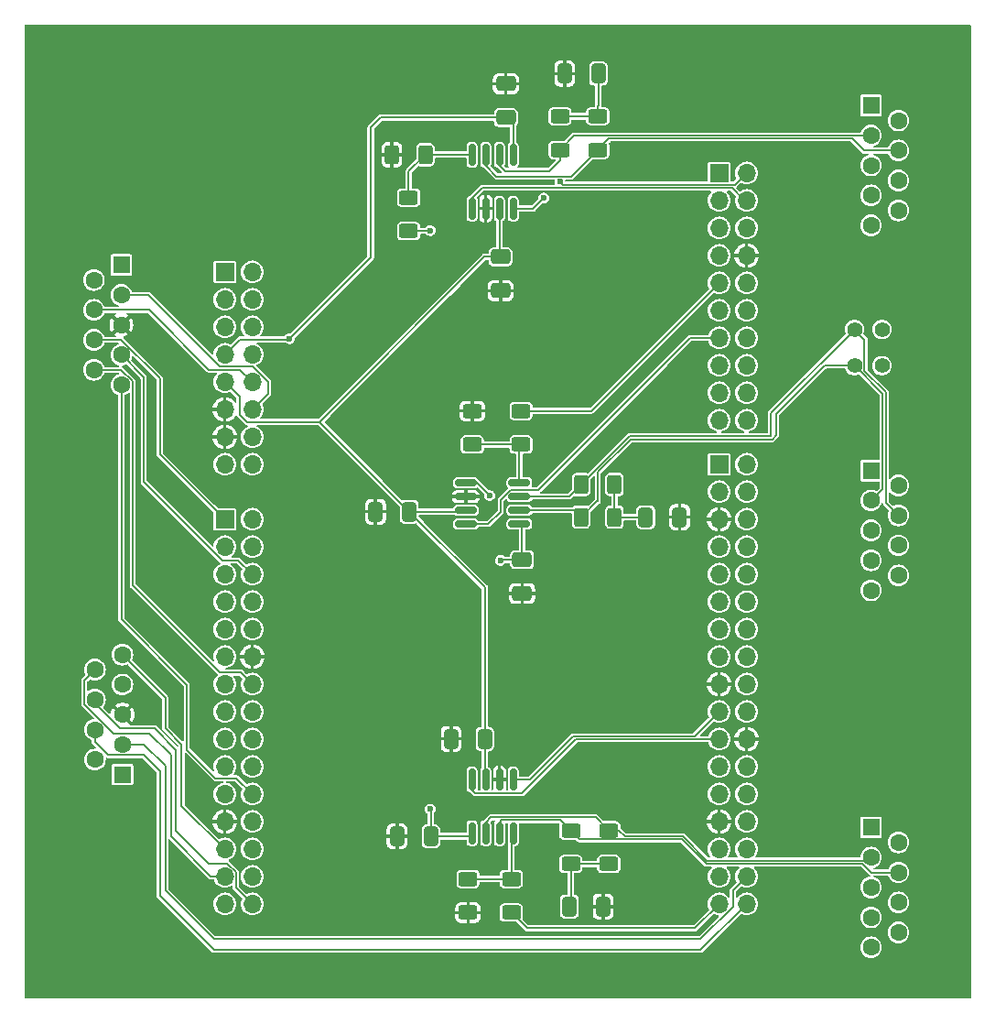
<source format=gtl>
G04 #@! TF.GenerationSoftware,KiCad,Pcbnew,8.0.2*
G04 #@! TF.CreationDate,2024-06-02T13:15:13+02:00*
G04 #@! TF.ProjectId,sample,73616d70-6c65-42e6-9b69-6361645f7063,rev?*
G04 #@! TF.SameCoordinates,Original*
G04 #@! TF.FileFunction,Copper,L1,Top*
G04 #@! TF.FilePolarity,Positive*
%FSLAX46Y46*%
G04 Gerber Fmt 4.6, Leading zero omitted, Abs format (unit mm)*
G04 Created by KiCad (PCBNEW 8.0.2) date 2024-06-02 13:15:13*
%MOMM*%
%LPD*%
G01*
G04 APERTURE LIST*
G04 Aperture macros list*
%AMRoundRect*
0 Rectangle with rounded corners*
0 $1 Rounding radius*
0 $2 $3 $4 $5 $6 $7 $8 $9 X,Y pos of 4 corners*
0 Add a 4 corners polygon primitive as box body*
4,1,4,$2,$3,$4,$5,$6,$7,$8,$9,$2,$3,0*
0 Add four circle primitives for the rounded corners*
1,1,$1+$1,$2,$3*
1,1,$1+$1,$4,$5*
1,1,$1+$1,$6,$7*
1,1,$1+$1,$8,$9*
0 Add four rect primitives between the rounded corners*
20,1,$1+$1,$2,$3,$4,$5,0*
20,1,$1+$1,$4,$5,$6,$7,0*
20,1,$1+$1,$6,$7,$8,$9,0*
20,1,$1+$1,$8,$9,$2,$3,0*%
G04 Aperture macros list end*
G04 #@! TA.AperFunction,SMDPad,CuDef*
%ADD10RoundRect,0.250000X-0.650000X0.412500X-0.650000X-0.412500X0.650000X-0.412500X0.650000X0.412500X0*%
G04 #@! TD*
G04 #@! TA.AperFunction,SMDPad,CuDef*
%ADD11RoundRect,0.250000X-0.625000X0.400000X-0.625000X-0.400000X0.625000X-0.400000X0.625000X0.400000X0*%
G04 #@! TD*
G04 #@! TA.AperFunction,SMDPad,CuDef*
%ADD12RoundRect,0.250000X0.625000X-0.400000X0.625000X0.400000X-0.625000X0.400000X-0.625000X-0.400000X0*%
G04 #@! TD*
G04 #@! TA.AperFunction,SMDPad,CuDef*
%ADD13RoundRect,0.250000X-0.412500X-0.650000X0.412500X-0.650000X0.412500X0.650000X-0.412500X0.650000X0*%
G04 #@! TD*
G04 #@! TA.AperFunction,ComponentPad*
%ADD14R,1.700000X1.700000*%
G04 #@! TD*
G04 #@! TA.AperFunction,ComponentPad*
%ADD15O,1.700000X1.700000*%
G04 #@! TD*
G04 #@! TA.AperFunction,SMDPad,CuDef*
%ADD16RoundRect,0.150000X-0.825000X-0.150000X0.825000X-0.150000X0.825000X0.150000X-0.825000X0.150000X0*%
G04 #@! TD*
G04 #@! TA.AperFunction,ComponentPad*
%ADD17C,1.400000*%
G04 #@! TD*
G04 #@! TA.AperFunction,SMDPad,CuDef*
%ADD18RoundRect,0.150000X-0.150000X0.825000X-0.150000X-0.825000X0.150000X-0.825000X0.150000X0.825000X0*%
G04 #@! TD*
G04 #@! TA.AperFunction,SMDPad,CuDef*
%ADD19RoundRect,0.250000X0.412500X0.650000X-0.412500X0.650000X-0.412500X-0.650000X0.412500X-0.650000X0*%
G04 #@! TD*
G04 #@! TA.AperFunction,SMDPad,CuDef*
%ADD20RoundRect,0.250000X-0.400000X-0.625000X0.400000X-0.625000X0.400000X0.625000X-0.400000X0.625000X0*%
G04 #@! TD*
G04 #@! TA.AperFunction,SMDPad,CuDef*
%ADD21RoundRect,0.250000X0.650000X-0.412500X0.650000X0.412500X-0.650000X0.412500X-0.650000X-0.412500X0*%
G04 #@! TD*
G04 #@! TA.AperFunction,ComponentPad*
%ADD22R,1.600000X1.600000*%
G04 #@! TD*
G04 #@! TA.AperFunction,ComponentPad*
%ADD23C,1.600000*%
G04 #@! TD*
G04 #@! TA.AperFunction,SMDPad,CuDef*
%ADD24RoundRect,0.250000X0.400000X0.625000X-0.400000X0.625000X-0.400000X-0.625000X0.400000X-0.625000X0*%
G04 #@! TD*
G04 #@! TA.AperFunction,SMDPad,CuDef*
%ADD25RoundRect,0.150000X0.150000X-0.825000X0.150000X0.825000X-0.150000X0.825000X-0.150000X-0.825000X0*%
G04 #@! TD*
G04 #@! TA.AperFunction,ViaPad*
%ADD26C,0.600000*%
G04 #@! TD*
G04 #@! TA.AperFunction,Conductor*
%ADD27C,0.200000*%
G04 #@! TD*
G04 #@! TA.AperFunction,Conductor*
%ADD28C,0.150000*%
G04 #@! TD*
G04 APERTURE END LIST*
D10*
X131000000Y-94937500D03*
X131000000Y-98062500D03*
D11*
X126000000Y-124450000D03*
X126000000Y-127550000D03*
D12*
X120500000Y-64550000D03*
X120500000Y-61450000D03*
D13*
X135375000Y-127000000D03*
X138500000Y-127000000D03*
D14*
X103500000Y-91200000D03*
D15*
X106040000Y-91200000D03*
X103500000Y-93740000D03*
X106040000Y-93740000D03*
X103500000Y-96280000D03*
X106040000Y-96280000D03*
X103500000Y-98820000D03*
X106040000Y-98820000D03*
X103500000Y-101360000D03*
X106040000Y-101360000D03*
X103500000Y-103900000D03*
X106040000Y-103900000D03*
X103500000Y-106440000D03*
X106040000Y-106440000D03*
X103500000Y-108980000D03*
X106040000Y-108980000D03*
X103500000Y-111520000D03*
X106040000Y-111520000D03*
X103500000Y-114060000D03*
X106040000Y-114060000D03*
X103500000Y-116600000D03*
X106040000Y-116600000D03*
X103500000Y-119140000D03*
X106040000Y-119140000D03*
X103500000Y-121680000D03*
X106040000Y-121680000D03*
X103500000Y-124220000D03*
X106040000Y-124220000D03*
X103500000Y-126760000D03*
X106040000Y-126760000D03*
D16*
X125795000Y-87835000D03*
X125795000Y-89105000D03*
X125795000Y-90375000D03*
X125795000Y-91645000D03*
X130745000Y-91645000D03*
X130745000Y-90375000D03*
X130745000Y-89105000D03*
X130745000Y-87835000D03*
D11*
X130900000Y-81190000D03*
X130900000Y-84290000D03*
D12*
X126400000Y-84290000D03*
X126400000Y-81190000D03*
D17*
X161750000Y-73650000D03*
X164290000Y-73650000D03*
D12*
X134500000Y-57050000D03*
X134500000Y-53950000D03*
D18*
X130175000Y-115265000D03*
X128905000Y-115265000D03*
X127635000Y-115265000D03*
X126365000Y-115265000D03*
X126365000Y-120215000D03*
X127635000Y-120215000D03*
X128905000Y-120215000D03*
X130175000Y-120215000D03*
D19*
X127562500Y-111500000D03*
X124437500Y-111500000D03*
D14*
X149220000Y-59196000D03*
D15*
X151760000Y-59196000D03*
X149220000Y-61736000D03*
X151760000Y-61736000D03*
X149220000Y-64276000D03*
X151760000Y-64276000D03*
X149220000Y-66816000D03*
X151760000Y-66816000D03*
X149220000Y-69356000D03*
X151760000Y-69356000D03*
X149220000Y-71896000D03*
X151760000Y-71896000D03*
X149220000Y-74436000D03*
X151760000Y-74436000D03*
X149220000Y-76976000D03*
X151760000Y-76976000D03*
X149220000Y-79516000D03*
X151760000Y-79516000D03*
X149220000Y-82056000D03*
X151760000Y-82056000D03*
D17*
X161750000Y-77000000D03*
X164290000Y-77000000D03*
D20*
X136450000Y-88000000D03*
X139550000Y-88000000D03*
X136450000Y-91000000D03*
X139550000Y-91000000D03*
D10*
X129000000Y-66937500D03*
X129000000Y-70062500D03*
D13*
X142437500Y-91000000D03*
X145562500Y-91000000D03*
D21*
X129500000Y-54062500D03*
X129500000Y-50937500D03*
D22*
X163269669Y-52950000D03*
D23*
X163269669Y-55720000D03*
X163269669Y-58490000D03*
X163269669Y-61260000D03*
X163269669Y-64030000D03*
X165809669Y-54335000D03*
X165809669Y-57105000D03*
X165809669Y-59875000D03*
X165809669Y-62645000D03*
D11*
X135500000Y-119950000D03*
X135500000Y-123050000D03*
D24*
X122050000Y-57500000D03*
X118950000Y-57500000D03*
D19*
X122562500Y-120500000D03*
X119437500Y-120500000D03*
D25*
X126365000Y-62475000D03*
X127635000Y-62475000D03*
X128905000Y-62475000D03*
X130175000Y-62475000D03*
X130175000Y-57525000D03*
X128905000Y-57525000D03*
X127635000Y-57525000D03*
X126365000Y-57525000D03*
D22*
X93930331Y-67690000D03*
D23*
X93930331Y-70460000D03*
X93930331Y-73230000D03*
X93930331Y-76000000D03*
X93930331Y-78770000D03*
X91390331Y-69075000D03*
X91390331Y-71845000D03*
X91390331Y-74615000D03*
X91390331Y-77385000D03*
D14*
X149220000Y-86120000D03*
D15*
X151760000Y-86120000D03*
X149220000Y-88660000D03*
X151760000Y-88660000D03*
X149220000Y-91200000D03*
X151760000Y-91200000D03*
X149220000Y-93740000D03*
X151760000Y-93740000D03*
X149220000Y-96280000D03*
X151760000Y-96280000D03*
X149220000Y-98820000D03*
X151760000Y-98820000D03*
X149220000Y-101360000D03*
X151760000Y-101360000D03*
X149220000Y-103900000D03*
X151760000Y-103900000D03*
X149220000Y-106440000D03*
X151760000Y-106440000D03*
X149220000Y-108980000D03*
X151760000Y-108980000D03*
X149220000Y-111520000D03*
X151760000Y-111520000D03*
X149220000Y-114060000D03*
X151760000Y-114060000D03*
X149220000Y-116600000D03*
X151760000Y-116600000D03*
X149220000Y-119140000D03*
X151760000Y-119140000D03*
X149220000Y-121680000D03*
X151760000Y-121680000D03*
X149220000Y-124220000D03*
X151760000Y-124220000D03*
X149220000Y-126760000D03*
X151760000Y-126760000D03*
D22*
X163269669Y-86690000D03*
D23*
X163269669Y-89460000D03*
X163269669Y-92230000D03*
X163269669Y-95000000D03*
X163269669Y-97770000D03*
X165809669Y-88075000D03*
X165809669Y-90845000D03*
X165809669Y-93615000D03*
X165809669Y-96385000D03*
D22*
X94030331Y-114790000D03*
D23*
X94030331Y-112020000D03*
X94030331Y-109250000D03*
X94030331Y-106480000D03*
X94030331Y-103710000D03*
X91490331Y-113405000D03*
X91490331Y-110635000D03*
X91490331Y-107865000D03*
X91490331Y-105095000D03*
D12*
X130000000Y-127550000D03*
X130000000Y-124450000D03*
D19*
X138062500Y-50000000D03*
X134937500Y-50000000D03*
D11*
X139000000Y-119950000D03*
X139000000Y-123050000D03*
D22*
X163269669Y-119690000D03*
D23*
X163269669Y-122460000D03*
X163269669Y-125230000D03*
X163269669Y-128000000D03*
X163269669Y-130770000D03*
X165809669Y-121075000D03*
X165809669Y-123845000D03*
X165809669Y-126615000D03*
X165809669Y-129385000D03*
D19*
X120562500Y-90500000D03*
X117437500Y-90500000D03*
D12*
X138000000Y-57050000D03*
X138000000Y-53950000D03*
D14*
X103500000Y-68340000D03*
D15*
X106040000Y-68340000D03*
X103500000Y-70880000D03*
X106040000Y-70880000D03*
X103500000Y-73420000D03*
X106040000Y-73420000D03*
X103500000Y-75960000D03*
X106040000Y-75960000D03*
X103500000Y-78500000D03*
X106040000Y-78500000D03*
X103500000Y-81040000D03*
X106040000Y-81040000D03*
X103500000Y-83580000D03*
X106040000Y-83580000D03*
X103500000Y-86120000D03*
X106040000Y-86120000D03*
D26*
X109500000Y-74500000D03*
X122500000Y-118000000D03*
X129000000Y-95000000D03*
X133000000Y-61500000D03*
X134500000Y-60000000D03*
X122500000Y-64500000D03*
X128000000Y-89000000D03*
D27*
X127562500Y-115192500D02*
X127635000Y-115265000D01*
X129000000Y-66937500D02*
X127505000Y-66937500D01*
X128905000Y-62475000D02*
X128905000Y-66842500D01*
X112252500Y-82190000D02*
X120562500Y-90500000D01*
X127562500Y-111500000D02*
X127562500Y-115192500D01*
X103500000Y-78500000D02*
X104890000Y-79890000D01*
X128905000Y-66842500D02*
X129000000Y-66937500D01*
X120562500Y-90500000D02*
X125670000Y-90500000D01*
X127505000Y-66937500D02*
X112252500Y-82190000D01*
X105563654Y-82190000D02*
X112252500Y-82190000D01*
X104890000Y-79890000D02*
X104890000Y-81516346D01*
X104890000Y-81516346D02*
X105563654Y-82190000D01*
X127562500Y-111500000D02*
X127562500Y-97500000D01*
X127562500Y-97500000D02*
X120562500Y-90500000D01*
X125670000Y-90500000D02*
X125795000Y-90375000D01*
X130175000Y-54737500D02*
X129500000Y-54062500D01*
X122562500Y-120500000D02*
X126080000Y-120500000D01*
X122562500Y-118062500D02*
X122500000Y-118000000D01*
X104890000Y-74570000D02*
X109430000Y-74570000D01*
X109500000Y-74500000D02*
X117000000Y-67000000D01*
X117000000Y-55000000D02*
X117937500Y-54062500D01*
X122562500Y-120500000D02*
X122562500Y-118062500D01*
X126080000Y-120500000D02*
X126365000Y-120215000D01*
X109430000Y-74570000D02*
X109500000Y-74500000D01*
X131000000Y-94937500D02*
X129062500Y-94937500D01*
X130175000Y-57525000D02*
X130175000Y-54737500D01*
X129062500Y-94937500D02*
X129000000Y-95000000D01*
X131000000Y-91900000D02*
X130745000Y-91645000D01*
X131000000Y-94937500D02*
X131000000Y-91900000D01*
X117000000Y-67000000D02*
X117000000Y-55000000D01*
X103500000Y-75960000D02*
X104890000Y-74570000D01*
X117937500Y-54062500D02*
X129500000Y-54062500D01*
X139550000Y-91000000D02*
X142437500Y-91000000D01*
X139550000Y-88000000D02*
X139550000Y-91000000D01*
X135500000Y-126875000D02*
X135375000Y-127000000D01*
X135500000Y-123050000D02*
X135500000Y-126875000D01*
X135500000Y-123050000D02*
X139000000Y-123050000D01*
X138000000Y-53000000D02*
X138062500Y-52937500D01*
X138000000Y-53950000D02*
X138000000Y-53000000D01*
X138062500Y-52937500D02*
X138062500Y-50000000D01*
X134500000Y-53950000D02*
X138000000Y-53950000D01*
D28*
X127294001Y-60571000D02*
X126365000Y-61500001D01*
X150406000Y-60571000D02*
X127294001Y-60571000D01*
X151571000Y-61736000D02*
X150406000Y-60571000D01*
X126365000Y-61500001D02*
X126365000Y-62475000D01*
X134771000Y-60271000D02*
X134500000Y-60000000D01*
X132000000Y-62500000D02*
X133000000Y-61500000D01*
X131975000Y-62475000D02*
X132000000Y-62500000D01*
X151729000Y-59196000D02*
X150654000Y-60271000D01*
X130175000Y-62475000D02*
X131975000Y-62475000D01*
X150654000Y-60271000D02*
X134771000Y-60271000D01*
X146980000Y-129000000D02*
X149220000Y-126760000D01*
X131450000Y-129000000D02*
X146980000Y-129000000D01*
X130000000Y-127550000D02*
X131450000Y-129000000D01*
X163269669Y-55720000D02*
X135830000Y-55720000D01*
X135830000Y-55720000D02*
X134500000Y-57050000D01*
X134500000Y-57050000D02*
X134500000Y-58000000D01*
X128905000Y-58499999D02*
X128905000Y-57525000D01*
X134500000Y-58000000D02*
X133500000Y-59000000D01*
X133500000Y-59000000D02*
X129405001Y-59000000D01*
X129405001Y-59000000D02*
X128905000Y-58499999D01*
X120500000Y-64550000D02*
X122450000Y-64550000D01*
X122450000Y-64550000D02*
X122500000Y-64500000D01*
X137386000Y-81190000D02*
X149220000Y-69356000D01*
X130900000Y-81190000D02*
X137386000Y-81190000D01*
X128635001Y-59500000D02*
X127635000Y-58499999D01*
X165809669Y-57105000D02*
X162605000Y-57105000D01*
X135550000Y-59500000D02*
X128635001Y-59500000D01*
X138055000Y-57105000D02*
X138000000Y-57050000D01*
X139050000Y-56000000D02*
X138000000Y-57050000D01*
X161500000Y-56000000D02*
X139050000Y-56000000D01*
X127635000Y-58499999D02*
X127635000Y-57525000D01*
X162605000Y-57105000D02*
X161500000Y-56000000D01*
X138000000Y-57050000D02*
X135550000Y-59500000D01*
X138000000Y-86803554D02*
X138000000Y-89500000D01*
X137950000Y-89500000D02*
X136450000Y-91000000D01*
X161750000Y-77000000D02*
X164344669Y-79594669D01*
X141003554Y-83800000D02*
X138000000Y-86803554D01*
X138000000Y-89500000D02*
X137950000Y-89500000D01*
X159000000Y-77000000D02*
X154500000Y-81500000D01*
X154500000Y-81500000D02*
X154500000Y-83424264D01*
X161750000Y-77000000D02*
X159000000Y-77000000D01*
X164344669Y-88385000D02*
X163269669Y-89460000D01*
X154124264Y-83800000D02*
X141003554Y-83800000D01*
X130745000Y-90375000D02*
X135825000Y-90375000D01*
X154500000Y-83424264D02*
X154124264Y-83800000D01*
X164344669Y-79594669D02*
X164344669Y-88385000D01*
X135825000Y-90375000D02*
X136450000Y-91000000D01*
X165809669Y-123845000D02*
X163275810Y-123845000D01*
X136325000Y-120775000D02*
X145775000Y-120775000D01*
X162465405Y-123034595D02*
X148034595Y-123034595D01*
X129145001Y-119000000D02*
X134550000Y-119000000D01*
X135500000Y-119950000D02*
X136325000Y-120775000D01*
X163275810Y-123845000D02*
X162465405Y-123034595D01*
X145775000Y-120775000D02*
X146000000Y-121000000D01*
X148034595Y-123034595D02*
X146000000Y-121000000D01*
X134550000Y-119000000D02*
X135500000Y-119950000D01*
X128905000Y-120215000D02*
X128905000Y-119240001D01*
X128905000Y-119240001D02*
X129145001Y-119000000D01*
X145853554Y-120500000D02*
X145926777Y-120573223D01*
X137800000Y-118750000D02*
X139000000Y-119950000D01*
X128125001Y-118750000D02*
X137800000Y-118750000D01*
X140500000Y-120500000D02*
X145853554Y-120500000D01*
X145926777Y-120573223D02*
X148108554Y-122755000D01*
X127635000Y-120215000D02*
X127635000Y-119240001D01*
X127635000Y-119240001D02*
X128125001Y-118750000D01*
X162974669Y-122755000D02*
X163269669Y-122460000D01*
X139950000Y-119950000D02*
X140500000Y-120500000D01*
X163269669Y-122460000D02*
X162924669Y-122805000D01*
X139000000Y-119950000D02*
X139950000Y-119950000D01*
X148108554Y-122755000D02*
X162974669Y-122755000D01*
X161750000Y-73650000D02*
X154000000Y-81400000D01*
X164644669Y-89680000D02*
X164644669Y-79470405D01*
X140950000Y-83500000D02*
X136450000Y-88000000D01*
X162675000Y-77500736D02*
X162675000Y-74575000D01*
X162675000Y-74575000D02*
X161750000Y-73650000D01*
X165809669Y-90845000D02*
X164644669Y-89680000D01*
X130745000Y-89105000D02*
X135345000Y-89105000D01*
X164644669Y-79470405D02*
X162675000Y-77500736D01*
X154000000Y-83500000D02*
X140950000Y-83500000D01*
X154000000Y-81400000D02*
X154000000Y-83500000D01*
X135345000Y-89105000D02*
X136450000Y-88000000D01*
X126835000Y-87835000D02*
X128000000Y-89000000D01*
X125795000Y-87835000D02*
X126835000Y-87835000D01*
X129911224Y-88500000D02*
X132500000Y-88500000D01*
X146564000Y-74436000D02*
X132500000Y-88500000D01*
X125795000Y-91645000D02*
X127855000Y-91645000D01*
X129000000Y-90500000D02*
X129000000Y-89411224D01*
X129000000Y-89411224D02*
X129911224Y-88500000D01*
X149220000Y-74436000D02*
X146564000Y-74436000D01*
X127855000Y-91645000D02*
X129000000Y-90500000D01*
X136000000Y-111520000D02*
X149220000Y-111520000D01*
X126640001Y-116515000D02*
X131005000Y-116515000D01*
X131005000Y-116515000D02*
X136000000Y-111520000D01*
X126365000Y-115265000D02*
X126365000Y-116239999D01*
X126365000Y-116239999D02*
X126640001Y-116515000D01*
X131735000Y-115265000D02*
X135730000Y-111270000D01*
X130175000Y-115265000D02*
X131735000Y-115265000D01*
X146930000Y-111270000D02*
X149220000Y-108980000D01*
X135730000Y-111270000D02*
X146930000Y-111270000D01*
X96500000Y-71845000D02*
X91390331Y-71845000D01*
X106040000Y-78500000D02*
X104915000Y-77375000D01*
X104915000Y-77375000D02*
X102030000Y-77375000D01*
X102030000Y-77375000D02*
X96500000Y-71845000D01*
X96410165Y-106089835D02*
X98000000Y-107679670D01*
X98000000Y-107679670D02*
X98000000Y-110500000D01*
X103500000Y-121680000D02*
X99500000Y-117680000D01*
X99500000Y-112000000D02*
X98000000Y-110500000D01*
X96410165Y-106089835D02*
X94030331Y-103710000D01*
X99500000Y-117680000D02*
X99500000Y-112000000D01*
X103034009Y-77085000D02*
X106085000Y-77085000D01*
X107500000Y-79580000D02*
X106040000Y-81040000D01*
X107500000Y-78500000D02*
X107500000Y-79580000D01*
X106085000Y-77085000D02*
X107500000Y-78500000D01*
X93930331Y-70460000D02*
X96409009Y-70460000D01*
X96409009Y-70460000D02*
X103034009Y-77085000D01*
X99000000Y-112500000D02*
X97000000Y-110500000D01*
X104525000Y-125245000D02*
X104525000Y-123795431D01*
X97000000Y-110500000D02*
X93760051Y-110500000D01*
X93760051Y-110500000D02*
X91490331Y-108230280D01*
X91490331Y-108230280D02*
X91490331Y-107865000D01*
X106040000Y-126760000D02*
X104525000Y-125245000D01*
X99000000Y-120000000D02*
X99000000Y-112500000D01*
X102000000Y-123000000D02*
X99000000Y-120000000D01*
X103729569Y-123000000D02*
X102000000Y-123000000D01*
X104525000Y-123795431D02*
X103729569Y-123000000D01*
X96000000Y-78069669D02*
X96000000Y-87760280D01*
X93930331Y-76000000D02*
X96000000Y-78069669D01*
X104760000Y-95000000D02*
X106040000Y-96280000D01*
X96000000Y-87760280D02*
X103239720Y-95000000D01*
X103239720Y-95000000D02*
X104760000Y-95000000D01*
X93924190Y-77385000D02*
X95000000Y-78460810D01*
X103054720Y-105365000D02*
X104965000Y-105365000D01*
X91390331Y-77385000D02*
X93924190Y-77385000D01*
X104965000Y-105365000D02*
X106040000Y-106440000D01*
X95000000Y-97310280D02*
X103054720Y-105365000D01*
X95000000Y-78460810D02*
X95000000Y-97310280D01*
X97500000Y-85200000D02*
X103500000Y-91200000D01*
X93924190Y-74615000D02*
X97500000Y-78190810D01*
X97500000Y-78190810D02*
X97500000Y-85200000D01*
X91390331Y-74615000D02*
X93924190Y-74615000D01*
X94030331Y-112020000D02*
X96020000Y-112020000D01*
X150500000Y-125480000D02*
X151760000Y-124220000D01*
X147500140Y-130000140D02*
X150500000Y-127000280D01*
X147500140Y-130000140D02*
X147500000Y-130000000D01*
X147500000Y-130000000D02*
X102500000Y-130000000D01*
X98000000Y-125500000D02*
X102500000Y-130000000D01*
X96020000Y-112020000D02*
X98000000Y-114000000D01*
X150500000Y-127000280D02*
X150500000Y-125480000D01*
X98000000Y-114000000D02*
X98000000Y-125500000D01*
X104575000Y-115135000D02*
X106040000Y-116600000D01*
X100000000Y-106500000D02*
X100000000Y-112500000D01*
X102635000Y-115135000D02*
X104575000Y-115135000D01*
X93930331Y-78770000D02*
X93930331Y-100430331D01*
X100000000Y-112500000D02*
X102635000Y-115135000D01*
X93930331Y-100430331D02*
X100000000Y-106500000D01*
X147510000Y-131010000D02*
X102510000Y-131010000D01*
X151760000Y-126760000D02*
X147510000Y-131010000D01*
X97500000Y-126000000D02*
X97500000Y-114500000D01*
X96000000Y-113000000D02*
X92723961Y-113000000D01*
X91490331Y-111766370D02*
X91490331Y-110635000D01*
X92723961Y-113000000D02*
X91490331Y-111766370D01*
X102510000Y-131010000D02*
X97500000Y-126000000D01*
X97500000Y-114500000D02*
X96000000Y-113000000D01*
X93246472Y-111000000D02*
X96500000Y-111000000D01*
X98500000Y-120500000D02*
X102220000Y-124220000D01*
X90515331Y-108268859D02*
X93246472Y-111000000D01*
X91490331Y-105095000D02*
X90515331Y-106070000D01*
X96500000Y-111000000D02*
X98500000Y-113000000D01*
X98500000Y-113000000D02*
X98500000Y-120500000D01*
X102220000Y-124220000D02*
X103500000Y-124220000D01*
X90515331Y-106070000D02*
X90515331Y-108268859D01*
D27*
X130000000Y-124450000D02*
X130000000Y-120390000D01*
X126000000Y-124450000D02*
X130000000Y-124450000D01*
X130000000Y-120390000D02*
X130175000Y-120215000D01*
X120500000Y-61450000D02*
X120500000Y-59050000D01*
X120500000Y-59050000D02*
X122050000Y-57500000D01*
X122050000Y-57500000D02*
X126340000Y-57500000D01*
X126340000Y-57500000D02*
X126365000Y-57525000D01*
X130745000Y-87835000D02*
X130745000Y-84445000D01*
X130745000Y-84445000D02*
X130900000Y-84290000D01*
X130900000Y-84290000D02*
X126400000Y-84290000D01*
G04 #@! TA.AperFunction,Conductor*
G36*
X172477826Y-45522174D02*
G01*
X172499500Y-45574500D01*
X172499500Y-135425500D01*
X172477826Y-135477826D01*
X172425500Y-135499500D01*
X85074500Y-135499500D01*
X85022174Y-135477826D01*
X85000500Y-135425500D01*
X85000500Y-106015200D01*
X90239831Y-106015200D01*
X90239831Y-108323658D01*
X90265794Y-108386338D01*
X90281773Y-108424915D01*
X90281775Y-108424918D01*
X91376223Y-109519367D01*
X91397897Y-109571693D01*
X91376223Y-109624019D01*
X91331152Y-109645336D01*
X91305914Y-109647822D01*
X91294197Y-109648976D01*
X91105599Y-109706187D01*
X90931794Y-109799089D01*
X90779448Y-109924117D01*
X90654420Y-110076463D01*
X90561518Y-110250268D01*
X90504307Y-110438866D01*
X90484990Y-110635000D01*
X90504307Y-110831133D01*
X90561518Y-111019731D01*
X90614138Y-111118174D01*
X90654421Y-111193538D01*
X90779448Y-111345883D01*
X90931793Y-111470910D01*
X91105604Y-111563814D01*
X91162312Y-111581015D01*
X91206093Y-111616945D01*
X91214831Y-111651829D01*
X91214831Y-111821170D01*
X91256774Y-111922428D01*
X91440796Y-112106450D01*
X91614385Y-112280039D01*
X91636059Y-112332365D01*
X91614385Y-112384691D01*
X91562059Y-112406365D01*
X91554806Y-112406009D01*
X91490331Y-112399659D01*
X91294197Y-112418976D01*
X91105599Y-112476187D01*
X90931794Y-112569089D01*
X90779448Y-112694117D01*
X90654420Y-112846463D01*
X90561518Y-113020268D01*
X90504307Y-113208866D01*
X90484990Y-113405000D01*
X90504307Y-113601133D01*
X90561518Y-113789731D01*
X90626749Y-113911767D01*
X90654421Y-113963538D01*
X90779448Y-114115883D01*
X90931793Y-114240910D01*
X91008757Y-114282048D01*
X91105599Y-114333812D01*
X91105601Y-114333812D01*
X91105604Y-114333814D01*
X91294199Y-114391024D01*
X91490331Y-114410341D01*
X91686463Y-114391024D01*
X91875058Y-114333814D01*
X92048869Y-114240910D01*
X92201214Y-114115883D01*
X92320731Y-113970252D01*
X93029831Y-113970252D01*
X93029831Y-115609748D01*
X93032819Y-115624768D01*
X93041464Y-115668232D01*
X93054704Y-115688046D01*
X93085779Y-115734552D01*
X93129891Y-115764027D01*
X93152098Y-115778866D01*
X93152099Y-115778866D01*
X93152100Y-115778867D01*
X93210583Y-115790500D01*
X93210585Y-115790500D01*
X94850077Y-115790500D01*
X94850079Y-115790500D01*
X94908562Y-115778867D01*
X94974883Y-115734552D01*
X95019198Y-115668231D01*
X95030831Y-115609748D01*
X95030831Y-113970252D01*
X95019198Y-113911769D01*
X94974883Y-113845448D01*
X94952674Y-113830608D01*
X94908563Y-113801133D01*
X94908564Y-113801133D01*
X94879320Y-113795316D01*
X94850079Y-113789500D01*
X93210583Y-113789500D01*
X93181341Y-113795316D01*
X93152098Y-113801133D01*
X93085780Y-113845447D01*
X93085778Y-113845449D01*
X93041464Y-113911767D01*
X93041464Y-113911769D01*
X93029831Y-113970252D01*
X92320731Y-113970252D01*
X92326241Y-113963538D01*
X92419145Y-113789727D01*
X92476355Y-113601132D01*
X92495672Y-113405000D01*
X92487097Y-113317938D01*
X92503538Y-113263742D01*
X92553488Y-113237043D01*
X92589061Y-113242320D01*
X92593901Y-113244325D01*
X92597562Y-113245842D01*
X92669161Y-113275500D01*
X95855233Y-113275500D01*
X95907559Y-113297174D01*
X97202826Y-114592441D01*
X97224500Y-114644767D01*
X97224500Y-126054800D01*
X97258597Y-126137116D01*
X97258598Y-126137118D01*
X97258598Y-126137119D01*
X97266441Y-126156055D01*
X97266442Y-126156057D01*
X97266443Y-126156058D01*
X102276443Y-131166058D01*
X102353942Y-131243557D01*
X102455200Y-131285500D01*
X102455201Y-131285500D01*
X147564798Y-131285500D01*
X147564800Y-131285500D01*
X147666058Y-131243557D01*
X147743557Y-131166058D01*
X147743556Y-131166058D01*
X147778517Y-131131097D01*
X148139614Y-130770000D01*
X162264328Y-130770000D01*
X162283645Y-130966133D01*
X162340856Y-131154731D01*
X162428445Y-131318597D01*
X162433759Y-131328538D01*
X162558786Y-131480883D01*
X162711131Y-131605910D01*
X162788095Y-131647048D01*
X162884937Y-131698812D01*
X162884939Y-131698812D01*
X162884942Y-131698814D01*
X163073537Y-131756024D01*
X163269669Y-131775341D01*
X163465801Y-131756024D01*
X163654396Y-131698814D01*
X163828207Y-131605910D01*
X163980552Y-131480883D01*
X164105579Y-131328538D01*
X164187856Y-131174608D01*
X164198481Y-131154731D01*
X164198481Y-131154730D01*
X164198483Y-131154727D01*
X164255693Y-130966132D01*
X164275010Y-130770000D01*
X164255693Y-130573868D01*
X164198483Y-130385273D01*
X164198481Y-130385270D01*
X164198481Y-130385268D01*
X164117464Y-130233698D01*
X164105579Y-130211462D01*
X163980552Y-130059117D01*
X163828207Y-129934090D01*
X163818266Y-129928776D01*
X163654400Y-129841187D01*
X163465802Y-129783976D01*
X163269669Y-129764659D01*
X163073535Y-129783976D01*
X162884937Y-129841187D01*
X162711132Y-129934089D01*
X162558786Y-130059117D01*
X162433758Y-130211463D01*
X162340856Y-130385268D01*
X162283645Y-130573866D01*
X162264328Y-130770000D01*
X148139614Y-130770000D01*
X149524614Y-129385000D01*
X164804328Y-129385000D01*
X164823645Y-129581133D01*
X164880856Y-129769731D01*
X164919051Y-129841187D01*
X164973759Y-129943538D01*
X165098786Y-130095883D01*
X165251131Y-130220910D01*
X165275054Y-130233697D01*
X165424937Y-130313812D01*
X165424939Y-130313812D01*
X165424942Y-130313814D01*
X165613537Y-130371024D01*
X165809669Y-130390341D01*
X166005801Y-130371024D01*
X166194396Y-130313814D01*
X166368207Y-130220910D01*
X166520552Y-130095883D01*
X166645579Y-129943538D01*
X166738483Y-129769727D01*
X166795693Y-129581132D01*
X166815010Y-129385000D01*
X166795693Y-129188868D01*
X166738483Y-129000273D01*
X166738481Y-129000270D01*
X166738481Y-129000268D01*
X166650629Y-128835910D01*
X166645579Y-128826462D01*
X166520552Y-128674117D01*
X166368207Y-128549090D01*
X166358266Y-128543776D01*
X166194400Y-128456187D01*
X166005802Y-128398976D01*
X165809669Y-128379659D01*
X165613535Y-128398976D01*
X165424937Y-128456187D01*
X165251132Y-128549089D01*
X165098786Y-128674117D01*
X164973758Y-128826463D01*
X164880856Y-129000268D01*
X164823645Y-129188866D01*
X164804328Y-129385000D01*
X149524614Y-129385000D01*
X150909613Y-128000000D01*
X162264328Y-128000000D01*
X162283645Y-128196133D01*
X162340856Y-128384731D01*
X162428445Y-128548597D01*
X162433759Y-128558538D01*
X162558786Y-128710883D01*
X162711131Y-128835910D01*
X162788095Y-128877048D01*
X162884937Y-128928812D01*
X162884939Y-128928812D01*
X162884942Y-128928814D01*
X163073537Y-128986024D01*
X163269669Y-129005341D01*
X163465801Y-128986024D01*
X163654396Y-128928814D01*
X163828207Y-128835910D01*
X163980552Y-128710883D01*
X164105579Y-128558538D01*
X164198483Y-128384727D01*
X164255693Y-128196132D01*
X164275010Y-128000000D01*
X164255693Y-127803868D01*
X164198483Y-127615273D01*
X164198481Y-127615270D01*
X164198481Y-127615268D01*
X164110629Y-127450910D01*
X164105579Y-127441462D01*
X163980552Y-127289117D01*
X163828207Y-127164090D01*
X163813704Y-127156338D01*
X163654400Y-127071187D01*
X163465802Y-127013976D01*
X163269669Y-126994659D01*
X163073535Y-127013976D01*
X162884937Y-127071187D01*
X162711132Y-127164089D01*
X162558786Y-127289117D01*
X162433758Y-127441463D01*
X162340856Y-127615268D01*
X162283645Y-127803866D01*
X162264328Y-128000000D01*
X150909613Y-128000000D01*
X151198854Y-127710759D01*
X151251179Y-127689086D01*
X151286060Y-127697823D01*
X151356046Y-127735232D01*
X151554066Y-127795300D01*
X151760000Y-127815583D01*
X151965934Y-127795300D01*
X152163954Y-127735232D01*
X152346450Y-127637685D01*
X152506410Y-127506410D01*
X152637685Y-127346450D01*
X152735232Y-127163954D01*
X152795300Y-126965934D01*
X152815583Y-126760000D01*
X152801302Y-126615000D01*
X164804328Y-126615000D01*
X164823645Y-126811133D01*
X164880856Y-126999731D01*
X164961178Y-127150000D01*
X164973759Y-127173538D01*
X165098786Y-127325883D01*
X165251131Y-127450910D01*
X165328095Y-127492048D01*
X165424937Y-127543812D01*
X165424939Y-127543812D01*
X165424942Y-127543814D01*
X165613537Y-127601024D01*
X165809669Y-127620341D01*
X166005801Y-127601024D01*
X166194396Y-127543814D01*
X166368207Y-127450910D01*
X166520552Y-127325883D01*
X166645579Y-127173538D01*
X166738483Y-126999727D01*
X166795693Y-126811132D01*
X166815010Y-126615000D01*
X166795693Y-126418868D01*
X166738483Y-126230273D01*
X166738481Y-126230270D01*
X166738481Y-126230268D01*
X166680213Y-126121258D01*
X166645579Y-126056462D01*
X166520552Y-125904117D01*
X166368207Y-125779090D01*
X166350765Y-125769767D01*
X166194400Y-125686187D01*
X166005802Y-125628976D01*
X165809669Y-125609659D01*
X165613535Y-125628976D01*
X165424937Y-125686187D01*
X165251132Y-125779089D01*
X165098786Y-125904117D01*
X164973758Y-126056463D01*
X164880856Y-126230268D01*
X164823645Y-126418866D01*
X164804328Y-126615000D01*
X152801302Y-126615000D01*
X152795300Y-126554066D01*
X152735232Y-126356046D01*
X152637685Y-126173550D01*
X152506410Y-126013590D01*
X152346450Y-125882315D01*
X152163954Y-125784768D01*
X152052158Y-125750855D01*
X151965935Y-125724700D01*
X151760000Y-125704417D01*
X151554064Y-125724700D01*
X151356043Y-125784769D01*
X151173549Y-125882315D01*
X151013590Y-126013589D01*
X151013589Y-126013590D01*
X150906703Y-126143833D01*
X150856754Y-126170532D01*
X150802555Y-126154091D01*
X150775856Y-126104142D01*
X150775500Y-126096888D01*
X150775500Y-125624766D01*
X150797173Y-125572441D01*
X151198854Y-125170759D01*
X151251179Y-125149086D01*
X151286060Y-125157823D01*
X151356046Y-125195232D01*
X151554066Y-125255300D01*
X151760000Y-125275583D01*
X151965934Y-125255300D01*
X152163954Y-125195232D01*
X152346450Y-125097685D01*
X152506410Y-124966410D01*
X152637685Y-124806450D01*
X152735232Y-124623954D01*
X152795300Y-124425934D01*
X152815583Y-124220000D01*
X152795300Y-124014066D01*
X152735232Y-123816046D01*
X152637685Y-123633550D01*
X152506410Y-123473590D01*
X152490179Y-123460270D01*
X152467062Y-123441298D01*
X152440363Y-123391348D01*
X152456804Y-123337150D01*
X152506754Y-123310451D01*
X152514007Y-123310095D01*
X162320638Y-123310095D01*
X162372963Y-123331768D01*
X163119752Y-124078558D01*
X163160575Y-124095467D01*
X163200624Y-124135515D01*
X163200624Y-124192152D01*
X163160576Y-124232201D01*
X163139511Y-124237478D01*
X163073535Y-124243976D01*
X162884937Y-124301187D01*
X162711132Y-124394089D01*
X162558786Y-124519117D01*
X162433758Y-124671463D01*
X162340856Y-124845268D01*
X162283645Y-125033866D01*
X162264328Y-125230000D01*
X162283645Y-125426133D01*
X162340856Y-125614731D01*
X162423726Y-125769767D01*
X162433759Y-125788538D01*
X162558786Y-125940883D01*
X162711131Y-126065910D01*
X162733576Y-126077907D01*
X162884937Y-126158812D01*
X162884939Y-126158812D01*
X162884942Y-126158814D01*
X163073537Y-126216024D01*
X163269669Y-126235341D01*
X163465801Y-126216024D01*
X163654396Y-126158814D01*
X163828207Y-126065910D01*
X163980552Y-125940883D01*
X164105579Y-125788538D01*
X164198483Y-125614727D01*
X164255693Y-125426132D01*
X164275010Y-125230000D01*
X164255693Y-125033868D01*
X164198483Y-124845273D01*
X164198481Y-124845270D01*
X164198481Y-124845268D01*
X164143463Y-124742338D01*
X164105579Y-124671462D01*
X163980552Y-124519117D01*
X163828207Y-124394090D01*
X163818266Y-124388776D01*
X163654400Y-124301187D01*
X163617493Y-124289991D01*
X163536140Y-124265313D01*
X163492360Y-124229383D01*
X163486808Y-124173019D01*
X163522739Y-124129238D01*
X163557622Y-124120500D01*
X164792839Y-124120500D01*
X164845165Y-124142174D01*
X164863652Y-124173018D01*
X164880854Y-124229726D01*
X164880855Y-124229727D01*
X164973759Y-124403538D01*
X165098786Y-124555883D01*
X165251131Y-124680910D01*
X165328095Y-124722048D01*
X165424937Y-124773812D01*
X165424939Y-124773812D01*
X165424942Y-124773814D01*
X165613537Y-124831024D01*
X165809669Y-124850341D01*
X166005801Y-124831024D01*
X166194396Y-124773814D01*
X166368207Y-124680910D01*
X166520552Y-124555883D01*
X166645579Y-124403538D01*
X166738483Y-124229727D01*
X166795693Y-124041132D01*
X166815010Y-123845000D01*
X166795693Y-123648868D01*
X166738483Y-123460273D01*
X166738481Y-123460270D01*
X166738481Y-123460268D01*
X166679808Y-123350500D01*
X166645579Y-123286462D01*
X166520552Y-123134117D01*
X166368207Y-123009090D01*
X166358266Y-123003776D01*
X166194400Y-122916187D01*
X166005802Y-122858976D01*
X165809669Y-122839659D01*
X165613535Y-122858976D01*
X165424937Y-122916187D01*
X165251132Y-123009089D01*
X165098786Y-123134117D01*
X164973758Y-123286463D01*
X164880856Y-123460270D01*
X164880854Y-123460273D01*
X164863652Y-123516982D01*
X164827722Y-123560762D01*
X164792839Y-123569500D01*
X163557622Y-123569500D01*
X163505296Y-123547826D01*
X163483622Y-123495500D01*
X163505296Y-123443174D01*
X163536139Y-123424686D01*
X163654396Y-123388814D01*
X163828207Y-123295910D01*
X163980552Y-123170883D01*
X164105579Y-123018538D01*
X164198483Y-122844727D01*
X164255693Y-122656132D01*
X164275010Y-122460000D01*
X164255693Y-122263868D01*
X164198483Y-122075273D01*
X164198481Y-122075270D01*
X164198481Y-122075268D01*
X164110629Y-121910910D01*
X164105579Y-121901462D01*
X163980552Y-121749117D01*
X163828207Y-121624090D01*
X163818266Y-121618776D01*
X163654400Y-121531187D01*
X163465802Y-121473976D01*
X163269669Y-121454659D01*
X163073535Y-121473976D01*
X162884937Y-121531187D01*
X162711132Y-121624089D01*
X162558786Y-121749117D01*
X162433758Y-121901463D01*
X162340856Y-122075268D01*
X162283645Y-122263866D01*
X162283645Y-122263868D01*
X162268981Y-122412754D01*
X162242283Y-122462703D01*
X162195338Y-122479500D01*
X152619300Y-122479500D01*
X152566974Y-122457826D01*
X152545300Y-122405500D01*
X152562097Y-122358555D01*
X152587293Y-122327853D01*
X152637685Y-122266450D01*
X152735232Y-122083954D01*
X152795300Y-121885934D01*
X152815583Y-121680000D01*
X152795300Y-121474066D01*
X152735232Y-121276046D01*
X152637685Y-121093550D01*
X152622461Y-121075000D01*
X164804328Y-121075000D01*
X164823645Y-121271133D01*
X164880856Y-121459731D01*
X164954573Y-121597644D01*
X164973759Y-121633538D01*
X165098786Y-121785883D01*
X165251131Y-121910910D01*
X165328095Y-121952048D01*
X165424937Y-122003812D01*
X165424939Y-122003812D01*
X165424942Y-122003814D01*
X165613537Y-122061024D01*
X165809669Y-122080341D01*
X166005801Y-122061024D01*
X166194396Y-122003814D01*
X166368207Y-121910910D01*
X166520552Y-121785883D01*
X166645579Y-121633538D01*
X166738483Y-121459727D01*
X166795693Y-121271132D01*
X166815010Y-121075000D01*
X166795693Y-120878868D01*
X166738483Y-120690273D01*
X166738481Y-120690270D01*
X166738481Y-120690268D01*
X166686717Y-120593426D01*
X166645579Y-120516462D01*
X166520552Y-120364117D01*
X166368207Y-120239090D01*
X166340911Y-120224500D01*
X166194400Y-120146187D01*
X166005802Y-120088976D01*
X165809669Y-120069659D01*
X165613535Y-120088976D01*
X165424937Y-120146187D01*
X165251132Y-120239089D01*
X165098786Y-120364117D01*
X164973758Y-120516463D01*
X164880856Y-120690268D01*
X164823645Y-120878866D01*
X164804328Y-121075000D01*
X152622461Y-121075000D01*
X152506410Y-120933590D01*
X152346450Y-120802315D01*
X152163954Y-120704768D01*
X152033234Y-120665115D01*
X151965935Y-120644700D01*
X151760000Y-120624417D01*
X151554064Y-120644700D01*
X151356043Y-120704769D01*
X151173549Y-120802315D01*
X151013590Y-120933589D01*
X151013589Y-120933590D01*
X150882315Y-121093549D01*
X150784769Y-121276043D01*
X150724700Y-121474064D01*
X150704417Y-121680000D01*
X150724700Y-121885935D01*
X150732276Y-121910910D01*
X150782133Y-122075268D01*
X150784769Y-122083956D01*
X150882315Y-122266450D01*
X150957903Y-122358555D01*
X150974344Y-122412754D01*
X150947645Y-122462703D01*
X150900700Y-122479500D01*
X150079300Y-122479500D01*
X150026974Y-122457826D01*
X150005300Y-122405500D01*
X150022097Y-122358555D01*
X150047293Y-122327853D01*
X150097685Y-122266450D01*
X150195232Y-122083954D01*
X150255300Y-121885934D01*
X150275583Y-121680000D01*
X150255300Y-121474066D01*
X150195232Y-121276046D01*
X150097685Y-121093550D01*
X149966410Y-120933590D01*
X149806450Y-120802315D01*
X149623954Y-120704768D01*
X149493234Y-120665115D01*
X149425935Y-120644700D01*
X149220000Y-120624417D01*
X149014064Y-120644700D01*
X148816043Y-120704769D01*
X148633549Y-120802315D01*
X148473590Y-120933589D01*
X148473589Y-120933590D01*
X148342315Y-121093549D01*
X148244769Y-121276043D01*
X148184700Y-121474064D01*
X148164417Y-121680000D01*
X148184700Y-121885935D01*
X148192276Y-121910910D01*
X148242133Y-122075268D01*
X148244769Y-122083956D01*
X148342315Y-122266450D01*
X148417903Y-122358555D01*
X148434344Y-122412754D01*
X148407645Y-122462703D01*
X148360700Y-122479500D01*
X148253322Y-122479500D01*
X148200996Y-122457826D01*
X146082835Y-120339666D01*
X146009612Y-120266443D01*
X145992947Y-120259540D01*
X145908354Y-120224500D01*
X145908353Y-120224500D01*
X140644768Y-120224500D01*
X140592442Y-120202826D01*
X140478592Y-120088976D01*
X140106058Y-119716443D01*
X140106056Y-119716442D01*
X140100904Y-119711290D01*
X140102701Y-119709492D01*
X140076920Y-119670898D01*
X140075500Y-119656471D01*
X140075500Y-119495740D01*
X140075500Y-119495734D01*
X140072646Y-119465301D01*
X140027793Y-119337118D01*
X140017051Y-119322563D01*
X139947153Y-119227853D01*
X139947146Y-119227846D01*
X139837883Y-119147207D01*
X139837881Y-119147206D01*
X139709704Y-119102355D01*
X139709705Y-119102355D01*
X139709700Y-119102354D01*
X139709699Y-119102354D01*
X139679266Y-119099500D01*
X139679260Y-119099500D01*
X138569767Y-119099500D01*
X138517441Y-119077826D01*
X138429613Y-118989998D01*
X148078972Y-118989998D01*
X148078974Y-118990000D01*
X148742555Y-118990000D01*
X148720000Y-119074174D01*
X148720000Y-119205826D01*
X148742555Y-119290000D01*
X148078974Y-119290000D01*
X148078972Y-119290001D01*
X148084736Y-119352204D01*
X148084738Y-119352218D01*
X148143061Y-119557202D01*
X148143064Y-119557212D01*
X148238059Y-119747988D01*
X148238063Y-119747994D01*
X148366501Y-119918071D01*
X148524003Y-120061653D01*
X148705200Y-120173844D01*
X148705210Y-120173849D01*
X148903935Y-120250836D01*
X149069999Y-120281879D01*
X149070000Y-120281879D01*
X149070000Y-119617445D01*
X149154174Y-119640000D01*
X149285826Y-119640000D01*
X149370000Y-119617445D01*
X149370000Y-120281879D01*
X149536064Y-120250836D01*
X149734789Y-120173849D01*
X149734799Y-120173844D01*
X149915996Y-120061653D01*
X150073498Y-119918071D01*
X150201936Y-119747994D01*
X150201940Y-119747988D01*
X150296935Y-119557212D01*
X150296938Y-119557202D01*
X150355261Y-119352218D01*
X150355263Y-119352204D01*
X150361027Y-119290001D01*
X150361026Y-119290000D01*
X149697445Y-119290000D01*
X149720000Y-119205826D01*
X149720000Y-119140000D01*
X150704417Y-119140000D01*
X150724700Y-119345935D01*
X150729654Y-119362266D01*
X150760906Y-119465292D01*
X150784769Y-119543956D01*
X150882315Y-119726450D01*
X150939174Y-119795734D01*
X151013590Y-119886410D01*
X151173550Y-120017685D01*
X151356046Y-120115232D01*
X151554066Y-120175300D01*
X151760000Y-120195583D01*
X151965934Y-120175300D01*
X152163954Y-120115232D01*
X152346450Y-120017685D01*
X152506410Y-119886410D01*
X152637685Y-119726450D01*
X152735232Y-119543954D01*
X152795300Y-119345934D01*
X152815583Y-119140000D01*
X152795300Y-118934066D01*
X152775942Y-118870252D01*
X162269169Y-118870252D01*
X162269169Y-120509748D01*
X162270505Y-120516463D01*
X162280802Y-120568232D01*
X162310277Y-120612343D01*
X162325117Y-120634552D01*
X162369229Y-120664027D01*
X162391436Y-120678866D01*
X162391437Y-120678866D01*
X162391438Y-120678867D01*
X162449921Y-120690500D01*
X162449923Y-120690500D01*
X164089415Y-120690500D01*
X164089417Y-120690500D01*
X164147900Y-120678867D01*
X164214221Y-120634552D01*
X164258536Y-120568231D01*
X164270169Y-120509748D01*
X164270169Y-118870252D01*
X164258536Y-118811769D01*
X164214221Y-118745448D01*
X164180307Y-118722787D01*
X164147901Y-118701133D01*
X164147902Y-118701133D01*
X164118658Y-118695316D01*
X164089417Y-118689500D01*
X162449921Y-118689500D01*
X162420679Y-118695316D01*
X162391436Y-118701133D01*
X162325118Y-118745447D01*
X162325116Y-118745449D01*
X162280802Y-118811767D01*
X162280802Y-118811769D01*
X162269169Y-118870252D01*
X152775942Y-118870252D01*
X152735232Y-118736046D01*
X152637685Y-118553550D01*
X152506410Y-118393590D01*
X152481273Y-118372961D01*
X152346450Y-118262315D01*
X152163956Y-118164769D01*
X152163955Y-118164768D01*
X152163954Y-118164768D01*
X151970731Y-118106155D01*
X151965935Y-118104700D01*
X151760000Y-118084417D01*
X151554064Y-118104700D01*
X151356043Y-118164769D01*
X151173549Y-118262315D01*
X151013590Y-118393589D01*
X151013589Y-118393590D01*
X150882315Y-118553549D01*
X150784769Y-118736043D01*
X150724700Y-118934064D01*
X150704417Y-119140000D01*
X149720000Y-119140000D01*
X149720000Y-119074174D01*
X149697445Y-118990000D01*
X150361026Y-118990000D01*
X150361027Y-118989998D01*
X150355263Y-118927795D01*
X150355261Y-118927781D01*
X150296938Y-118722797D01*
X150296935Y-118722787D01*
X150201940Y-118532011D01*
X150201936Y-118532005D01*
X150073498Y-118361928D01*
X149915996Y-118218346D01*
X149734799Y-118106155D01*
X149734789Y-118106150D01*
X149536063Y-118029162D01*
X149370000Y-117998119D01*
X149370000Y-118662554D01*
X149285826Y-118640000D01*
X149154174Y-118640000D01*
X149070000Y-118662554D01*
X149070000Y-117998119D01*
X148903936Y-118029162D01*
X148705210Y-118106150D01*
X148705200Y-118106155D01*
X148524003Y-118218346D01*
X148366501Y-118361928D01*
X148238063Y-118532005D01*
X148238059Y-118532011D01*
X148143064Y-118722787D01*
X148143061Y-118722797D01*
X148084738Y-118927781D01*
X148084736Y-118927795D01*
X148078972Y-118989998D01*
X138429613Y-118989998D01*
X138251382Y-118811767D01*
X137956058Y-118516443D01*
X137854800Y-118474500D01*
X128070201Y-118474500D01*
X127998599Y-118504158D01*
X127968946Y-118516440D01*
X127968943Y-118516442D01*
X127478943Y-119006443D01*
X127478941Y-119006444D01*
X127462246Y-119023138D01*
X127420593Y-119044037D01*
X127383607Y-119049427D01*
X127383605Y-119049427D01*
X127383603Y-119049428D01*
X127278517Y-119100801D01*
X127195801Y-119183517D01*
X127144427Y-119288605D01*
X127144427Y-119288606D01*
X127134500Y-119356735D01*
X127134500Y-121073264D01*
X127144427Y-121141393D01*
X127144427Y-121141394D01*
X127195801Y-121246482D01*
X127195802Y-121246483D01*
X127278517Y-121329198D01*
X127383607Y-121380573D01*
X127451740Y-121390500D01*
X127451746Y-121390500D01*
X127818254Y-121390500D01*
X127818260Y-121390500D01*
X127886393Y-121380573D01*
X127991483Y-121329198D01*
X128074198Y-121246483D01*
X128125573Y-121141393D01*
X128135500Y-121073260D01*
X128135500Y-119356740D01*
X128125573Y-119288607D01*
X128099667Y-119235616D01*
X128096158Y-119179090D01*
X128113824Y-119150792D01*
X128217444Y-119047174D01*
X128269769Y-119025500D01*
X128445167Y-119025500D01*
X128497493Y-119047174D01*
X128519167Y-119099500D01*
X128497493Y-119151826D01*
X128465801Y-119183517D01*
X128414427Y-119288605D01*
X128414427Y-119288606D01*
X128404500Y-119356735D01*
X128404500Y-121073264D01*
X128414427Y-121141393D01*
X128414427Y-121141394D01*
X128465801Y-121246482D01*
X128465802Y-121246483D01*
X128548517Y-121329198D01*
X128653607Y-121380573D01*
X128721740Y-121390500D01*
X128721746Y-121390500D01*
X129088254Y-121390500D01*
X129088260Y-121390500D01*
X129156393Y-121380573D01*
X129261483Y-121329198D01*
X129344198Y-121246483D01*
X129395573Y-121141393D01*
X129405500Y-121073260D01*
X129405500Y-119356740D01*
X129405499Y-119356735D01*
X129405363Y-119354855D01*
X129405500Y-119354441D01*
X129405500Y-119354062D01*
X129405626Y-119354062D01*
X129423194Y-119301098D01*
X129473814Y-119275694D01*
X129479169Y-119275500D01*
X129600831Y-119275500D01*
X129653157Y-119297174D01*
X129674831Y-119349500D01*
X129674637Y-119354855D01*
X129674500Y-119356743D01*
X129674500Y-121073264D01*
X129684427Y-121141395D01*
X129691980Y-121156843D01*
X129699500Y-121189345D01*
X129699500Y-123525500D01*
X129677826Y-123577826D01*
X129625500Y-123599500D01*
X129320734Y-123599500D01*
X129290301Y-123602354D01*
X129290299Y-123602354D01*
X129290295Y-123602355D01*
X129162118Y-123647206D01*
X129162116Y-123647207D01*
X129052853Y-123727846D01*
X129052846Y-123727853D01*
X128972207Y-123837116D01*
X128972206Y-123837118D01*
X128927355Y-123965295D01*
X128927354Y-123965299D01*
X128927354Y-123965301D01*
X128924500Y-123995734D01*
X128924500Y-123995740D01*
X128924500Y-124075500D01*
X128902826Y-124127826D01*
X128850500Y-124149500D01*
X127149500Y-124149500D01*
X127097174Y-124127826D01*
X127075500Y-124075500D01*
X127075500Y-123995740D01*
X127075500Y-123995734D01*
X127072646Y-123965301D01*
X127065367Y-123944500D01*
X127027793Y-123837118D01*
X127027792Y-123837116D01*
X126947153Y-123727853D01*
X126947146Y-123727846D01*
X126837883Y-123647207D01*
X126837881Y-123647206D01*
X126709704Y-123602355D01*
X126709705Y-123602355D01*
X126709700Y-123602354D01*
X126709699Y-123602354D01*
X126679266Y-123599500D01*
X125320734Y-123599500D01*
X125290301Y-123602354D01*
X125290299Y-123602354D01*
X125290295Y-123602355D01*
X125162118Y-123647206D01*
X125162116Y-123647207D01*
X125052853Y-123727846D01*
X125052846Y-123727853D01*
X124972207Y-123837116D01*
X124972206Y-123837118D01*
X124927355Y-123965295D01*
X124927354Y-123965299D01*
X124927354Y-123965301D01*
X124924500Y-123995734D01*
X124924500Y-124904266D01*
X124927354Y-124934699D01*
X124927354Y-124934701D01*
X124927355Y-124934704D01*
X124972206Y-125062881D01*
X124972207Y-125062883D01*
X125052846Y-125172146D01*
X125052853Y-125172153D01*
X125162116Y-125252792D01*
X125162118Y-125252793D01*
X125290295Y-125297644D01*
X125290301Y-125297646D01*
X125320734Y-125300500D01*
X125320741Y-125300500D01*
X126679258Y-125300500D01*
X126679266Y-125300500D01*
X126709699Y-125297646D01*
X126837882Y-125252793D01*
X126947150Y-125172150D01*
X127027793Y-125062882D01*
X127072646Y-124934699D01*
X127075500Y-124904266D01*
X127075500Y-124824500D01*
X127097174Y-124772174D01*
X127149500Y-124750500D01*
X128850500Y-124750500D01*
X128902826Y-124772174D01*
X128924500Y-124824500D01*
X128924500Y-124904266D01*
X128927354Y-124934699D01*
X128927354Y-124934701D01*
X128927355Y-124934704D01*
X128972206Y-125062881D01*
X128972207Y-125062883D01*
X129052846Y-125172146D01*
X129052853Y-125172153D01*
X129162116Y-125252792D01*
X129162118Y-125252793D01*
X129290295Y-125297644D01*
X129290301Y-125297646D01*
X129320734Y-125300500D01*
X129320741Y-125300500D01*
X130679258Y-125300500D01*
X130679266Y-125300500D01*
X130709699Y-125297646D01*
X130837882Y-125252793D01*
X130947150Y-125172150D01*
X131027793Y-125062882D01*
X131072646Y-124934699D01*
X131075500Y-124904266D01*
X131075500Y-123995734D01*
X131072646Y-123965301D01*
X131065367Y-123944500D01*
X131027793Y-123837118D01*
X131027792Y-123837116D01*
X130947153Y-123727853D01*
X130947146Y-123727846D01*
X130837883Y-123647207D01*
X130837881Y-123647206D01*
X130709704Y-123602355D01*
X130709705Y-123602355D01*
X130709700Y-123602354D01*
X130709699Y-123602354D01*
X130679266Y-123599500D01*
X130679260Y-123599500D01*
X130374500Y-123599500D01*
X130322174Y-123577826D01*
X130300500Y-123525500D01*
X130300500Y-122595734D01*
X134424500Y-122595734D01*
X134424500Y-123504266D01*
X134427354Y-123534699D01*
X134427354Y-123534701D01*
X134427355Y-123534704D01*
X134472206Y-123662881D01*
X134472207Y-123662883D01*
X134552846Y-123772146D01*
X134552853Y-123772153D01*
X134662116Y-123852792D01*
X134662118Y-123852793D01*
X134790295Y-123897644D01*
X134790301Y-123897646D01*
X134820734Y-123900500D01*
X135125500Y-123900500D01*
X135177826Y-123922174D01*
X135199500Y-123974500D01*
X135199500Y-125825500D01*
X135177826Y-125877826D01*
X135125500Y-125899500D01*
X134908234Y-125899500D01*
X134877801Y-125902354D01*
X134877799Y-125902354D01*
X134877795Y-125902355D01*
X134749618Y-125947206D01*
X134749616Y-125947207D01*
X134640353Y-126027846D01*
X134640346Y-126027853D01*
X134559707Y-126137116D01*
X134559706Y-126137118D01*
X134514855Y-126265295D01*
X134514854Y-126265299D01*
X134514854Y-126265301D01*
X134512000Y-126295734D01*
X134512000Y-127704266D01*
X134514854Y-127734699D01*
X134514854Y-127734701D01*
X134514855Y-127734704D01*
X134559706Y-127862881D01*
X134559707Y-127862883D01*
X134640346Y-127972146D01*
X134640353Y-127972153D01*
X134749616Y-128052792D01*
X134749618Y-128052793D01*
X134877795Y-128097644D01*
X134877801Y-128097646D01*
X134908234Y-128100500D01*
X134908241Y-128100500D01*
X135841758Y-128100500D01*
X135841766Y-128100500D01*
X135872199Y-128097646D01*
X136000382Y-128052793D01*
X136109650Y-127972150D01*
X136190293Y-127862882D01*
X136235146Y-127734699D01*
X136238000Y-127704266D01*
X136238000Y-127693061D01*
X137537500Y-127693061D01*
X137548114Y-127781443D01*
X137603577Y-127922092D01*
X137694935Y-128042564D01*
X137815407Y-128133922D01*
X137956056Y-128189385D01*
X138044439Y-128200000D01*
X138350000Y-128200000D01*
X138650000Y-128200000D01*
X138955561Y-128200000D01*
X139043943Y-128189385D01*
X139184592Y-128133922D01*
X139305064Y-128042564D01*
X139396422Y-127922092D01*
X139451885Y-127781443D01*
X139462500Y-127693061D01*
X139462500Y-127150000D01*
X138650000Y-127150000D01*
X138650000Y-128200000D01*
X138350000Y-128200000D01*
X138350000Y-127150000D01*
X137537500Y-127150000D01*
X137537500Y-127693061D01*
X136238000Y-127693061D01*
X136238000Y-126306938D01*
X137537500Y-126306938D01*
X137537500Y-126850000D01*
X138350000Y-126850000D01*
X138650000Y-126850000D01*
X139462500Y-126850000D01*
X139462500Y-126306938D01*
X139451885Y-126218556D01*
X139396422Y-126077907D01*
X139305064Y-125957435D01*
X139184592Y-125866077D01*
X139043943Y-125810614D01*
X138955561Y-125800000D01*
X138650000Y-125800000D01*
X138650000Y-126850000D01*
X138350000Y-126850000D01*
X138350000Y-125800000D01*
X138044439Y-125800000D01*
X137956056Y-125810614D01*
X137815407Y-125866077D01*
X137694935Y-125957435D01*
X137603577Y-126077907D01*
X137548114Y-126218556D01*
X137537500Y-126306938D01*
X136238000Y-126306938D01*
X136238000Y-126295734D01*
X136235146Y-126265301D01*
X136222887Y-126230268D01*
X136190293Y-126137118D01*
X136190292Y-126137116D01*
X136109653Y-126027853D01*
X136109646Y-126027846D01*
X136000383Y-125947207D01*
X136000381Y-125947206D01*
X135872204Y-125902355D01*
X135872198Y-125902353D01*
X135867587Y-125901921D01*
X135817515Y-125875454D01*
X135800500Y-125828245D01*
X135800500Y-123974500D01*
X135822174Y-123922174D01*
X135874500Y-123900500D01*
X136179258Y-123900500D01*
X136179266Y-123900500D01*
X136209699Y-123897646D01*
X136337882Y-123852793D01*
X136447150Y-123772150D01*
X136527793Y-123662882D01*
X136572646Y-123534699D01*
X136575500Y-123504266D01*
X136575500Y-123424500D01*
X136597174Y-123372174D01*
X136649500Y-123350500D01*
X137850500Y-123350500D01*
X137902826Y-123372174D01*
X137924500Y-123424500D01*
X137924500Y-123504266D01*
X137927354Y-123534699D01*
X137927354Y-123534701D01*
X137927355Y-123534704D01*
X137972206Y-123662881D01*
X137972207Y-123662883D01*
X138052846Y-123772146D01*
X138052853Y-123772153D01*
X138162116Y-123852792D01*
X138162118Y-123852793D01*
X138290295Y-123897644D01*
X138290301Y-123897646D01*
X138320734Y-123900500D01*
X138320741Y-123900500D01*
X139679258Y-123900500D01*
X139679266Y-123900500D01*
X139709699Y-123897646D01*
X139837882Y-123852793D01*
X139947150Y-123772150D01*
X140027793Y-123662882D01*
X140072646Y-123534699D01*
X140075500Y-123504266D01*
X140075500Y-122595734D01*
X140072646Y-122565301D01*
X140027793Y-122437118D01*
X140027792Y-122437116D01*
X139947153Y-122327853D01*
X139947146Y-122327846D01*
X139837883Y-122247207D01*
X139837881Y-122247206D01*
X139709704Y-122202355D01*
X139709705Y-122202355D01*
X139709700Y-122202354D01*
X139709699Y-122202354D01*
X139679266Y-122199500D01*
X138320734Y-122199500D01*
X138290301Y-122202354D01*
X138290299Y-122202354D01*
X138290295Y-122202355D01*
X138162118Y-122247206D01*
X138162116Y-122247207D01*
X138052853Y-122327846D01*
X138052846Y-122327853D01*
X137972207Y-122437116D01*
X137972206Y-122437118D01*
X137927355Y-122565295D01*
X137927354Y-122565299D01*
X137927354Y-122565301D01*
X137924500Y-122595734D01*
X137924500Y-122595740D01*
X137924500Y-122675500D01*
X137902826Y-122727826D01*
X137850500Y-122749500D01*
X136649500Y-122749500D01*
X136597174Y-122727826D01*
X136575500Y-122675500D01*
X136575500Y-122595740D01*
X136575500Y-122595734D01*
X136572646Y-122565301D01*
X136527793Y-122437118D01*
X136527792Y-122437116D01*
X136447153Y-122327853D01*
X136447146Y-122327846D01*
X136337883Y-122247207D01*
X136337881Y-122247206D01*
X136209704Y-122202355D01*
X136209705Y-122202355D01*
X136209700Y-122202354D01*
X136209699Y-122202354D01*
X136179266Y-122199500D01*
X134820734Y-122199500D01*
X134790301Y-122202354D01*
X134790299Y-122202354D01*
X134790295Y-122202355D01*
X134662118Y-122247206D01*
X134662116Y-122247207D01*
X134552853Y-122327846D01*
X134552846Y-122327853D01*
X134472207Y-122437116D01*
X134472206Y-122437118D01*
X134427355Y-122565295D01*
X134427354Y-122565299D01*
X134427354Y-122565301D01*
X134424500Y-122595734D01*
X130300500Y-122595734D01*
X130300500Y-121462915D01*
X130322174Y-121410589D01*
X130363830Y-121389688D01*
X130426393Y-121380573D01*
X130531483Y-121329198D01*
X130614198Y-121246483D01*
X130665573Y-121141393D01*
X130675500Y-121073260D01*
X130675500Y-119356740D01*
X130675499Y-119356735D01*
X130675363Y-119354855D01*
X130675500Y-119354441D01*
X130675500Y-119354062D01*
X130675626Y-119354062D01*
X130693194Y-119301098D01*
X130743814Y-119275694D01*
X130749169Y-119275500D01*
X134389475Y-119275500D01*
X134441801Y-119297174D01*
X134463475Y-119349500D01*
X134459322Y-119373941D01*
X134427355Y-119465295D01*
X134427354Y-119465299D01*
X134427354Y-119465301D01*
X134424500Y-119495734D01*
X134424500Y-120404266D01*
X134427354Y-120434699D01*
X134427354Y-120434701D01*
X134427355Y-120434704D01*
X134472206Y-120562881D01*
X134472207Y-120562883D01*
X134552846Y-120672146D01*
X134552853Y-120672153D01*
X134662116Y-120752792D01*
X134662118Y-120752793D01*
X134790295Y-120797644D01*
X134790301Y-120797646D01*
X134820734Y-120800500D01*
X135930232Y-120800500D01*
X135982558Y-120822174D01*
X136168941Y-121008557D01*
X136168940Y-121008557D01*
X136198599Y-121020841D01*
X136270200Y-121050500D01*
X145630233Y-121050500D01*
X145682558Y-121072173D01*
X145781563Y-121171179D01*
X145854348Y-121243964D01*
X145854350Y-121243965D01*
X147878537Y-123268152D01*
X147979795Y-123310095D01*
X148089395Y-123310095D01*
X148465993Y-123310095D01*
X148518319Y-123331769D01*
X148539993Y-123384095D01*
X148518319Y-123436421D01*
X148512938Y-123441298D01*
X148473590Y-123473589D01*
X148473589Y-123473590D01*
X148342315Y-123633549D01*
X148244769Y-123816043D01*
X148184700Y-124014064D01*
X148164417Y-124220000D01*
X148184700Y-124425935D01*
X148244769Y-124623956D01*
X148342315Y-124806450D01*
X148447565Y-124934699D01*
X148473590Y-124966410D01*
X148633550Y-125097685D01*
X148816046Y-125195232D01*
X149014066Y-125255300D01*
X149220000Y-125275583D01*
X149425934Y-125255300D01*
X149623954Y-125195232D01*
X149806450Y-125097685D01*
X149966410Y-124966410D01*
X150097685Y-124806450D01*
X150195232Y-124623954D01*
X150255300Y-124425934D01*
X150275583Y-124220000D01*
X150255300Y-124014066D01*
X150195232Y-123816046D01*
X150097685Y-123633550D01*
X149966410Y-123473590D01*
X149950179Y-123460270D01*
X149927062Y-123441298D01*
X149900363Y-123391348D01*
X149916804Y-123337150D01*
X149966754Y-123310451D01*
X149974007Y-123310095D01*
X151005993Y-123310095D01*
X151058319Y-123331769D01*
X151079993Y-123384095D01*
X151058319Y-123436421D01*
X151052938Y-123441298D01*
X151013590Y-123473589D01*
X151013589Y-123473590D01*
X150882315Y-123633549D01*
X150784769Y-123816043D01*
X150724700Y-124014064D01*
X150704417Y-124220000D01*
X150724700Y-124425935D01*
X150784769Y-124623958D01*
X150822174Y-124693936D01*
X150827726Y-124750300D01*
X150809238Y-124781145D01*
X150343942Y-125246443D01*
X150266442Y-125323943D01*
X150224500Y-125425200D01*
X150224500Y-126121258D01*
X150202826Y-126173584D01*
X150150500Y-126195258D01*
X150098174Y-126173584D01*
X150093297Y-126168203D01*
X149966410Y-126013590D01*
X149966409Y-126013589D01*
X149806450Y-125882315D01*
X149623956Y-125784769D01*
X149623955Y-125784768D01*
X149623954Y-125784768D01*
X149512158Y-125750855D01*
X149425935Y-125724700D01*
X149220000Y-125704417D01*
X149014064Y-125724700D01*
X148816043Y-125784769D01*
X148633549Y-125882315D01*
X148473590Y-126013589D01*
X148473589Y-126013590D01*
X148342315Y-126173549D01*
X148244769Y-126356043D01*
X148184700Y-126554064D01*
X148164417Y-126760000D01*
X148184700Y-126965935D01*
X148244769Y-127163958D01*
X148282174Y-127233936D01*
X148287726Y-127290300D01*
X148269238Y-127321145D01*
X146887559Y-128702826D01*
X146835233Y-128724500D01*
X131594768Y-128724500D01*
X131542442Y-128702826D01*
X131329001Y-128489385D01*
X131054113Y-128214498D01*
X131032440Y-128162173D01*
X131036593Y-128137732D01*
X131037927Y-128133922D01*
X131072646Y-128034699D01*
X131075500Y-128004266D01*
X131075500Y-127095734D01*
X131072646Y-127065301D01*
X131027793Y-126937118D01*
X130984094Y-126877907D01*
X130947153Y-126827853D01*
X130947146Y-126827846D01*
X130837883Y-126747207D01*
X130837881Y-126747206D01*
X130709704Y-126702355D01*
X130709705Y-126702355D01*
X130709700Y-126702354D01*
X130709699Y-126702354D01*
X130679266Y-126699500D01*
X129320734Y-126699500D01*
X129290301Y-126702354D01*
X129290299Y-126702354D01*
X129290295Y-126702355D01*
X129162118Y-126747206D01*
X129162116Y-126747207D01*
X129052853Y-126827846D01*
X129052846Y-126827853D01*
X128972207Y-126937116D01*
X128972206Y-126937118D01*
X128927355Y-127065295D01*
X128927354Y-127065299D01*
X128927354Y-127065301D01*
X128924500Y-127095734D01*
X128924500Y-128004266D01*
X128927354Y-128034699D01*
X128927354Y-128034701D01*
X128927355Y-128034704D01*
X128972206Y-128162881D01*
X128972207Y-128162883D01*
X129052846Y-128272146D01*
X129052853Y-128272153D01*
X129162116Y-128352792D01*
X129162118Y-128352793D01*
X129290295Y-128397644D01*
X129290301Y-128397646D01*
X129320734Y-128400500D01*
X130430233Y-128400500D01*
X130482558Y-128422173D01*
X131293942Y-129233558D01*
X131395200Y-129275500D01*
X131395201Y-129275500D01*
X147034798Y-129275500D01*
X147034800Y-129275500D01*
X147136058Y-129233557D01*
X147213557Y-129156058D01*
X147213556Y-129156058D01*
X147248517Y-129121097D01*
X148658854Y-127710759D01*
X148711179Y-127689086D01*
X148746060Y-127697823D01*
X148816046Y-127735232D01*
X149014066Y-127795300D01*
X149132644Y-127806979D01*
X149182592Y-127833677D01*
X149199033Y-127887875D01*
X149177715Y-127932948D01*
X147407839Y-129702826D01*
X147355513Y-129724500D01*
X102644767Y-129724500D01*
X102592441Y-129702826D01*
X100882676Y-127993061D01*
X124825000Y-127993061D01*
X124835614Y-128081443D01*
X124891077Y-128222092D01*
X124982435Y-128342564D01*
X125102907Y-128433922D01*
X125243556Y-128489385D01*
X125331939Y-128500000D01*
X125850000Y-128500000D01*
X126150000Y-128500000D01*
X126668061Y-128500000D01*
X126756443Y-128489385D01*
X126897092Y-128433922D01*
X127017564Y-128342564D01*
X127108922Y-128222092D01*
X127164385Y-128081443D01*
X127175000Y-127993061D01*
X127175000Y-127700000D01*
X126150000Y-127700000D01*
X126150000Y-128500000D01*
X125850000Y-128500000D01*
X125850000Y-127700000D01*
X124825000Y-127700000D01*
X124825000Y-127993061D01*
X100882676Y-127993061D01*
X99649615Y-126760000D01*
X102444417Y-126760000D01*
X102464700Y-126965935D01*
X102490855Y-127052158D01*
X102496627Y-127071186D01*
X102524769Y-127163956D01*
X102622315Y-127346450D01*
X102708042Y-127450910D01*
X102753590Y-127506410D01*
X102913550Y-127637685D01*
X103096046Y-127735232D01*
X103294066Y-127795300D01*
X103500000Y-127815583D01*
X103705934Y-127795300D01*
X103903954Y-127735232D01*
X104086450Y-127637685D01*
X104246410Y-127506410D01*
X104377685Y-127346450D01*
X104475232Y-127163954D01*
X104535300Y-126965934D01*
X104555583Y-126760000D01*
X104535300Y-126554066D01*
X104475232Y-126356046D01*
X104377685Y-126173550D01*
X104246410Y-126013590D01*
X104086450Y-125882315D01*
X103903954Y-125784768D01*
X103792158Y-125750855D01*
X103705935Y-125724700D01*
X103500000Y-125704417D01*
X103294064Y-125724700D01*
X103096043Y-125784769D01*
X102913549Y-125882315D01*
X102753590Y-126013589D01*
X102753589Y-126013590D01*
X102622315Y-126173549D01*
X102524769Y-126356043D01*
X102464700Y-126554064D01*
X102444417Y-126760000D01*
X99649615Y-126760000D01*
X98297174Y-125407559D01*
X98275500Y-125355233D01*
X98275500Y-120843767D01*
X98297174Y-120791441D01*
X98349500Y-120769767D01*
X98401825Y-120791440D01*
X100239403Y-122629019D01*
X102063941Y-124453557D01*
X102063940Y-124453557D01*
X102093599Y-124465841D01*
X102165200Y-124495500D01*
X102430920Y-124495500D01*
X102483246Y-124517174D01*
X102501732Y-124548017D01*
X102524768Y-124623954D01*
X102604871Y-124773814D01*
X102622315Y-124806450D01*
X102727565Y-124934699D01*
X102753590Y-124966410D01*
X102913550Y-125097685D01*
X103096046Y-125195232D01*
X103294066Y-125255300D01*
X103500000Y-125275583D01*
X103705934Y-125255300D01*
X103903954Y-125195232D01*
X104086450Y-125097685D01*
X104128556Y-125063129D01*
X104182753Y-125046689D01*
X104232703Y-125073388D01*
X104249500Y-125120333D01*
X104249500Y-125299800D01*
X104291443Y-125401058D01*
X104690385Y-125800000D01*
X105089238Y-126198853D01*
X105110912Y-126251179D01*
X105102174Y-126286062D01*
X105064770Y-126356041D01*
X105064769Y-126356043D01*
X105064768Y-126356046D01*
X105038135Y-126443842D01*
X105004700Y-126554064D01*
X104984417Y-126760000D01*
X105004700Y-126965935D01*
X105030855Y-127052158D01*
X105036627Y-127071186D01*
X105064769Y-127163956D01*
X105162315Y-127346450D01*
X105248042Y-127450910D01*
X105293590Y-127506410D01*
X105453550Y-127637685D01*
X105636046Y-127735232D01*
X105834066Y-127795300D01*
X106040000Y-127815583D01*
X106245934Y-127795300D01*
X106443954Y-127735232D01*
X106626450Y-127637685D01*
X106786410Y-127506410D01*
X106917685Y-127346450D01*
X107015232Y-127163954D01*
X107032527Y-127106938D01*
X124825000Y-127106938D01*
X124825000Y-127400000D01*
X125850000Y-127400000D01*
X126150000Y-127400000D01*
X127175000Y-127400000D01*
X127175000Y-127106938D01*
X127164385Y-127018556D01*
X127108922Y-126877907D01*
X127017564Y-126757435D01*
X126897092Y-126666077D01*
X126756443Y-126610614D01*
X126668061Y-126600000D01*
X126150000Y-126600000D01*
X126150000Y-127400000D01*
X125850000Y-127400000D01*
X125850000Y-126600000D01*
X125331939Y-126600000D01*
X125243556Y-126610614D01*
X125102907Y-126666077D01*
X124982435Y-126757435D01*
X124891077Y-126877907D01*
X124835614Y-127018556D01*
X124825000Y-127106938D01*
X107032527Y-127106938D01*
X107075300Y-126965934D01*
X107095583Y-126760000D01*
X107075300Y-126554066D01*
X107015232Y-126356046D01*
X106917685Y-126173550D01*
X106786410Y-126013590D01*
X106626450Y-125882315D01*
X106443954Y-125784768D01*
X106332158Y-125750855D01*
X106245935Y-125724700D01*
X106040000Y-125704417D01*
X105834064Y-125724700D01*
X105723842Y-125758135D01*
X105636046Y-125784768D01*
X105636043Y-125784769D01*
X105636041Y-125784770D01*
X105566062Y-125822174D01*
X105509697Y-125827725D01*
X105478853Y-125809238D01*
X104822174Y-125152558D01*
X104800500Y-125100232D01*
X104800500Y-124220000D01*
X104984417Y-124220000D01*
X105004700Y-124425935D01*
X105064769Y-124623956D01*
X105162315Y-124806450D01*
X105267565Y-124934699D01*
X105293590Y-124966410D01*
X105453550Y-125097685D01*
X105636046Y-125195232D01*
X105834066Y-125255300D01*
X106040000Y-125275583D01*
X106245934Y-125255300D01*
X106443954Y-125195232D01*
X106626450Y-125097685D01*
X106786410Y-124966410D01*
X106917685Y-124806450D01*
X107015232Y-124623954D01*
X107075300Y-124425934D01*
X107095583Y-124220000D01*
X107075300Y-124014066D01*
X107015232Y-123816046D01*
X106917685Y-123633550D01*
X106786410Y-123473590D01*
X106770179Y-123460270D01*
X106626450Y-123342315D01*
X106443956Y-123244769D01*
X106443955Y-123244768D01*
X106443954Y-123244768D01*
X106332158Y-123210855D01*
X106245935Y-123184700D01*
X106040000Y-123164417D01*
X105834064Y-123184700D01*
X105636043Y-123244769D01*
X105453549Y-123342315D01*
X105293590Y-123473589D01*
X105293589Y-123473590D01*
X105162315Y-123633549D01*
X105064769Y-123816043D01*
X105004700Y-124014064D01*
X104984417Y-124220000D01*
X104800500Y-124220000D01*
X104800500Y-123740631D01*
X104758557Y-123639373D01*
X104758556Y-123639371D01*
X103890090Y-122770906D01*
X103868416Y-122718580D01*
X103890090Y-122666254D01*
X103907528Y-122653321D01*
X104086450Y-122557685D01*
X104246410Y-122426410D01*
X104377685Y-122266450D01*
X104475232Y-122083954D01*
X104535300Y-121885934D01*
X104555583Y-121680000D01*
X104984417Y-121680000D01*
X105004700Y-121885935D01*
X105012276Y-121910910D01*
X105064768Y-122083954D01*
X105162315Y-122266450D01*
X105293590Y-122426410D01*
X105453550Y-122557685D01*
X105636046Y-122655232D01*
X105834066Y-122715300D01*
X106040000Y-122735583D01*
X106245934Y-122715300D01*
X106443954Y-122655232D01*
X106626450Y-122557685D01*
X106786410Y-122426410D01*
X106917685Y-122266450D01*
X107015232Y-122083954D01*
X107075300Y-121885934D01*
X107095583Y-121680000D01*
X107075300Y-121474066D01*
X107015232Y-121276046D01*
X106970875Y-121193061D01*
X118475000Y-121193061D01*
X118485614Y-121281443D01*
X118541077Y-121422092D01*
X118632435Y-121542564D01*
X118752907Y-121633922D01*
X118893556Y-121689385D01*
X118981939Y-121700000D01*
X119287500Y-121700000D01*
X119587500Y-121700000D01*
X119893061Y-121700000D01*
X119981443Y-121689385D01*
X120122092Y-121633922D01*
X120242564Y-121542564D01*
X120333922Y-121422092D01*
X120389385Y-121281443D01*
X120400000Y-121193061D01*
X120400000Y-120650000D01*
X119587500Y-120650000D01*
X119587500Y-121700000D01*
X119287500Y-121700000D01*
X119287500Y-120650000D01*
X118475000Y-120650000D01*
X118475000Y-121193061D01*
X106970875Y-121193061D01*
X106917685Y-121093550D01*
X106786410Y-120933590D01*
X106626450Y-120802315D01*
X106443954Y-120704768D01*
X106313234Y-120665115D01*
X106245935Y-120644700D01*
X106040000Y-120624417D01*
X105834064Y-120644700D01*
X105636043Y-120704769D01*
X105453549Y-120802315D01*
X105293590Y-120933589D01*
X105293589Y-120933590D01*
X105162315Y-121093549D01*
X105064769Y-121276043D01*
X105004700Y-121474064D01*
X104984417Y-121680000D01*
X104555583Y-121680000D01*
X104535300Y-121474066D01*
X104475232Y-121276046D01*
X104377685Y-121093550D01*
X104246410Y-120933590D01*
X104086450Y-120802315D01*
X103903954Y-120704768D01*
X103773234Y-120665115D01*
X103705935Y-120644700D01*
X103500000Y-120624417D01*
X103294064Y-120644700D01*
X103183842Y-120678135D01*
X103096046Y-120704768D01*
X103096043Y-120704769D01*
X103096041Y-120704770D01*
X103026062Y-120742174D01*
X102969697Y-120747725D01*
X102938853Y-120729238D01*
X101368655Y-119159040D01*
X101199613Y-118989998D01*
X102358972Y-118989998D01*
X102358974Y-118990000D01*
X103022555Y-118990000D01*
X103000000Y-119074174D01*
X103000000Y-119205826D01*
X103022555Y-119290000D01*
X102358974Y-119290000D01*
X102358972Y-119290001D01*
X102364736Y-119352204D01*
X102364738Y-119352218D01*
X102423061Y-119557202D01*
X102423064Y-119557212D01*
X102518059Y-119747988D01*
X102518063Y-119747994D01*
X102646501Y-119918071D01*
X102804003Y-120061653D01*
X102985200Y-120173844D01*
X102985210Y-120173849D01*
X103183935Y-120250836D01*
X103349999Y-120281879D01*
X103350000Y-120281879D01*
X103350000Y-119617445D01*
X103434174Y-119640000D01*
X103565826Y-119640000D01*
X103650000Y-119617445D01*
X103650000Y-120281879D01*
X103816064Y-120250836D01*
X104014789Y-120173849D01*
X104014799Y-120173844D01*
X104195996Y-120061653D01*
X104353498Y-119918071D01*
X104481936Y-119747994D01*
X104481940Y-119747988D01*
X104576935Y-119557212D01*
X104576938Y-119557202D01*
X104635261Y-119352218D01*
X104635263Y-119352204D01*
X104641027Y-119290001D01*
X104641026Y-119290000D01*
X103977445Y-119290000D01*
X104000000Y-119205826D01*
X104000000Y-119140000D01*
X104984417Y-119140000D01*
X105004700Y-119345935D01*
X105009654Y-119362266D01*
X105040906Y-119465292D01*
X105064769Y-119543956D01*
X105162315Y-119726450D01*
X105219174Y-119795734D01*
X105293590Y-119886410D01*
X105453550Y-120017685D01*
X105636046Y-120115232D01*
X105834066Y-120175300D01*
X106040000Y-120195583D01*
X106245934Y-120175300D01*
X106443954Y-120115232D01*
X106626450Y-120017685D01*
X106786410Y-119886410D01*
X106851631Y-119806938D01*
X118475000Y-119806938D01*
X118475000Y-120350000D01*
X119287500Y-120350000D01*
X119587500Y-120350000D01*
X120400000Y-120350000D01*
X120400000Y-119806938D01*
X120398654Y-119795734D01*
X121699500Y-119795734D01*
X121699500Y-121204266D01*
X121702354Y-121234699D01*
X121702354Y-121234701D01*
X121702355Y-121234704D01*
X121747206Y-121362881D01*
X121747207Y-121362883D01*
X121827846Y-121472146D01*
X121827853Y-121472153D01*
X121937116Y-121552792D01*
X121937118Y-121552793D01*
X122065295Y-121597644D01*
X122065301Y-121597646D01*
X122095734Y-121600500D01*
X122095741Y-121600500D01*
X123029258Y-121600500D01*
X123029266Y-121600500D01*
X123059699Y-121597646D01*
X123187882Y-121552793D01*
X123297150Y-121472150D01*
X123377793Y-121362882D01*
X123422646Y-121234699D01*
X123425500Y-121204266D01*
X123425500Y-120874500D01*
X123447174Y-120822174D01*
X123499500Y-120800500D01*
X125790500Y-120800500D01*
X125842826Y-120822174D01*
X125864500Y-120874500D01*
X125864500Y-121073264D01*
X125874427Y-121141393D01*
X125874427Y-121141394D01*
X125925801Y-121246482D01*
X125925802Y-121246483D01*
X126008517Y-121329198D01*
X126113607Y-121380573D01*
X126181740Y-121390500D01*
X126181746Y-121390500D01*
X126548254Y-121390500D01*
X126548260Y-121390500D01*
X126616393Y-121380573D01*
X126721483Y-121329198D01*
X126804198Y-121246483D01*
X126855573Y-121141393D01*
X126865500Y-121073260D01*
X126865500Y-119356740D01*
X126855573Y-119288607D01*
X126804198Y-119183517D01*
X126721483Y-119100802D01*
X126721482Y-119100801D01*
X126616394Y-119049427D01*
X126548264Y-119039500D01*
X126548260Y-119039500D01*
X126181740Y-119039500D01*
X126181735Y-119039500D01*
X126113606Y-119049427D01*
X126113605Y-119049427D01*
X126008517Y-119100801D01*
X125925801Y-119183517D01*
X125874427Y-119288605D01*
X125874427Y-119288606D01*
X125864500Y-119356735D01*
X125864500Y-120125500D01*
X125842826Y-120177826D01*
X125790500Y-120199500D01*
X123499500Y-120199500D01*
X123447174Y-120177826D01*
X123425500Y-120125500D01*
X123425500Y-119795740D01*
X123425500Y-119795734D01*
X123422646Y-119765301D01*
X123409051Y-119726450D01*
X123377793Y-119637118D01*
X123377792Y-119637116D01*
X123297153Y-119527853D01*
X123297146Y-119527846D01*
X123187883Y-119447207D01*
X123187881Y-119447206D01*
X123059704Y-119402355D01*
X123059705Y-119402355D01*
X123059700Y-119402354D01*
X123059699Y-119402354D01*
X123029266Y-119399500D01*
X123029260Y-119399500D01*
X122937000Y-119399500D01*
X122884674Y-119377826D01*
X122863000Y-119325500D01*
X122863000Y-118372961D01*
X122881074Y-118324502D01*
X122895163Y-118308240D01*
X122925377Y-118273373D01*
X122985165Y-118142457D01*
X123005647Y-118000000D01*
X122985165Y-117857543D01*
X122925377Y-117726627D01*
X122863817Y-117655582D01*
X122831131Y-117617860D01*
X122831129Y-117617859D01*
X122831128Y-117617857D01*
X122764799Y-117575230D01*
X122710054Y-117540047D01*
X122710050Y-117540046D01*
X122571964Y-117499500D01*
X122571961Y-117499500D01*
X122428039Y-117499500D01*
X122428036Y-117499500D01*
X122289949Y-117540046D01*
X122289945Y-117540047D01*
X122168875Y-117617855D01*
X122168868Y-117617860D01*
X122074623Y-117726626D01*
X122014834Y-117857545D01*
X121994353Y-118000000D01*
X122014834Y-118142454D01*
X122014834Y-118142455D01*
X122014835Y-118142457D01*
X122025025Y-118164769D01*
X122074623Y-118273373D01*
X122168872Y-118382143D01*
X122168877Y-118382147D01*
X122228006Y-118420146D01*
X122260309Y-118466668D01*
X122262000Y-118482399D01*
X122262000Y-119325500D01*
X122240326Y-119377826D01*
X122188000Y-119399500D01*
X122095734Y-119399500D01*
X122065301Y-119402354D01*
X122065299Y-119402354D01*
X122065295Y-119402355D01*
X121937118Y-119447206D01*
X121937116Y-119447207D01*
X121827853Y-119527846D01*
X121827846Y-119527853D01*
X121747207Y-119637116D01*
X121747206Y-119637118D01*
X121702355Y-119765295D01*
X121702354Y-119765299D01*
X121702354Y-119765301D01*
X121699500Y-119795734D01*
X120398654Y-119795734D01*
X120389385Y-119718556D01*
X120333922Y-119577907D01*
X120242564Y-119457435D01*
X120122092Y-119366077D01*
X119981443Y-119310614D01*
X119893061Y-119300000D01*
X119587500Y-119300000D01*
X119587500Y-120350000D01*
X119287500Y-120350000D01*
X119287500Y-119300000D01*
X118981939Y-119300000D01*
X118893556Y-119310614D01*
X118752907Y-119366077D01*
X118632435Y-119457435D01*
X118541077Y-119577907D01*
X118485614Y-119718556D01*
X118475000Y-119806938D01*
X106851631Y-119806938D01*
X106917685Y-119726450D01*
X107015232Y-119543954D01*
X107075300Y-119345934D01*
X107095583Y-119140000D01*
X107075300Y-118934066D01*
X107015232Y-118736046D01*
X106917685Y-118553550D01*
X106786410Y-118393590D01*
X106761273Y-118372961D01*
X106626450Y-118262315D01*
X106443956Y-118164769D01*
X106443955Y-118164768D01*
X106443954Y-118164768D01*
X106250731Y-118106155D01*
X106245935Y-118104700D01*
X106040000Y-118084417D01*
X105834064Y-118104700D01*
X105636043Y-118164769D01*
X105453549Y-118262315D01*
X105293590Y-118393589D01*
X105293589Y-118393590D01*
X105162315Y-118553549D01*
X105064769Y-118736043D01*
X105004700Y-118934064D01*
X104984417Y-119140000D01*
X104000000Y-119140000D01*
X104000000Y-119074174D01*
X103977445Y-118990000D01*
X104641026Y-118990000D01*
X104641027Y-118989998D01*
X104635263Y-118927795D01*
X104635261Y-118927781D01*
X104576938Y-118722797D01*
X104576935Y-118722787D01*
X104481940Y-118532011D01*
X104481936Y-118532005D01*
X104353498Y-118361928D01*
X104195996Y-118218346D01*
X104014799Y-118106155D01*
X104014789Y-118106150D01*
X103816063Y-118029162D01*
X103650000Y-117998119D01*
X103650000Y-118662554D01*
X103565826Y-118640000D01*
X103434174Y-118640000D01*
X103350000Y-118662554D01*
X103350000Y-117998119D01*
X103349999Y-117998119D01*
X103183936Y-118029162D01*
X102985210Y-118106150D01*
X102985200Y-118106155D01*
X102804003Y-118218346D01*
X102646501Y-118361928D01*
X102518063Y-118532005D01*
X102518059Y-118532011D01*
X102423064Y-118722787D01*
X102423061Y-118722797D01*
X102364738Y-118927781D01*
X102364736Y-118927795D01*
X102358972Y-118989998D01*
X101199613Y-118989998D01*
X99797174Y-117587558D01*
X99775500Y-117535232D01*
X99775500Y-112843767D01*
X99797174Y-112791441D01*
X99849500Y-112769767D01*
X99901825Y-112791440D01*
X102478942Y-115368558D01*
X102580200Y-115410500D01*
X102689800Y-115410500D01*
X103353382Y-115410500D01*
X103405708Y-115432174D01*
X103427382Y-115484500D01*
X103405708Y-115536826D01*
X103360636Y-115558143D01*
X103311343Y-115562998D01*
X103294064Y-115564700D01*
X103096043Y-115624769D01*
X102913549Y-115722315D01*
X102753590Y-115853589D01*
X102753589Y-115853590D01*
X102622315Y-116013549D01*
X102524769Y-116196043D01*
X102464700Y-116394064D01*
X102460225Y-116439501D01*
X102444417Y-116600000D01*
X102464700Y-116805934D01*
X102524768Y-117003954D01*
X102622315Y-117186450D01*
X102753590Y-117346410D01*
X102913550Y-117477685D01*
X103096046Y-117575232D01*
X103294066Y-117635300D01*
X103500000Y-117655583D01*
X103705934Y-117635300D01*
X103903954Y-117575232D01*
X104086450Y-117477685D01*
X104246410Y-117346410D01*
X104377685Y-117186450D01*
X104475232Y-117003954D01*
X104535300Y-116805934D01*
X104555583Y-116600000D01*
X104535300Y-116394066D01*
X104475232Y-116196046D01*
X104377685Y-116013550D01*
X104246410Y-115853590D01*
X104086450Y-115722315D01*
X103903954Y-115624768D01*
X103792158Y-115590855D01*
X103705935Y-115564700D01*
X103696007Y-115563722D01*
X103639363Y-115558143D01*
X103589415Y-115531445D01*
X103572974Y-115477247D01*
X103599673Y-115427297D01*
X103646618Y-115410500D01*
X104430233Y-115410500D01*
X104482559Y-115432174D01*
X105089238Y-116038853D01*
X105110912Y-116091179D01*
X105102174Y-116126062D01*
X105064770Y-116196041D01*
X105064769Y-116196043D01*
X105064768Y-116196046D01*
X105051821Y-116238727D01*
X105004700Y-116394064D01*
X105000225Y-116439501D01*
X104984417Y-116600000D01*
X105004700Y-116805934D01*
X105064768Y-117003954D01*
X105162315Y-117186450D01*
X105293590Y-117346410D01*
X105453550Y-117477685D01*
X105636046Y-117575232D01*
X105834066Y-117635300D01*
X106040000Y-117655583D01*
X106245934Y-117635300D01*
X106443954Y-117575232D01*
X106626450Y-117477685D01*
X106786410Y-117346410D01*
X106917685Y-117186450D01*
X107015232Y-117003954D01*
X107075300Y-116805934D01*
X107095583Y-116600000D01*
X107075300Y-116394066D01*
X107015232Y-116196046D01*
X106917685Y-116013550D01*
X106786410Y-115853590D01*
X106626450Y-115722315D01*
X106443954Y-115624768D01*
X106332158Y-115590855D01*
X106245935Y-115564700D01*
X106040000Y-115544417D01*
X105834064Y-115564700D01*
X105723842Y-115598135D01*
X105636046Y-115624768D01*
X105636043Y-115624769D01*
X105636041Y-115624770D01*
X105566062Y-115662174D01*
X105509697Y-115667725D01*
X105478853Y-115649238D01*
X105198172Y-115368557D01*
X104731058Y-114901443D01*
X104629800Y-114859500D01*
X104629799Y-114859500D01*
X104359300Y-114859500D01*
X104306974Y-114837826D01*
X104285300Y-114785500D01*
X104302097Y-114738555D01*
X104313149Y-114725087D01*
X104377685Y-114646450D01*
X104475232Y-114463954D01*
X104535300Y-114265934D01*
X104555583Y-114060000D01*
X104984417Y-114060000D01*
X105004700Y-114265935D01*
X105026744Y-114338605D01*
X105064768Y-114463954D01*
X105162315Y-114646450D01*
X105293590Y-114806410D01*
X105453550Y-114937685D01*
X105636046Y-115035232D01*
X105834066Y-115095300D01*
X106040000Y-115115583D01*
X106245934Y-115095300D01*
X106443954Y-115035232D01*
X106626450Y-114937685D01*
X106786410Y-114806410D01*
X106917685Y-114646450D01*
X107015232Y-114463954D01*
X107075300Y-114265934D01*
X107095583Y-114060000D01*
X107075300Y-113854066D01*
X107015232Y-113656046D01*
X106917685Y-113473550D01*
X106786410Y-113313590D01*
X106626450Y-113182315D01*
X106443954Y-113084768D01*
X106332158Y-113050855D01*
X106245935Y-113024700D01*
X106040000Y-113004417D01*
X105834064Y-113024700D01*
X105636043Y-113084769D01*
X105453549Y-113182315D01*
X105293590Y-113313589D01*
X105293589Y-113313590D01*
X105162315Y-113473549D01*
X105064769Y-113656043D01*
X105004700Y-113854064D01*
X104984417Y-114060000D01*
X104555583Y-114060000D01*
X104535300Y-113854066D01*
X104475232Y-113656046D01*
X104377685Y-113473550D01*
X104246410Y-113313590D01*
X104086450Y-113182315D01*
X103903954Y-113084768D01*
X103792158Y-113050855D01*
X103705935Y-113024700D01*
X103500000Y-113004417D01*
X103294064Y-113024700D01*
X103096043Y-113084769D01*
X102913549Y-113182315D01*
X102753590Y-113313589D01*
X102753589Y-113313590D01*
X102622315Y-113473549D01*
X102524769Y-113656043D01*
X102464700Y-113854064D01*
X102444417Y-114060000D01*
X102447964Y-114096018D01*
X102464700Y-114265934D01*
X102513556Y-114426995D01*
X102508005Y-114483358D01*
X102464224Y-114519289D01*
X102407860Y-114513737D01*
X102390417Y-114500801D01*
X100297174Y-112407558D01*
X100275500Y-112355232D01*
X100275500Y-111520000D01*
X102444417Y-111520000D01*
X102464700Y-111725935D01*
X102466602Y-111732204D01*
X102524304Y-111922426D01*
X102524769Y-111923956D01*
X102622315Y-112106450D01*
X102727565Y-112234699D01*
X102753590Y-112266410D01*
X102913550Y-112397685D01*
X103096046Y-112495232D01*
X103294066Y-112555300D01*
X103500000Y-112575583D01*
X103705934Y-112555300D01*
X103903954Y-112495232D01*
X104086450Y-112397685D01*
X104246410Y-112266410D01*
X104377685Y-112106450D01*
X104475232Y-111923954D01*
X104535300Y-111725934D01*
X104555583Y-111520000D01*
X104984417Y-111520000D01*
X105004700Y-111725935D01*
X105006602Y-111732204D01*
X105064304Y-111922426D01*
X105064769Y-111923956D01*
X105162315Y-112106450D01*
X105267565Y-112234699D01*
X105293590Y-112266410D01*
X105453550Y-112397685D01*
X105636046Y-112495232D01*
X105834066Y-112555300D01*
X106040000Y-112575583D01*
X106245934Y-112555300D01*
X106443954Y-112495232D01*
X106626450Y-112397685D01*
X106786410Y-112266410D01*
X106846606Y-112193061D01*
X123475000Y-112193061D01*
X123485614Y-112281443D01*
X123541077Y-112422092D01*
X123632435Y-112542564D01*
X123752907Y-112633922D01*
X123893556Y-112689385D01*
X123981939Y-112700000D01*
X124287500Y-112700000D01*
X124587500Y-112700000D01*
X124893061Y-112700000D01*
X124981443Y-112689385D01*
X125122092Y-112633922D01*
X125242564Y-112542564D01*
X125333922Y-112422092D01*
X125389385Y-112281443D01*
X125400000Y-112193061D01*
X125400000Y-111650000D01*
X124587500Y-111650000D01*
X124587500Y-112700000D01*
X124287500Y-112700000D01*
X124287500Y-111650000D01*
X123475000Y-111650000D01*
X123475000Y-112193061D01*
X106846606Y-112193061D01*
X106917685Y-112106450D01*
X107015232Y-111923954D01*
X107075300Y-111725934D01*
X107095583Y-111520000D01*
X107075300Y-111314066D01*
X107015232Y-111116046D01*
X106917685Y-110933550D01*
X106813778Y-110806938D01*
X123475000Y-110806938D01*
X123475000Y-111350000D01*
X124287500Y-111350000D01*
X124587500Y-111350000D01*
X125400000Y-111350000D01*
X125400000Y-110806938D01*
X125389385Y-110718556D01*
X125333922Y-110577907D01*
X125242564Y-110457435D01*
X125122092Y-110366077D01*
X124981443Y-110310614D01*
X124893061Y-110300000D01*
X124587500Y-110300000D01*
X124587500Y-111350000D01*
X124287500Y-111350000D01*
X124287500Y-110300000D01*
X123981939Y-110300000D01*
X123893556Y-110310614D01*
X123752907Y-110366077D01*
X123632435Y-110457435D01*
X123541077Y-110577907D01*
X123485614Y-110718556D01*
X123475000Y-110806938D01*
X106813778Y-110806938D01*
X106786410Y-110773590D01*
X106776302Y-110765295D01*
X106626450Y-110642315D01*
X106443956Y-110544769D01*
X106443955Y-110544768D01*
X106443954Y-110544768D01*
X106250731Y-110486155D01*
X106245935Y-110484700D01*
X106040000Y-110464417D01*
X105834064Y-110484700D01*
X105636043Y-110544769D01*
X105453549Y-110642315D01*
X105293590Y-110773589D01*
X105293589Y-110773590D01*
X105162315Y-110933549D01*
X105064769Y-111116043D01*
X105064769Y-111116044D01*
X105064768Y-111116046D01*
X105063599Y-111119901D01*
X105004700Y-111314064D01*
X104984417Y-111520000D01*
X104555583Y-111520000D01*
X104535300Y-111314066D01*
X104475232Y-111116046D01*
X104377685Y-110933550D01*
X104246410Y-110773590D01*
X104236302Y-110765295D01*
X104086450Y-110642315D01*
X103903956Y-110544769D01*
X103903955Y-110544768D01*
X103903954Y-110544768D01*
X103710731Y-110486155D01*
X103705935Y-110484700D01*
X103500000Y-110464417D01*
X103294064Y-110484700D01*
X103096043Y-110544769D01*
X102913549Y-110642315D01*
X102753590Y-110773589D01*
X102753589Y-110773590D01*
X102622315Y-110933549D01*
X102524769Y-111116043D01*
X102524769Y-111116044D01*
X102524768Y-111116046D01*
X102523599Y-111119901D01*
X102464700Y-111314064D01*
X102444417Y-111520000D01*
X100275500Y-111520000D01*
X100275500Y-108980000D01*
X102444417Y-108980000D01*
X102464700Y-109185935D01*
X102524769Y-109383956D01*
X102622315Y-109566450D01*
X102736993Y-109706187D01*
X102753590Y-109726410D01*
X102913550Y-109857685D01*
X103096046Y-109955232D01*
X103294066Y-110015300D01*
X103500000Y-110035583D01*
X103705934Y-110015300D01*
X103903954Y-109955232D01*
X104086450Y-109857685D01*
X104246410Y-109726410D01*
X104377685Y-109566450D01*
X104475232Y-109383954D01*
X104535300Y-109185934D01*
X104555583Y-108980000D01*
X104984417Y-108980000D01*
X105004700Y-109185935D01*
X105064769Y-109383956D01*
X105162315Y-109566450D01*
X105276993Y-109706187D01*
X105293590Y-109726410D01*
X105453550Y-109857685D01*
X105636046Y-109955232D01*
X105834066Y-110015300D01*
X106040000Y-110035583D01*
X106245934Y-110015300D01*
X106443954Y-109955232D01*
X106626450Y-109857685D01*
X106786410Y-109726410D01*
X106917685Y-109566450D01*
X107015232Y-109383954D01*
X107075300Y-109185934D01*
X107095583Y-108980000D01*
X107075300Y-108774066D01*
X107015232Y-108576046D01*
X106917685Y-108393550D01*
X106786410Y-108233590D01*
X106626450Y-108102315D01*
X106443954Y-108004768D01*
X106332158Y-107970855D01*
X106245935Y-107944700D01*
X106040000Y-107924417D01*
X105834064Y-107944700D01*
X105636043Y-108004769D01*
X105453549Y-108102315D01*
X105293590Y-108233589D01*
X105293589Y-108233590D01*
X105162315Y-108393549D01*
X105064769Y-108576043D01*
X105004700Y-108774064D01*
X104984417Y-108980000D01*
X104555583Y-108980000D01*
X104535300Y-108774066D01*
X104475232Y-108576046D01*
X104377685Y-108393550D01*
X104246410Y-108233590D01*
X104086450Y-108102315D01*
X103903954Y-108004768D01*
X103792158Y-107970855D01*
X103705935Y-107944700D01*
X103500000Y-107924417D01*
X103294064Y-107944700D01*
X103096043Y-108004769D01*
X102913549Y-108102315D01*
X102753590Y-108233589D01*
X102753589Y-108233590D01*
X102622315Y-108393549D01*
X102524769Y-108576043D01*
X102464700Y-108774064D01*
X102444417Y-108980000D01*
X100275500Y-108980000D01*
X100275500Y-106445200D01*
X100236775Y-106351711D01*
X100236775Y-106351710D01*
X100233557Y-106343941D01*
X94227505Y-100337889D01*
X94205831Y-100285563D01*
X94205831Y-79786829D01*
X94227505Y-79734503D01*
X94258349Y-79716016D01*
X94315058Y-79698814D01*
X94488869Y-79605910D01*
X94603555Y-79511788D01*
X94657753Y-79495347D01*
X94707702Y-79522045D01*
X94724500Y-79568991D01*
X94724500Y-97365080D01*
X94734964Y-97390342D01*
X94766442Y-97466336D01*
X94766444Y-97466339D01*
X102827733Y-105527629D01*
X102849407Y-105579955D01*
X102827733Y-105632281D01*
X102822353Y-105637157D01*
X102753589Y-105693591D01*
X102753587Y-105693593D01*
X102622315Y-105853549D01*
X102524769Y-106036043D01*
X102464700Y-106234064D01*
X102444417Y-106440000D01*
X102464700Y-106645935D01*
X102490855Y-106732158D01*
X102524768Y-106843954D01*
X102622315Y-107026450D01*
X102753590Y-107186410D01*
X102913550Y-107317685D01*
X103096046Y-107415232D01*
X103294066Y-107475300D01*
X103500000Y-107495583D01*
X103705934Y-107475300D01*
X103903954Y-107415232D01*
X104086450Y-107317685D01*
X104246410Y-107186410D01*
X104377685Y-107026450D01*
X104475232Y-106843954D01*
X104535300Y-106645934D01*
X104555583Y-106440000D01*
X104535300Y-106234066D01*
X104475232Y-106036046D01*
X104377685Y-105853550D01*
X104302097Y-105761445D01*
X104285656Y-105707246D01*
X104312355Y-105657297D01*
X104359300Y-105640500D01*
X104820233Y-105640500D01*
X104872559Y-105662174D01*
X105089238Y-105878853D01*
X105110912Y-105931179D01*
X105102174Y-105966062D01*
X105064770Y-106036041D01*
X105064769Y-106036043D01*
X105064768Y-106036046D01*
X105046802Y-106095273D01*
X105004700Y-106234064D01*
X104984417Y-106440000D01*
X105004700Y-106645935D01*
X105030855Y-106732158D01*
X105064768Y-106843954D01*
X105162315Y-107026450D01*
X105293590Y-107186410D01*
X105453550Y-107317685D01*
X105636046Y-107415232D01*
X105834066Y-107475300D01*
X106040000Y-107495583D01*
X106245934Y-107475300D01*
X106443954Y-107415232D01*
X106626450Y-107317685D01*
X106786410Y-107186410D01*
X106917685Y-107026450D01*
X107015232Y-106843954D01*
X107075300Y-106645934D01*
X107095583Y-106440000D01*
X107075300Y-106234066D01*
X107015232Y-106036046D01*
X106917685Y-105853550D01*
X106786410Y-105693590D01*
X106726092Y-105644089D01*
X106626450Y-105562315D01*
X106443956Y-105464769D01*
X106443955Y-105464768D01*
X106443954Y-105464768D01*
X106250731Y-105406155D01*
X106245935Y-105404700D01*
X106040000Y-105384417D01*
X105834064Y-105404700D01*
X105723842Y-105438135D01*
X105636046Y-105464768D01*
X105636043Y-105464769D01*
X105636041Y-105464770D01*
X105566062Y-105502174D01*
X105509697Y-105507725D01*
X105478853Y-105489238D01*
X105318777Y-105329162D01*
X105121058Y-105131443D01*
X105019800Y-105089500D01*
X105019799Y-105089500D01*
X103646618Y-105089500D01*
X103594292Y-105067826D01*
X103572618Y-105015500D01*
X103594292Y-104963174D01*
X103639363Y-104941856D01*
X103705934Y-104935300D01*
X103903954Y-104875232D01*
X104086450Y-104777685D01*
X104246410Y-104646410D01*
X104377685Y-104486450D01*
X104475232Y-104303954D01*
X104535300Y-104105934D01*
X104555583Y-103900000D01*
X104540809Y-103749998D01*
X104898972Y-103749998D01*
X104898974Y-103750000D01*
X105562555Y-103750000D01*
X105540000Y-103834174D01*
X105540000Y-103965826D01*
X105562555Y-104050000D01*
X104898974Y-104050000D01*
X104898972Y-104050001D01*
X104904736Y-104112204D01*
X104904738Y-104112218D01*
X104963061Y-104317202D01*
X104963064Y-104317212D01*
X105058059Y-104507988D01*
X105058063Y-104507994D01*
X105186501Y-104678071D01*
X105344003Y-104821653D01*
X105525200Y-104933844D01*
X105525210Y-104933849D01*
X105723935Y-105010836D01*
X105889999Y-105041879D01*
X105890000Y-105041879D01*
X105890000Y-104377445D01*
X105974174Y-104400000D01*
X106105826Y-104400000D01*
X106190000Y-104377445D01*
X106190000Y-105041879D01*
X106356064Y-105010836D01*
X106554789Y-104933849D01*
X106554799Y-104933844D01*
X106735996Y-104821653D01*
X106893498Y-104678071D01*
X107021936Y-104507994D01*
X107021940Y-104507988D01*
X107116935Y-104317212D01*
X107116938Y-104317202D01*
X107175261Y-104112218D01*
X107175263Y-104112204D01*
X107181027Y-104050001D01*
X107181026Y-104050000D01*
X106517445Y-104050000D01*
X106540000Y-103965826D01*
X106540000Y-103834174D01*
X106517445Y-103750000D01*
X107181026Y-103750000D01*
X107181027Y-103749998D01*
X107175263Y-103687795D01*
X107175261Y-103687781D01*
X107116938Y-103482797D01*
X107116935Y-103482787D01*
X107021940Y-103292011D01*
X107021936Y-103292005D01*
X106893498Y-103121928D01*
X106735996Y-102978346D01*
X106554799Y-102866155D01*
X106554789Y-102866150D01*
X106356063Y-102789162D01*
X106190000Y-102758119D01*
X106190000Y-103422554D01*
X106105826Y-103400000D01*
X105974174Y-103400000D01*
X105890000Y-103422554D01*
X105890000Y-102758119D01*
X105889999Y-102758119D01*
X105723936Y-102789162D01*
X105525210Y-102866150D01*
X105525200Y-102866155D01*
X105344003Y-102978346D01*
X105186501Y-103121928D01*
X105058063Y-103292005D01*
X105058059Y-103292011D01*
X104963064Y-103482787D01*
X104963061Y-103482797D01*
X104904738Y-103687781D01*
X104904736Y-103687795D01*
X104898972Y-103749998D01*
X104540809Y-103749998D01*
X104535300Y-103694066D01*
X104475232Y-103496046D01*
X104377685Y-103313550D01*
X104246410Y-103153590D01*
X104086450Y-103022315D01*
X103903954Y-102924768D01*
X103792158Y-102890855D01*
X103705935Y-102864700D01*
X103500000Y-102844417D01*
X103294064Y-102864700D01*
X103096043Y-102924769D01*
X102913549Y-103022315D01*
X102753590Y-103153589D01*
X102753589Y-103153590D01*
X102622315Y-103313549D01*
X102524769Y-103496043D01*
X102464700Y-103694064D01*
X102444417Y-103900000D01*
X102464700Y-104105935D01*
X102500616Y-104224333D01*
X102495064Y-104280697D01*
X102451283Y-104316628D01*
X102394919Y-104311076D01*
X102377476Y-104298140D01*
X99439336Y-101360000D01*
X102444417Y-101360000D01*
X102464700Y-101565934D01*
X102524768Y-101763954D01*
X102622315Y-101946450D01*
X102753590Y-102106410D01*
X102913550Y-102237685D01*
X103096046Y-102335232D01*
X103294066Y-102395300D01*
X103500000Y-102415583D01*
X103705934Y-102395300D01*
X103903954Y-102335232D01*
X104086450Y-102237685D01*
X104246410Y-102106410D01*
X104377685Y-101946450D01*
X104475232Y-101763954D01*
X104535300Y-101565934D01*
X104555583Y-101360000D01*
X104984417Y-101360000D01*
X105004700Y-101565934D01*
X105064768Y-101763954D01*
X105162315Y-101946450D01*
X105293590Y-102106410D01*
X105453550Y-102237685D01*
X105636046Y-102335232D01*
X105834066Y-102395300D01*
X106040000Y-102415583D01*
X106245934Y-102395300D01*
X106443954Y-102335232D01*
X106626450Y-102237685D01*
X106786410Y-102106410D01*
X106917685Y-101946450D01*
X107015232Y-101763954D01*
X107075300Y-101565934D01*
X107095583Y-101360000D01*
X107075300Y-101154066D01*
X107015232Y-100956046D01*
X106917685Y-100773550D01*
X106786410Y-100613590D01*
X106626450Y-100482315D01*
X106443954Y-100384768D01*
X106289413Y-100337889D01*
X106245935Y-100324700D01*
X106040000Y-100304417D01*
X105834064Y-100324700D01*
X105636043Y-100384769D01*
X105453549Y-100482315D01*
X105293590Y-100613589D01*
X105293589Y-100613590D01*
X105162315Y-100773549D01*
X105064769Y-100956043D01*
X105004700Y-101154064D01*
X105004700Y-101154066D01*
X104984417Y-101360000D01*
X104555583Y-101360000D01*
X104535300Y-101154066D01*
X104475232Y-100956046D01*
X104377685Y-100773550D01*
X104246410Y-100613590D01*
X104086450Y-100482315D01*
X103903954Y-100384768D01*
X103749413Y-100337889D01*
X103705935Y-100324700D01*
X103500000Y-100304417D01*
X103294064Y-100324700D01*
X103096043Y-100384769D01*
X102913549Y-100482315D01*
X102753590Y-100613589D01*
X102753589Y-100613590D01*
X102622315Y-100773549D01*
X102524769Y-100956043D01*
X102464700Y-101154064D01*
X102464700Y-101154066D01*
X102444417Y-101360000D01*
X99439336Y-101360000D01*
X96899336Y-98820000D01*
X102444417Y-98820000D01*
X102463562Y-99014385D01*
X102464700Y-99025934D01*
X102524768Y-99223954D01*
X102622315Y-99406450D01*
X102753590Y-99566410D01*
X102913550Y-99697685D01*
X103096046Y-99795232D01*
X103294066Y-99855300D01*
X103500000Y-99875583D01*
X103705934Y-99855300D01*
X103903954Y-99795232D01*
X104086450Y-99697685D01*
X104246410Y-99566410D01*
X104377685Y-99406450D01*
X104475232Y-99223954D01*
X104535300Y-99025934D01*
X104555583Y-98820000D01*
X104984417Y-98820000D01*
X105003562Y-99014385D01*
X105004700Y-99025934D01*
X105064768Y-99223954D01*
X105162315Y-99406450D01*
X105293590Y-99566410D01*
X105453550Y-99697685D01*
X105636046Y-99795232D01*
X105834066Y-99855300D01*
X106040000Y-99875583D01*
X106245934Y-99855300D01*
X106443954Y-99795232D01*
X106626450Y-99697685D01*
X106786410Y-99566410D01*
X106917685Y-99406450D01*
X107015232Y-99223954D01*
X107075300Y-99025934D01*
X107095583Y-98820000D01*
X107075300Y-98614066D01*
X107015232Y-98416046D01*
X106917685Y-98233550D01*
X106786410Y-98073590D01*
X106655472Y-97966133D01*
X106626450Y-97942315D01*
X106443956Y-97844769D01*
X106443955Y-97844768D01*
X106443954Y-97844768D01*
X106332158Y-97810855D01*
X106245935Y-97784700D01*
X106040000Y-97764417D01*
X105834064Y-97784700D01*
X105636043Y-97844769D01*
X105453549Y-97942315D01*
X105293590Y-98073589D01*
X105293589Y-98073590D01*
X105162315Y-98233549D01*
X105064769Y-98416043D01*
X105004700Y-98614064D01*
X104984417Y-98820000D01*
X104555583Y-98820000D01*
X104535300Y-98614066D01*
X104475232Y-98416046D01*
X104377685Y-98233550D01*
X104246410Y-98073590D01*
X104115472Y-97966133D01*
X104086450Y-97942315D01*
X103903956Y-97844769D01*
X103903955Y-97844768D01*
X103903954Y-97844768D01*
X103792158Y-97810855D01*
X103705935Y-97784700D01*
X103500000Y-97764417D01*
X103294064Y-97784700D01*
X103096043Y-97844769D01*
X102913549Y-97942315D01*
X102753590Y-98073589D01*
X102753589Y-98073590D01*
X102622315Y-98233549D01*
X102524769Y-98416043D01*
X102464700Y-98614064D01*
X102444417Y-98820000D01*
X96899336Y-98820000D01*
X95297174Y-97217838D01*
X95275500Y-97165512D01*
X95275500Y-78406009D01*
X95245841Y-78334409D01*
X95245840Y-78334407D01*
X95233557Y-78304751D01*
X94080249Y-77151444D01*
X94080248Y-77151443D01*
X94056106Y-77141443D01*
X94039422Y-77134532D01*
X93999374Y-77094483D01*
X93999374Y-77037846D01*
X94039423Y-76997798D01*
X94060482Y-76992522D01*
X94126463Y-76986024D01*
X94315058Y-76928814D01*
X94367322Y-76900877D01*
X94423684Y-76895326D01*
X94454530Y-76913814D01*
X95702826Y-78162110D01*
X95724500Y-78214436D01*
X95724500Y-87815080D01*
X95763611Y-87909500D01*
X95766443Y-87916338D01*
X95766444Y-87916339D01*
X103063828Y-95213724D01*
X103085502Y-95266050D01*
X103063828Y-95318376D01*
X103046386Y-95331312D01*
X102913549Y-95402315D01*
X102753590Y-95533589D01*
X102753589Y-95533590D01*
X102622315Y-95693549D01*
X102524769Y-95876043D01*
X102464700Y-96074064D01*
X102444417Y-96280000D01*
X102464700Y-96485935D01*
X102524769Y-96683956D01*
X102622315Y-96866450D01*
X102677824Y-96934089D01*
X102753590Y-97026410D01*
X102913550Y-97157685D01*
X103096046Y-97255232D01*
X103294066Y-97315300D01*
X103500000Y-97335583D01*
X103705934Y-97315300D01*
X103903954Y-97255232D01*
X104086450Y-97157685D01*
X104246410Y-97026410D01*
X104377685Y-96866450D01*
X104475232Y-96683954D01*
X104535300Y-96485934D01*
X104555583Y-96280000D01*
X104535300Y-96074066D01*
X104475232Y-95876046D01*
X104377685Y-95693550D01*
X104246410Y-95533590D01*
X104206089Y-95500500D01*
X104091797Y-95406703D01*
X104065098Y-95356753D01*
X104081539Y-95302555D01*
X104131489Y-95275856D01*
X104138742Y-95275500D01*
X104615233Y-95275500D01*
X104667559Y-95297174D01*
X105089238Y-95718853D01*
X105110912Y-95771179D01*
X105102174Y-95806062D01*
X105064770Y-95876041D01*
X105004700Y-96074064D01*
X104984417Y-96280000D01*
X105004700Y-96485935D01*
X105064769Y-96683956D01*
X105162315Y-96866450D01*
X105217824Y-96934089D01*
X105293590Y-97026410D01*
X105453550Y-97157685D01*
X105636046Y-97255232D01*
X105834066Y-97315300D01*
X106040000Y-97335583D01*
X106245934Y-97315300D01*
X106443954Y-97255232D01*
X106626450Y-97157685D01*
X106786410Y-97026410D01*
X106917685Y-96866450D01*
X107015232Y-96683954D01*
X107075300Y-96485934D01*
X107095583Y-96280000D01*
X107075300Y-96074066D01*
X107015232Y-95876046D01*
X106917685Y-95693550D01*
X106786410Y-95533590D01*
X106746089Y-95500500D01*
X106626450Y-95402315D01*
X106443956Y-95304769D01*
X106443955Y-95304768D01*
X106443954Y-95304768D01*
X106327271Y-95269373D01*
X106245935Y-95244700D01*
X106040000Y-95224417D01*
X105834064Y-95244700D01*
X105739526Y-95273378D01*
X105636046Y-95304768D01*
X105636043Y-95304769D01*
X105636041Y-95304770D01*
X105566062Y-95342174D01*
X105509697Y-95347725D01*
X105478853Y-95329238D01*
X104916059Y-94766444D01*
X104916058Y-94766443D01*
X104904506Y-94761658D01*
X104814800Y-94724500D01*
X104814799Y-94724500D01*
X104163112Y-94724500D01*
X104110786Y-94702826D01*
X104089112Y-94650500D01*
X104110786Y-94598174D01*
X104116167Y-94593297D01*
X104153084Y-94563000D01*
X104246410Y-94486410D01*
X104377685Y-94326450D01*
X104475232Y-94143954D01*
X104535300Y-93945934D01*
X104555583Y-93740000D01*
X104984417Y-93740000D01*
X105004700Y-93945934D01*
X105058171Y-94122207D01*
X105064769Y-94143956D01*
X105162315Y-94326450D01*
X105255749Y-94440301D01*
X105293590Y-94486410D01*
X105453550Y-94617685D01*
X105636046Y-94715232D01*
X105834066Y-94775300D01*
X106040000Y-94795583D01*
X106245934Y-94775300D01*
X106443954Y-94715232D01*
X106626450Y-94617685D01*
X106786410Y-94486410D01*
X106917685Y-94326450D01*
X107015232Y-94143954D01*
X107075300Y-93945934D01*
X107095583Y-93740000D01*
X107075300Y-93534066D01*
X107015232Y-93336046D01*
X106917685Y-93153550D01*
X106786410Y-92993590D01*
X106626450Y-92862315D01*
X106488424Y-92788538D01*
X106443956Y-92764769D01*
X106443955Y-92764768D01*
X106443954Y-92764768D01*
X106332158Y-92730855D01*
X106245935Y-92704700D01*
X106040000Y-92684417D01*
X105834064Y-92704700D01*
X105636043Y-92764769D01*
X105453549Y-92862315D01*
X105293590Y-92993589D01*
X105293589Y-92993590D01*
X105162315Y-93153549D01*
X105064769Y-93336043D01*
X105004700Y-93534064D01*
X104993021Y-93652644D01*
X104984417Y-93740000D01*
X104555583Y-93740000D01*
X104535300Y-93534066D01*
X104475232Y-93336046D01*
X104377685Y-93153550D01*
X104246410Y-92993590D01*
X104086450Y-92862315D01*
X103948424Y-92788538D01*
X103903956Y-92764769D01*
X103903955Y-92764768D01*
X103903954Y-92764768D01*
X103792158Y-92730855D01*
X103705935Y-92704700D01*
X103500000Y-92684417D01*
X103294064Y-92704700D01*
X103096043Y-92764769D01*
X102913549Y-92862315D01*
X102753590Y-92993589D01*
X102753589Y-92993590D01*
X102622315Y-93153549D01*
X102524769Y-93336043D01*
X102464700Y-93534064D01*
X102453021Y-93652644D01*
X102426322Y-93702593D01*
X102372123Y-93719034D01*
X102327051Y-93697716D01*
X99363410Y-90734075D01*
X96297174Y-87667838D01*
X96275500Y-87615512D01*
X96275500Y-78014869D01*
X96249140Y-77951232D01*
X96233557Y-77913611D01*
X96156058Y-77836112D01*
X94844145Y-76524199D01*
X94822471Y-76471873D01*
X94831207Y-76436993D01*
X94859145Y-76384727D01*
X94916355Y-76196132D01*
X94918893Y-76170358D01*
X94945590Y-76120411D01*
X94999788Y-76103969D01*
X95044862Y-76125287D01*
X97202826Y-78283251D01*
X97224500Y-78335577D01*
X97224500Y-85254800D01*
X97266443Y-85356058D01*
X102427826Y-90517441D01*
X102449500Y-90569766D01*
X102449500Y-92069748D01*
X102455049Y-92097644D01*
X102461133Y-92128232D01*
X102472671Y-92145499D01*
X102505448Y-92194552D01*
X102542785Y-92219500D01*
X102571767Y-92238866D01*
X102571768Y-92238866D01*
X102571769Y-92238867D01*
X102630252Y-92250500D01*
X102630254Y-92250500D01*
X104369746Y-92250500D01*
X104369748Y-92250500D01*
X104428231Y-92238867D01*
X104494552Y-92194552D01*
X104538867Y-92128231D01*
X104550500Y-92069748D01*
X104550500Y-91200000D01*
X104984417Y-91200000D01*
X105001111Y-91369500D01*
X105004700Y-91405934D01*
X105063720Y-91600500D01*
X105064769Y-91603956D01*
X105162315Y-91786450D01*
X105225041Y-91862883D01*
X105293590Y-91946410D01*
X105453550Y-92077685D01*
X105636046Y-92175232D01*
X105834066Y-92235300D01*
X106040000Y-92255583D01*
X106245934Y-92235300D01*
X106443954Y-92175232D01*
X106626450Y-92077685D01*
X106786410Y-91946410D01*
X106917685Y-91786450D01*
X107015232Y-91603954D01*
X107075300Y-91405934D01*
X107095583Y-91200000D01*
X107094900Y-91193061D01*
X116475000Y-91193061D01*
X116485614Y-91281443D01*
X116541077Y-91422092D01*
X116632435Y-91542564D01*
X116752907Y-91633922D01*
X116893556Y-91689385D01*
X116981939Y-91700000D01*
X117287500Y-91700000D01*
X117587500Y-91700000D01*
X117893061Y-91700000D01*
X117981443Y-91689385D01*
X118122092Y-91633922D01*
X118242564Y-91542564D01*
X118333922Y-91422092D01*
X118389385Y-91281443D01*
X118400000Y-91193061D01*
X118400000Y-90650000D01*
X117587500Y-90650000D01*
X117587500Y-91700000D01*
X117287500Y-91700000D01*
X117287500Y-90650000D01*
X116475000Y-90650000D01*
X116475000Y-91193061D01*
X107094900Y-91193061D01*
X107075300Y-90994066D01*
X107015232Y-90796046D01*
X106917685Y-90613550D01*
X106786410Y-90453590D01*
X106660184Y-90350000D01*
X106626450Y-90322315D01*
X106443956Y-90224769D01*
X106443955Y-90224768D01*
X106443954Y-90224768D01*
X106312275Y-90184824D01*
X106245935Y-90164700D01*
X106040000Y-90144417D01*
X105834064Y-90164700D01*
X105699736Y-90205448D01*
X105656525Y-90218556D01*
X105636043Y-90224769D01*
X105453549Y-90322315D01*
X105293590Y-90453589D01*
X105293589Y-90453590D01*
X105162315Y-90613549D01*
X105064769Y-90796043D01*
X105004700Y-90994064D01*
X104984417Y-91200000D01*
X104550500Y-91200000D01*
X104550500Y-90330252D01*
X104538867Y-90271769D01*
X104494552Y-90205448D01*
X104463687Y-90184824D01*
X104428232Y-90161133D01*
X104428233Y-90161133D01*
X104398989Y-90155316D01*
X104369748Y-90149500D01*
X104369746Y-90149500D01*
X102869768Y-90149500D01*
X102817442Y-90127826D01*
X102496554Y-89806938D01*
X116475000Y-89806938D01*
X116475000Y-90350000D01*
X117287500Y-90350000D01*
X117587500Y-90350000D01*
X118400000Y-90350000D01*
X118400000Y-89806938D01*
X118389385Y-89718556D01*
X118333922Y-89577907D01*
X118242564Y-89457435D01*
X118122092Y-89366077D01*
X117981443Y-89310614D01*
X117893061Y-89300000D01*
X117587500Y-89300000D01*
X117587500Y-90350000D01*
X117287500Y-90350000D01*
X117287500Y-89300000D01*
X116981939Y-89300000D01*
X116893556Y-89310614D01*
X116752907Y-89366077D01*
X116632435Y-89457435D01*
X116541077Y-89577907D01*
X116485614Y-89718556D01*
X116475000Y-89806938D01*
X102496554Y-89806938D01*
X98809616Y-86120000D01*
X102444417Y-86120000D01*
X102464700Y-86325934D01*
X102524768Y-86523954D01*
X102622315Y-86706450D01*
X102753590Y-86866410D01*
X102913550Y-86997685D01*
X103096046Y-87095232D01*
X103294066Y-87155300D01*
X103500000Y-87175583D01*
X103705934Y-87155300D01*
X103903954Y-87095232D01*
X104086450Y-86997685D01*
X104246410Y-86866410D01*
X104377685Y-86706450D01*
X104475232Y-86523954D01*
X104535300Y-86325934D01*
X104555583Y-86120000D01*
X104984417Y-86120000D01*
X105004700Y-86325934D01*
X105064768Y-86523954D01*
X105162315Y-86706450D01*
X105293590Y-86866410D01*
X105453550Y-86997685D01*
X105636046Y-87095232D01*
X105834066Y-87155300D01*
X106040000Y-87175583D01*
X106245934Y-87155300D01*
X106443954Y-87095232D01*
X106626450Y-86997685D01*
X106786410Y-86866410D01*
X106917685Y-86706450D01*
X107015232Y-86523954D01*
X107075300Y-86325934D01*
X107095583Y-86120000D01*
X107075300Y-85914066D01*
X107015232Y-85716046D01*
X106917685Y-85533550D01*
X106786410Y-85373590D01*
X106626450Y-85242315D01*
X106443954Y-85144768D01*
X106321288Y-85107558D01*
X106245935Y-85084700D01*
X106040000Y-85064417D01*
X105834064Y-85084700D01*
X105636043Y-85144769D01*
X105453549Y-85242315D01*
X105293590Y-85373589D01*
X105293589Y-85373590D01*
X105162315Y-85533549D01*
X105064769Y-85716043D01*
X105004700Y-85914064D01*
X105004700Y-85914066D01*
X104984417Y-86120000D01*
X104555583Y-86120000D01*
X104535300Y-85914066D01*
X104475232Y-85716046D01*
X104377685Y-85533550D01*
X104246410Y-85373590D01*
X104086450Y-85242315D01*
X103903954Y-85144768D01*
X103781288Y-85107558D01*
X103705935Y-85084700D01*
X103500000Y-85064417D01*
X103294064Y-85084700D01*
X103096043Y-85144769D01*
X102913549Y-85242315D01*
X102753590Y-85373589D01*
X102753589Y-85373590D01*
X102622315Y-85533549D01*
X102524769Y-85716043D01*
X102464700Y-85914064D01*
X102464700Y-85914066D01*
X102444417Y-86120000D01*
X98809616Y-86120000D01*
X97797174Y-85107558D01*
X97775500Y-85055232D01*
X97775500Y-83429998D01*
X102358972Y-83429998D01*
X102358974Y-83430000D01*
X103022555Y-83430000D01*
X103000000Y-83514174D01*
X103000000Y-83645826D01*
X103022555Y-83730000D01*
X102358974Y-83730000D01*
X102358972Y-83730001D01*
X102364736Y-83792204D01*
X102364738Y-83792218D01*
X102423061Y-83997202D01*
X102423064Y-83997212D01*
X102518059Y-84187988D01*
X102518063Y-84187994D01*
X102646501Y-84358071D01*
X102804003Y-84501653D01*
X102985200Y-84613844D01*
X102985210Y-84613849D01*
X103183935Y-84690836D01*
X103349999Y-84721879D01*
X103350000Y-84721879D01*
X103350000Y-84057445D01*
X103434174Y-84080000D01*
X103565826Y-84080000D01*
X103650000Y-84057445D01*
X103650000Y-84721879D01*
X103816064Y-84690836D01*
X104014789Y-84613849D01*
X104014799Y-84613844D01*
X104195996Y-84501653D01*
X104353498Y-84358071D01*
X104481936Y-84187994D01*
X104481940Y-84187988D01*
X104576935Y-83997212D01*
X104576938Y-83997202D01*
X104635261Y-83792218D01*
X104635263Y-83792204D01*
X104641027Y-83730001D01*
X104641026Y-83730000D01*
X103977445Y-83730000D01*
X104000000Y-83645826D01*
X104000000Y-83514174D01*
X103977445Y-83430000D01*
X104641026Y-83430000D01*
X104641027Y-83429998D01*
X104635263Y-83367795D01*
X104635261Y-83367781D01*
X104576938Y-83162797D01*
X104576935Y-83162787D01*
X104481940Y-82972011D01*
X104481936Y-82972005D01*
X104353498Y-82801928D01*
X104195996Y-82658346D01*
X104014799Y-82546155D01*
X104014789Y-82546150D01*
X103816063Y-82469162D01*
X103650000Y-82438119D01*
X103650000Y-83102554D01*
X103565826Y-83080000D01*
X103434174Y-83080000D01*
X103350000Y-83102554D01*
X103350000Y-82438119D01*
X103349999Y-82438119D01*
X103183936Y-82469162D01*
X102985210Y-82546150D01*
X102985200Y-82546155D01*
X102804003Y-82658346D01*
X102646501Y-82801928D01*
X102518063Y-82972005D01*
X102518059Y-82972011D01*
X102423064Y-83162787D01*
X102423061Y-83162797D01*
X102364738Y-83367781D01*
X102364736Y-83367795D01*
X102358972Y-83429998D01*
X97775500Y-83429998D01*
X97775500Y-78136010D01*
X97758944Y-78096041D01*
X97733557Y-78034752D01*
X97656058Y-77957253D01*
X94128617Y-74429812D01*
X94106944Y-74377488D01*
X94128618Y-74325162D01*
X94167346Y-74304748D01*
X94232651Y-74292540D01*
X94422739Y-74218900D01*
X94422748Y-74218895D01*
X94596069Y-74111579D01*
X94598008Y-74109810D01*
X94598008Y-74109809D01*
X94161869Y-73673670D01*
X94237338Y-73630099D01*
X94330430Y-73537007D01*
X94374001Y-73461538D01*
X94806950Y-73894487D01*
X94869574Y-73811559D01*
X94869576Y-73811557D01*
X94960444Y-73629067D01*
X94960446Y-73629062D01*
X95016235Y-73432984D01*
X95035044Y-73230003D01*
X95035044Y-73229996D01*
X95016235Y-73027015D01*
X94960446Y-72830937D01*
X94960444Y-72830932D01*
X94869576Y-72648442D01*
X94869574Y-72648439D01*
X94806949Y-72565511D01*
X94374001Y-72998460D01*
X94330430Y-72922993D01*
X94237338Y-72829901D01*
X94161868Y-72786328D01*
X94598008Y-72350189D01*
X94596067Y-72348418D01*
X94449093Y-72257416D01*
X94416015Y-72211442D01*
X94425133Y-72155544D01*
X94471107Y-72122466D01*
X94488049Y-72120500D01*
X96355233Y-72120500D01*
X96407559Y-72142174D01*
X101796443Y-77531058D01*
X101873942Y-77608557D01*
X101975200Y-77650500D01*
X102681734Y-77650500D01*
X102734060Y-77672174D01*
X102755734Y-77724500D01*
X102738937Y-77771445D01*
X102622315Y-77913549D01*
X102524769Y-78096043D01*
X102464700Y-78294064D01*
X102444417Y-78500000D01*
X102464700Y-78705935D01*
X102524769Y-78903956D01*
X102622315Y-79086450D01*
X102643318Y-79112043D01*
X102753590Y-79246410D01*
X102913550Y-79377685D01*
X103096046Y-79475232D01*
X103294066Y-79535300D01*
X103500000Y-79555583D01*
X103705934Y-79535300D01*
X103903954Y-79475232D01*
X103950895Y-79450140D01*
X104007259Y-79444588D01*
X104038105Y-79463076D01*
X104567826Y-79992797D01*
X104589500Y-80045123D01*
X104589500Y-80353657D01*
X104567826Y-80405983D01*
X104515500Y-80427657D01*
X104463174Y-80405983D01*
X104456447Y-80398252D01*
X104353498Y-80261928D01*
X104195996Y-80118346D01*
X104014799Y-80006155D01*
X104014789Y-80006150D01*
X103816063Y-79929162D01*
X103650000Y-79898119D01*
X103650000Y-80562554D01*
X103565826Y-80540000D01*
X103434174Y-80540000D01*
X103350000Y-80562554D01*
X103350000Y-79898119D01*
X103349999Y-79898119D01*
X103183936Y-79929162D01*
X102985210Y-80006150D01*
X102985200Y-80006155D01*
X102804003Y-80118346D01*
X102646501Y-80261928D01*
X102518063Y-80432005D01*
X102518059Y-80432011D01*
X102423064Y-80622787D01*
X102423061Y-80622797D01*
X102364738Y-80827781D01*
X102364736Y-80827795D01*
X102358972Y-80889998D01*
X102358974Y-80890000D01*
X103022555Y-80890000D01*
X103000000Y-80974174D01*
X103000000Y-81105826D01*
X103022555Y-81190000D01*
X102358974Y-81190000D01*
X102358972Y-81190001D01*
X102364736Y-81252204D01*
X102364738Y-81252218D01*
X102423061Y-81457202D01*
X102423064Y-81457212D01*
X102518059Y-81647988D01*
X102518063Y-81647994D01*
X102646501Y-81818071D01*
X102804003Y-81961653D01*
X102985200Y-82073844D01*
X102985210Y-82073849D01*
X103183935Y-82150836D01*
X103349999Y-82181879D01*
X103350000Y-82181879D01*
X103350000Y-81517445D01*
X103434174Y-81540000D01*
X103565826Y-81540000D01*
X103650000Y-81517445D01*
X103650000Y-82181879D01*
X103816064Y-82150836D01*
X104014789Y-82073849D01*
X104014799Y-82073844D01*
X104195996Y-81961653D01*
X104353498Y-81818071D01*
X104481936Y-81647994D01*
X104483988Y-81643874D01*
X104526711Y-81606691D01*
X104583212Y-81610608D01*
X104614318Y-81639852D01*
X104634433Y-81674691D01*
X104634438Y-81674699D01*
X104649540Y-81700857D01*
X105379143Y-82430460D01*
X105379145Y-82430461D01*
X105379146Y-82430462D01*
X105427307Y-82458268D01*
X105447666Y-82470022D01*
X105524092Y-82490500D01*
X105554402Y-82490500D01*
X105606728Y-82512174D01*
X105628402Y-82564500D01*
X105606728Y-82616826D01*
X105589286Y-82629762D01*
X105453549Y-82702315D01*
X105293590Y-82833589D01*
X105293589Y-82833590D01*
X105162315Y-82993549D01*
X105064769Y-83176043D01*
X105004700Y-83374064D01*
X104993556Y-83487207D01*
X104984417Y-83580000D01*
X105004700Y-83785934D01*
X105064768Y-83983954D01*
X105162315Y-84166450D01*
X105293590Y-84326410D01*
X105453550Y-84457685D01*
X105636046Y-84555232D01*
X105834066Y-84615300D01*
X106040000Y-84635583D01*
X106245934Y-84615300D01*
X106443954Y-84555232D01*
X106626450Y-84457685D01*
X106786410Y-84326410D01*
X106917685Y-84166450D01*
X107015232Y-83983954D01*
X107075300Y-83785934D01*
X107095583Y-83580000D01*
X107075300Y-83374066D01*
X107015232Y-83176046D01*
X106917685Y-82993550D01*
X106786410Y-82833590D01*
X106626450Y-82702315D01*
X106490713Y-82629761D01*
X106454784Y-82585981D01*
X106460336Y-82529616D01*
X106504117Y-82493686D01*
X106525598Y-82490500D01*
X112097377Y-82490500D01*
X112149703Y-82512174D01*
X119677826Y-90040297D01*
X119699500Y-90092623D01*
X119699500Y-91204266D01*
X119702354Y-91234699D01*
X119702354Y-91234701D01*
X119702355Y-91234704D01*
X119747206Y-91362881D01*
X119747207Y-91362883D01*
X119827846Y-91472146D01*
X119827853Y-91472153D01*
X119937116Y-91552792D01*
X119937118Y-91552793D01*
X120065295Y-91597644D01*
X120065301Y-91597646D01*
X120095734Y-91600500D01*
X120095741Y-91600500D01*
X121029258Y-91600500D01*
X121029266Y-91600500D01*
X121059699Y-91597646D01*
X121145802Y-91567517D01*
X121202347Y-91570692D01*
X121222567Y-91585038D01*
X127240326Y-97602797D01*
X127262000Y-97655123D01*
X127262000Y-110325500D01*
X127240326Y-110377826D01*
X127188000Y-110399500D01*
X127095734Y-110399500D01*
X127065301Y-110402354D01*
X127065299Y-110402354D01*
X127065295Y-110402355D01*
X126937118Y-110447206D01*
X126937116Y-110447207D01*
X126827853Y-110527846D01*
X126827846Y-110527853D01*
X126747207Y-110637116D01*
X126747206Y-110637118D01*
X126702355Y-110765295D01*
X126702354Y-110765299D01*
X126702354Y-110765301D01*
X126699500Y-110795734D01*
X126699500Y-112204266D01*
X126702354Y-112234699D01*
X126702354Y-112234701D01*
X126702355Y-112234704D01*
X126747206Y-112362881D01*
X126747207Y-112362883D01*
X126827846Y-112472146D01*
X126827853Y-112472153D01*
X126937116Y-112552792D01*
X126937118Y-112552793D01*
X127065295Y-112597644D01*
X127065301Y-112597646D01*
X127095734Y-112600500D01*
X127188000Y-112600500D01*
X127240326Y-112622174D01*
X127262000Y-112674500D01*
X127262000Y-114136667D01*
X127240326Y-114188993D01*
X127195801Y-114233517D01*
X127144427Y-114338605D01*
X127144427Y-114338606D01*
X127134500Y-114406735D01*
X127134500Y-116123264D01*
X127139100Y-116154831D01*
X127125196Y-116209735D01*
X127076542Y-116238727D01*
X127065873Y-116239500D01*
X126934127Y-116239500D01*
X126881801Y-116217826D01*
X126860127Y-116165500D01*
X126860900Y-116154831D01*
X126862448Y-116144206D01*
X126865500Y-116123260D01*
X126865500Y-114406740D01*
X126855573Y-114338607D01*
X126804198Y-114233517D01*
X126721483Y-114150802D01*
X126721482Y-114150801D01*
X126616394Y-114099427D01*
X126548264Y-114089500D01*
X126548260Y-114089500D01*
X126181740Y-114089500D01*
X126181735Y-114089500D01*
X126113606Y-114099427D01*
X126113605Y-114099427D01*
X126008517Y-114150801D01*
X125925801Y-114233517D01*
X125874427Y-114338605D01*
X125874427Y-114338606D01*
X125864500Y-114406735D01*
X125864500Y-116123264D01*
X125874427Y-116191393D01*
X125874427Y-116191394D01*
X125925801Y-116296482D01*
X125925802Y-116296483D01*
X126008517Y-116379198D01*
X126113607Y-116430573D01*
X126150591Y-116435961D01*
X126192247Y-116456861D01*
X126483942Y-116748557D01*
X126502052Y-116756058D01*
X126502053Y-116756059D01*
X126502054Y-116756059D01*
X126585201Y-116790500D01*
X126585202Y-116790500D01*
X131059798Y-116790500D01*
X131059800Y-116790500D01*
X131161058Y-116748557D01*
X131238557Y-116671058D01*
X131238556Y-116671058D01*
X131273517Y-116636097D01*
X131273516Y-116636097D01*
X131309613Y-116600000D01*
X148164417Y-116600000D01*
X148184700Y-116805934D01*
X148244768Y-117003954D01*
X148342315Y-117186450D01*
X148473590Y-117346410D01*
X148633550Y-117477685D01*
X148816046Y-117575232D01*
X149014066Y-117635300D01*
X149220000Y-117655583D01*
X149425934Y-117635300D01*
X149623954Y-117575232D01*
X149806450Y-117477685D01*
X149966410Y-117346410D01*
X150097685Y-117186450D01*
X150195232Y-117003954D01*
X150255300Y-116805934D01*
X150275583Y-116600000D01*
X150704417Y-116600000D01*
X150724700Y-116805934D01*
X150784768Y-117003954D01*
X150882315Y-117186450D01*
X151013590Y-117346410D01*
X151173550Y-117477685D01*
X151356046Y-117575232D01*
X151554066Y-117635300D01*
X151760000Y-117655583D01*
X151965934Y-117635300D01*
X152163954Y-117575232D01*
X152346450Y-117477685D01*
X152506410Y-117346410D01*
X152637685Y-117186450D01*
X152735232Y-117003954D01*
X152795300Y-116805934D01*
X152815583Y-116600000D01*
X152795300Y-116394066D01*
X152735232Y-116196046D01*
X152637685Y-116013550D01*
X152506410Y-115853590D01*
X152346450Y-115722315D01*
X152163954Y-115624768D01*
X152052158Y-115590855D01*
X151965935Y-115564700D01*
X151760000Y-115544417D01*
X151554064Y-115564700D01*
X151356043Y-115624769D01*
X151173549Y-115722315D01*
X151013590Y-115853589D01*
X151013589Y-115853590D01*
X150882315Y-116013549D01*
X150784769Y-116196043D01*
X150724700Y-116394064D01*
X150720225Y-116439501D01*
X150704417Y-116600000D01*
X150275583Y-116600000D01*
X150255300Y-116394066D01*
X150195232Y-116196046D01*
X150097685Y-116013550D01*
X149966410Y-115853590D01*
X149806450Y-115722315D01*
X149623954Y-115624768D01*
X149512158Y-115590855D01*
X149425935Y-115564700D01*
X149220000Y-115544417D01*
X149014064Y-115564700D01*
X148816043Y-115624769D01*
X148633549Y-115722315D01*
X148473590Y-115853589D01*
X148473589Y-115853590D01*
X148342315Y-116013549D01*
X148244769Y-116196043D01*
X148184700Y-116394064D01*
X148180225Y-116439501D01*
X148164417Y-116600000D01*
X131309613Y-116600000D01*
X133849615Y-114060000D01*
X148164417Y-114060000D01*
X148184700Y-114265935D01*
X148206744Y-114338605D01*
X148244768Y-114463954D01*
X148342315Y-114646450D01*
X148473590Y-114806410D01*
X148633550Y-114937685D01*
X148816046Y-115035232D01*
X149014066Y-115095300D01*
X149220000Y-115115583D01*
X149425934Y-115095300D01*
X149623954Y-115035232D01*
X149806450Y-114937685D01*
X149966410Y-114806410D01*
X150097685Y-114646450D01*
X150195232Y-114463954D01*
X150255300Y-114265934D01*
X150275583Y-114060000D01*
X150704417Y-114060000D01*
X150724700Y-114265935D01*
X150746744Y-114338605D01*
X150784768Y-114463954D01*
X150882315Y-114646450D01*
X151013590Y-114806410D01*
X151173550Y-114937685D01*
X151356046Y-115035232D01*
X151554066Y-115095300D01*
X151760000Y-115115583D01*
X151965934Y-115095300D01*
X152163954Y-115035232D01*
X152346450Y-114937685D01*
X152506410Y-114806410D01*
X152637685Y-114646450D01*
X152735232Y-114463954D01*
X152795300Y-114265934D01*
X152815583Y-114060000D01*
X152795300Y-113854066D01*
X152735232Y-113656046D01*
X152637685Y-113473550D01*
X152506410Y-113313590D01*
X152346450Y-113182315D01*
X152163954Y-113084768D01*
X152052158Y-113050855D01*
X151965935Y-113024700D01*
X151760000Y-113004417D01*
X151554064Y-113024700D01*
X151356043Y-113084769D01*
X151173549Y-113182315D01*
X151013590Y-113313589D01*
X151013589Y-113313590D01*
X150882315Y-113473549D01*
X150784769Y-113656043D01*
X150724700Y-113854064D01*
X150704417Y-114060000D01*
X150275583Y-114060000D01*
X150255300Y-113854066D01*
X150195232Y-113656046D01*
X150097685Y-113473550D01*
X149966410Y-113313590D01*
X149806450Y-113182315D01*
X149623954Y-113084768D01*
X149512158Y-113050855D01*
X149425935Y-113024700D01*
X149220000Y-113004417D01*
X149014064Y-113024700D01*
X148816043Y-113084769D01*
X148633549Y-113182315D01*
X148473590Y-113313589D01*
X148473589Y-113313590D01*
X148342315Y-113473549D01*
X148244769Y-113656043D01*
X148184700Y-113854064D01*
X148164417Y-114060000D01*
X133849615Y-114060000D01*
X136092442Y-111817174D01*
X136144768Y-111795500D01*
X148150920Y-111795500D01*
X148203246Y-111817174D01*
X148221732Y-111848017D01*
X148244768Y-111923954D01*
X148296106Y-112020000D01*
X148342315Y-112106450D01*
X148447565Y-112234699D01*
X148473590Y-112266410D01*
X148633550Y-112397685D01*
X148816046Y-112495232D01*
X149014066Y-112555300D01*
X149220000Y-112575583D01*
X149425934Y-112555300D01*
X149623954Y-112495232D01*
X149806450Y-112397685D01*
X149966410Y-112266410D01*
X150097685Y-112106450D01*
X150195232Y-111923954D01*
X150255300Y-111725934D01*
X150275583Y-111520000D01*
X150260809Y-111369998D01*
X150618972Y-111369998D01*
X150618974Y-111370000D01*
X151282555Y-111370000D01*
X151260000Y-111454174D01*
X151260000Y-111585826D01*
X151282555Y-111670000D01*
X150618974Y-111670000D01*
X150618972Y-111670001D01*
X150624736Y-111732204D01*
X150624738Y-111732218D01*
X150683061Y-111937202D01*
X150683064Y-111937212D01*
X150778059Y-112127988D01*
X150778063Y-112127994D01*
X150906501Y-112298071D01*
X151064003Y-112441653D01*
X151245200Y-112553844D01*
X151245210Y-112553849D01*
X151443935Y-112630836D01*
X151609999Y-112661879D01*
X151610000Y-112661879D01*
X151610000Y-111997445D01*
X151694174Y-112020000D01*
X151825826Y-112020000D01*
X151910000Y-111997445D01*
X151910000Y-112661879D01*
X152076064Y-112630836D01*
X152274789Y-112553849D01*
X152274799Y-112553844D01*
X152455996Y-112441653D01*
X152613498Y-112298071D01*
X152741936Y-112127994D01*
X152741940Y-112127988D01*
X152836935Y-111937212D01*
X152836938Y-111937202D01*
X152895261Y-111732218D01*
X152895263Y-111732204D01*
X152901027Y-111670001D01*
X152901026Y-111670000D01*
X152237445Y-111670000D01*
X152260000Y-111585826D01*
X152260000Y-111454174D01*
X152237445Y-111370000D01*
X152901026Y-111370000D01*
X152901027Y-111369998D01*
X152895263Y-111307795D01*
X152895261Y-111307781D01*
X152836938Y-111102797D01*
X152836935Y-111102787D01*
X152741940Y-110912011D01*
X152741936Y-110912005D01*
X152613498Y-110741928D01*
X152455996Y-110598346D01*
X152274799Y-110486155D01*
X152274789Y-110486150D01*
X152076063Y-110409162D01*
X151910000Y-110378119D01*
X151910000Y-111042554D01*
X151825826Y-111020000D01*
X151694174Y-111020000D01*
X151610000Y-111042554D01*
X151610000Y-110378119D01*
X151609999Y-110378119D01*
X151443936Y-110409162D01*
X151245210Y-110486150D01*
X151245200Y-110486155D01*
X151064003Y-110598346D01*
X150906501Y-110741928D01*
X150778063Y-110912005D01*
X150778059Y-110912011D01*
X150683064Y-111102787D01*
X150683061Y-111102797D01*
X150624738Y-111307781D01*
X150624736Y-111307795D01*
X150618972Y-111369998D01*
X150260809Y-111369998D01*
X150255300Y-111314066D01*
X150195232Y-111116046D01*
X150097685Y-110933550D01*
X149966410Y-110773590D01*
X149956302Y-110765295D01*
X149806450Y-110642315D01*
X149623956Y-110544769D01*
X149623955Y-110544768D01*
X149623954Y-110544768D01*
X149430731Y-110486155D01*
X149425935Y-110484700D01*
X149220000Y-110464417D01*
X149014064Y-110484700D01*
X148816043Y-110544769D01*
X148633549Y-110642315D01*
X148473590Y-110773589D01*
X148473589Y-110773590D01*
X148342315Y-110933549D01*
X148287317Y-111036443D01*
X148244768Y-111116046D01*
X148221733Y-111191982D01*
X148185803Y-111235762D01*
X148150920Y-111244500D01*
X147523767Y-111244500D01*
X147471441Y-111222826D01*
X147449767Y-111170500D01*
X147471441Y-111118174D01*
X147758483Y-110831132D01*
X148658854Y-109930759D01*
X148711179Y-109909086D01*
X148746060Y-109917823D01*
X148816046Y-109955232D01*
X149014066Y-110015300D01*
X149220000Y-110035583D01*
X149425934Y-110015300D01*
X149623954Y-109955232D01*
X149806450Y-109857685D01*
X149966410Y-109726410D01*
X150097685Y-109566450D01*
X150195232Y-109383954D01*
X150255300Y-109185934D01*
X150275583Y-108980000D01*
X150704417Y-108980000D01*
X150724700Y-109185935D01*
X150784769Y-109383956D01*
X150882315Y-109566450D01*
X150996993Y-109706187D01*
X151013590Y-109726410D01*
X151173550Y-109857685D01*
X151356046Y-109955232D01*
X151554066Y-110015300D01*
X151760000Y-110035583D01*
X151965934Y-110015300D01*
X152163954Y-109955232D01*
X152346450Y-109857685D01*
X152506410Y-109726410D01*
X152637685Y-109566450D01*
X152735232Y-109383954D01*
X152795300Y-109185934D01*
X152815583Y-108980000D01*
X152795300Y-108774066D01*
X152735232Y-108576046D01*
X152637685Y-108393550D01*
X152506410Y-108233590D01*
X152346450Y-108102315D01*
X152163954Y-108004768D01*
X152052158Y-107970855D01*
X151965935Y-107944700D01*
X151760000Y-107924417D01*
X151554064Y-107944700D01*
X151356043Y-108004769D01*
X151173549Y-108102315D01*
X151013590Y-108233589D01*
X151013589Y-108233590D01*
X150882315Y-108393549D01*
X150784769Y-108576043D01*
X150724700Y-108774064D01*
X150704417Y-108980000D01*
X150275583Y-108980000D01*
X150255300Y-108774066D01*
X150195232Y-108576046D01*
X150097685Y-108393550D01*
X149966410Y-108233590D01*
X149806450Y-108102315D01*
X149623954Y-108004768D01*
X149512158Y-107970855D01*
X149425935Y-107944700D01*
X149220000Y-107924417D01*
X149014064Y-107944700D01*
X148816043Y-108004769D01*
X148633549Y-108102315D01*
X148473590Y-108233589D01*
X148473589Y-108233590D01*
X148342315Y-108393549D01*
X148244769Y-108576043D01*
X148184700Y-108774064D01*
X148164417Y-108980000D01*
X148184700Y-109185935D01*
X148244769Y-109383958D01*
X148282174Y-109453936D01*
X148287726Y-109510300D01*
X148269238Y-109541145D01*
X146837559Y-110972826D01*
X146785233Y-110994500D01*
X135675200Y-110994500D01*
X135603598Y-111024157D01*
X135603599Y-111024158D01*
X135573942Y-111036442D01*
X135573941Y-111036442D01*
X135573941Y-111036443D01*
X133605968Y-113004417D01*
X131642559Y-114967826D01*
X131590233Y-114989500D01*
X130749500Y-114989500D01*
X130697174Y-114967826D01*
X130675500Y-114915500D01*
X130675500Y-114406746D01*
X130675500Y-114406740D01*
X130665573Y-114338607D01*
X130614198Y-114233517D01*
X130531483Y-114150802D01*
X130531482Y-114150801D01*
X130426394Y-114099427D01*
X130358264Y-114089500D01*
X130358260Y-114089500D01*
X129991740Y-114089500D01*
X129991735Y-114089500D01*
X129923606Y-114099427D01*
X129923605Y-114099427D01*
X129818517Y-114150801D01*
X129735801Y-114233517D01*
X129684427Y-114338605D01*
X129684427Y-114338606D01*
X129674500Y-114406735D01*
X129674500Y-116123264D01*
X129679100Y-116154831D01*
X129665196Y-116209735D01*
X129616542Y-116238727D01*
X129605873Y-116239500D01*
X129577327Y-116239500D01*
X129525001Y-116217826D01*
X129503327Y-116165500D01*
X129503650Y-116158590D01*
X129505000Y-116144196D01*
X129505000Y-115415000D01*
X128305001Y-115415000D01*
X128305001Y-116144206D01*
X128306350Y-116158595D01*
X128289653Y-116212715D01*
X128239578Y-116239177D01*
X128232673Y-116239500D01*
X128204127Y-116239500D01*
X128151801Y-116217826D01*
X128130127Y-116165500D01*
X128130900Y-116154831D01*
X128132448Y-116144206D01*
X128135500Y-116123260D01*
X128135500Y-114406740D01*
X128132449Y-114385801D01*
X128305000Y-114385801D01*
X128305000Y-115115000D01*
X128755000Y-115115000D01*
X129055000Y-115115000D01*
X129504999Y-115115000D01*
X129504999Y-114385806D01*
X129504998Y-114385794D01*
X129502149Y-114355397D01*
X129502147Y-114355388D01*
X129457347Y-114227356D01*
X129376792Y-114118208D01*
X129376791Y-114118207D01*
X129267643Y-114037652D01*
X129267644Y-114037652D01*
X129139614Y-113992853D01*
X129139606Y-113992851D01*
X129109198Y-113990000D01*
X129055000Y-113990000D01*
X129055000Y-115115000D01*
X128755000Y-115115000D01*
X128755000Y-113990000D01*
X128754999Y-113989999D01*
X128700807Y-113990000D01*
X128700793Y-113990001D01*
X128670397Y-113992850D01*
X128670388Y-113992852D01*
X128542356Y-114037652D01*
X128433208Y-114118207D01*
X128433207Y-114118208D01*
X128352652Y-114227356D01*
X128307853Y-114355385D01*
X128307851Y-114355393D01*
X128305000Y-114385801D01*
X128132449Y-114385801D01*
X128125573Y-114338607D01*
X128074198Y-114233517D01*
X127991483Y-114150802D01*
X127962569Y-114136667D01*
X127904499Y-114108278D01*
X127867009Y-114065825D01*
X127863000Y-114041797D01*
X127863000Y-112674500D01*
X127884674Y-112622174D01*
X127937000Y-112600500D01*
X128029258Y-112600500D01*
X128029266Y-112600500D01*
X128059699Y-112597646D01*
X128187882Y-112552793D01*
X128297150Y-112472150D01*
X128377793Y-112362882D01*
X128422646Y-112234699D01*
X128425500Y-112204266D01*
X128425500Y-110795734D01*
X128422646Y-110765301D01*
X128416979Y-110749107D01*
X128377793Y-110637118D01*
X128377792Y-110637116D01*
X128297153Y-110527853D01*
X128297146Y-110527846D01*
X128187883Y-110447207D01*
X128187881Y-110447206D01*
X128059704Y-110402355D01*
X128059705Y-110402355D01*
X128059700Y-110402354D01*
X128059699Y-110402354D01*
X128029266Y-110399500D01*
X128029260Y-110399500D01*
X127937000Y-110399500D01*
X127884674Y-110377826D01*
X127863000Y-110325500D01*
X127863000Y-106289998D01*
X148078972Y-106289998D01*
X148078974Y-106290000D01*
X148742555Y-106290000D01*
X148720000Y-106374174D01*
X148720000Y-106505826D01*
X148742555Y-106590000D01*
X148078974Y-106590000D01*
X148078972Y-106590001D01*
X148084736Y-106652204D01*
X148084738Y-106652218D01*
X148143061Y-106857202D01*
X148143064Y-106857212D01*
X148238059Y-107047988D01*
X148238063Y-107047994D01*
X148366501Y-107218071D01*
X148524003Y-107361653D01*
X148705200Y-107473844D01*
X148705210Y-107473849D01*
X148903935Y-107550836D01*
X149069999Y-107581879D01*
X149070000Y-107581879D01*
X149070000Y-106917445D01*
X149154174Y-106940000D01*
X149285826Y-106940000D01*
X149370000Y-106917445D01*
X149370000Y-107581879D01*
X149536064Y-107550836D01*
X149734789Y-107473849D01*
X149734799Y-107473844D01*
X149915996Y-107361653D01*
X150073498Y-107218071D01*
X150201936Y-107047994D01*
X150201940Y-107047988D01*
X150296935Y-106857212D01*
X150296938Y-106857202D01*
X150355261Y-106652218D01*
X150355263Y-106652204D01*
X150361027Y-106590001D01*
X150361026Y-106590000D01*
X149697445Y-106590000D01*
X149720000Y-106505826D01*
X149720000Y-106440000D01*
X150704417Y-106440000D01*
X150724700Y-106645935D01*
X150750855Y-106732158D01*
X150784768Y-106843954D01*
X150882315Y-107026450D01*
X151013590Y-107186410D01*
X151173550Y-107317685D01*
X151356046Y-107415232D01*
X151554066Y-107475300D01*
X151760000Y-107495583D01*
X151965934Y-107475300D01*
X152163954Y-107415232D01*
X152346450Y-107317685D01*
X152506410Y-107186410D01*
X152637685Y-107026450D01*
X152735232Y-106843954D01*
X152795300Y-106645934D01*
X152815583Y-106440000D01*
X152795300Y-106234066D01*
X152735232Y-106036046D01*
X152637685Y-105853550D01*
X152506410Y-105693590D01*
X152446092Y-105644089D01*
X152346450Y-105562315D01*
X152163956Y-105464769D01*
X152163955Y-105464768D01*
X152163954Y-105464768D01*
X151970731Y-105406155D01*
X151965935Y-105404700D01*
X151760000Y-105384417D01*
X151554064Y-105404700D01*
X151356043Y-105464769D01*
X151173549Y-105562315D01*
X151013590Y-105693589D01*
X151013589Y-105693590D01*
X150882315Y-105853549D01*
X150784769Y-106036043D01*
X150724700Y-106234064D01*
X150704417Y-106440000D01*
X149720000Y-106440000D01*
X149720000Y-106374174D01*
X149697445Y-106290000D01*
X150361026Y-106290000D01*
X150361027Y-106289998D01*
X150355263Y-106227795D01*
X150355261Y-106227781D01*
X150296938Y-106022797D01*
X150296935Y-106022787D01*
X150201940Y-105832011D01*
X150201936Y-105832005D01*
X150073498Y-105661928D01*
X149915996Y-105518346D01*
X149734799Y-105406155D01*
X149734789Y-105406150D01*
X149536063Y-105329162D01*
X149370000Y-105298119D01*
X149370000Y-105962554D01*
X149285826Y-105940000D01*
X149154174Y-105940000D01*
X149070000Y-105962554D01*
X149070000Y-105298119D01*
X149069999Y-105298119D01*
X148903936Y-105329162D01*
X148705210Y-105406150D01*
X148705200Y-105406155D01*
X148524003Y-105518346D01*
X148366501Y-105661928D01*
X148238063Y-105832005D01*
X148238059Y-105832011D01*
X148143064Y-106022787D01*
X148143061Y-106022797D01*
X148084738Y-106227781D01*
X148084736Y-106227795D01*
X148078972Y-106289998D01*
X127863000Y-106289998D01*
X127863000Y-103900000D01*
X148164417Y-103900000D01*
X148184700Y-104105935D01*
X148186602Y-104112204D01*
X148243004Y-104298140D01*
X148244769Y-104303956D01*
X148342315Y-104486450D01*
X148467354Y-104638812D01*
X148473590Y-104646410D01*
X148633550Y-104777685D01*
X148816046Y-104875232D01*
X149014066Y-104935300D01*
X149220000Y-104955583D01*
X149425934Y-104935300D01*
X149623954Y-104875232D01*
X149806450Y-104777685D01*
X149966410Y-104646410D01*
X150097685Y-104486450D01*
X150195232Y-104303954D01*
X150255300Y-104105934D01*
X150275583Y-103900000D01*
X150704417Y-103900000D01*
X150724700Y-104105935D01*
X150726602Y-104112204D01*
X150783004Y-104298140D01*
X150784769Y-104303956D01*
X150882315Y-104486450D01*
X151007354Y-104638812D01*
X151013590Y-104646410D01*
X151173550Y-104777685D01*
X151356046Y-104875232D01*
X151554066Y-104935300D01*
X151760000Y-104955583D01*
X151965934Y-104935300D01*
X152163954Y-104875232D01*
X152346450Y-104777685D01*
X152506410Y-104646410D01*
X152637685Y-104486450D01*
X152735232Y-104303954D01*
X152795300Y-104105934D01*
X152815583Y-103900000D01*
X152795300Y-103694066D01*
X152735232Y-103496046D01*
X152637685Y-103313550D01*
X152506410Y-103153590D01*
X152346450Y-103022315D01*
X152163954Y-102924768D01*
X152052158Y-102890855D01*
X151965935Y-102864700D01*
X151760000Y-102844417D01*
X151554064Y-102864700D01*
X151356043Y-102924769D01*
X151173549Y-103022315D01*
X151013590Y-103153589D01*
X151013589Y-103153590D01*
X150882315Y-103313549D01*
X150784769Y-103496043D01*
X150724700Y-103694064D01*
X150704417Y-103900000D01*
X150275583Y-103900000D01*
X150255300Y-103694066D01*
X150195232Y-103496046D01*
X150097685Y-103313550D01*
X149966410Y-103153590D01*
X149806450Y-103022315D01*
X149623954Y-102924768D01*
X149512158Y-102890855D01*
X149425935Y-102864700D01*
X149220000Y-102844417D01*
X149014064Y-102864700D01*
X148816043Y-102924769D01*
X148633549Y-103022315D01*
X148473590Y-103153589D01*
X148473589Y-103153590D01*
X148342315Y-103313549D01*
X148244769Y-103496043D01*
X148184700Y-103694064D01*
X148164417Y-103900000D01*
X127863000Y-103900000D01*
X127863000Y-101360000D01*
X148164417Y-101360000D01*
X148184700Y-101565934D01*
X148244768Y-101763954D01*
X148342315Y-101946450D01*
X148473590Y-102106410D01*
X148633550Y-102237685D01*
X148816046Y-102335232D01*
X149014066Y-102395300D01*
X149220000Y-102415583D01*
X149425934Y-102395300D01*
X149623954Y-102335232D01*
X149806450Y-102237685D01*
X149966410Y-102106410D01*
X150097685Y-101946450D01*
X150195232Y-101763954D01*
X150255300Y-101565934D01*
X150275583Y-101360000D01*
X150704417Y-101360000D01*
X150724700Y-101565934D01*
X150784768Y-101763954D01*
X150882315Y-101946450D01*
X151013590Y-102106410D01*
X151173550Y-102237685D01*
X151356046Y-102335232D01*
X151554066Y-102395300D01*
X151760000Y-102415583D01*
X151965934Y-102395300D01*
X152163954Y-102335232D01*
X152346450Y-102237685D01*
X152506410Y-102106410D01*
X152637685Y-101946450D01*
X152735232Y-101763954D01*
X152795300Y-101565934D01*
X152815583Y-101360000D01*
X152795300Y-101154066D01*
X152735232Y-100956046D01*
X152637685Y-100773550D01*
X152506410Y-100613590D01*
X152346450Y-100482315D01*
X152163954Y-100384768D01*
X152009413Y-100337889D01*
X151965935Y-100324700D01*
X151760000Y-100304417D01*
X151554064Y-100324700D01*
X151356043Y-100384769D01*
X151173549Y-100482315D01*
X151013590Y-100613589D01*
X151013589Y-100613590D01*
X150882315Y-100773549D01*
X150784769Y-100956043D01*
X150724700Y-101154064D01*
X150724700Y-101154066D01*
X150704417Y-101360000D01*
X150275583Y-101360000D01*
X150255300Y-101154066D01*
X150195232Y-100956046D01*
X150097685Y-100773550D01*
X149966410Y-100613590D01*
X149806450Y-100482315D01*
X149623954Y-100384768D01*
X149469413Y-100337889D01*
X149425935Y-100324700D01*
X149220000Y-100304417D01*
X149014064Y-100324700D01*
X148816043Y-100384769D01*
X148633549Y-100482315D01*
X148473590Y-100613589D01*
X148473589Y-100613590D01*
X148342315Y-100773549D01*
X148244769Y-100956043D01*
X148184700Y-101154064D01*
X148184700Y-101154066D01*
X148164417Y-101360000D01*
X127863000Y-101360000D01*
X127863000Y-98518061D01*
X129800000Y-98518061D01*
X129810614Y-98606443D01*
X129866077Y-98747092D01*
X129957435Y-98867564D01*
X130077907Y-98958922D01*
X130218556Y-99014385D01*
X130306939Y-99025000D01*
X130850000Y-99025000D01*
X131150000Y-99025000D01*
X131693061Y-99025000D01*
X131781443Y-99014385D01*
X131922092Y-98958922D01*
X132042564Y-98867564D01*
X132078633Y-98820000D01*
X148164417Y-98820000D01*
X148183562Y-99014385D01*
X148184700Y-99025934D01*
X148244768Y-99223954D01*
X148342315Y-99406450D01*
X148473590Y-99566410D01*
X148633550Y-99697685D01*
X148816046Y-99795232D01*
X149014066Y-99855300D01*
X149220000Y-99875583D01*
X149425934Y-99855300D01*
X149623954Y-99795232D01*
X149806450Y-99697685D01*
X149966410Y-99566410D01*
X150097685Y-99406450D01*
X150195232Y-99223954D01*
X150255300Y-99025934D01*
X150275583Y-98820000D01*
X150704417Y-98820000D01*
X150723562Y-99014385D01*
X150724700Y-99025934D01*
X150784768Y-99223954D01*
X150882315Y-99406450D01*
X151013590Y-99566410D01*
X151173550Y-99697685D01*
X151356046Y-99795232D01*
X151554066Y-99855300D01*
X151760000Y-99875583D01*
X151965934Y-99855300D01*
X152163954Y-99795232D01*
X152346450Y-99697685D01*
X152506410Y-99566410D01*
X152637685Y-99406450D01*
X152735232Y-99223954D01*
X152795300Y-99025934D01*
X152815583Y-98820000D01*
X152795300Y-98614066D01*
X152735232Y-98416046D01*
X152637685Y-98233550D01*
X152506410Y-98073590D01*
X152375472Y-97966133D01*
X152346450Y-97942315D01*
X152163956Y-97844769D01*
X152163955Y-97844768D01*
X152163954Y-97844768D01*
X152052158Y-97810855D01*
X151965935Y-97784700D01*
X151816685Y-97770000D01*
X162264328Y-97770000D01*
X162283645Y-97966133D01*
X162340856Y-98154731D01*
X162428445Y-98318597D01*
X162433759Y-98328538D01*
X162558786Y-98480883D01*
X162711131Y-98605910D01*
X162788095Y-98647048D01*
X162884937Y-98698812D01*
X162884939Y-98698812D01*
X162884942Y-98698814D01*
X163073537Y-98756024D01*
X163269669Y-98775341D01*
X163465801Y-98756024D01*
X163654396Y-98698814D01*
X163828207Y-98605910D01*
X163980552Y-98480883D01*
X164105579Y-98328538D01*
X164198483Y-98154727D01*
X164255693Y-97966132D01*
X164275010Y-97770000D01*
X164255693Y-97573868D01*
X164198483Y-97385273D01*
X164198481Y-97385270D01*
X164198481Y-97385268D01*
X164130152Y-97257435D01*
X164105579Y-97211462D01*
X163980552Y-97059117D01*
X163828207Y-96934090D01*
X163818266Y-96928776D01*
X163654400Y-96841187D01*
X163465802Y-96783976D01*
X163269669Y-96764659D01*
X163073535Y-96783976D01*
X162884937Y-96841187D01*
X162711132Y-96934089D01*
X162558786Y-97059117D01*
X162433758Y-97211463D01*
X162340856Y-97385268D01*
X162283645Y-97573866D01*
X162264328Y-97770000D01*
X151816685Y-97770000D01*
X151760000Y-97764417D01*
X151554064Y-97784700D01*
X151356043Y-97844769D01*
X151173549Y-97942315D01*
X151013590Y-98073589D01*
X151013589Y-98073590D01*
X150882315Y-98233549D01*
X150784769Y-98416043D01*
X150724700Y-98614064D01*
X150704417Y-98820000D01*
X150275583Y-98820000D01*
X150255300Y-98614066D01*
X150195232Y-98416046D01*
X150097685Y-98233550D01*
X149966410Y-98073590D01*
X149835472Y-97966133D01*
X149806450Y-97942315D01*
X149623956Y-97844769D01*
X149623955Y-97844768D01*
X149623954Y-97844768D01*
X149512158Y-97810855D01*
X149425935Y-97784700D01*
X149220000Y-97764417D01*
X149014064Y-97784700D01*
X148816043Y-97844769D01*
X148633549Y-97942315D01*
X148473590Y-98073589D01*
X148473589Y-98073590D01*
X148342315Y-98233549D01*
X148244769Y-98416043D01*
X148184700Y-98614064D01*
X148164417Y-98820000D01*
X132078633Y-98820000D01*
X132133922Y-98747092D01*
X132189385Y-98606443D01*
X132200000Y-98518061D01*
X132200000Y-98212500D01*
X131150000Y-98212500D01*
X131150000Y-99025000D01*
X130850000Y-99025000D01*
X130850000Y-98212500D01*
X129800000Y-98212500D01*
X129800000Y-98518061D01*
X127863000Y-98518061D01*
X127863000Y-97606938D01*
X129800000Y-97606938D01*
X129800000Y-97912500D01*
X130850000Y-97912500D01*
X131150000Y-97912500D01*
X132200000Y-97912500D01*
X132200000Y-97606938D01*
X132189385Y-97518556D01*
X132133922Y-97377907D01*
X132042564Y-97257435D01*
X131922092Y-97166077D01*
X131781443Y-97110614D01*
X131693061Y-97100000D01*
X131150000Y-97100000D01*
X131150000Y-97912500D01*
X130850000Y-97912500D01*
X130850000Y-97100000D01*
X130306939Y-97100000D01*
X130218556Y-97110614D01*
X130077907Y-97166077D01*
X129957435Y-97257435D01*
X129866077Y-97377907D01*
X129810614Y-97518556D01*
X129800000Y-97606938D01*
X127863000Y-97606938D01*
X127863000Y-97460436D01*
X127862999Y-97460435D01*
X127842522Y-97384014D01*
X127842520Y-97384009D01*
X127814561Y-97335583D01*
X127802960Y-97315489D01*
X127747011Y-97259540D01*
X126767471Y-96280000D01*
X148164417Y-96280000D01*
X148184700Y-96485935D01*
X148244769Y-96683956D01*
X148342315Y-96866450D01*
X148397824Y-96934089D01*
X148473590Y-97026410D01*
X148633550Y-97157685D01*
X148816046Y-97255232D01*
X149014066Y-97315300D01*
X149220000Y-97335583D01*
X149425934Y-97315300D01*
X149623954Y-97255232D01*
X149806450Y-97157685D01*
X149966410Y-97026410D01*
X150097685Y-96866450D01*
X150195232Y-96683954D01*
X150255300Y-96485934D01*
X150275583Y-96280000D01*
X150704417Y-96280000D01*
X150724700Y-96485935D01*
X150784769Y-96683956D01*
X150882315Y-96866450D01*
X150937824Y-96934089D01*
X151013590Y-97026410D01*
X151173550Y-97157685D01*
X151356046Y-97255232D01*
X151554066Y-97315300D01*
X151760000Y-97335583D01*
X151965934Y-97315300D01*
X152163954Y-97255232D01*
X152346450Y-97157685D01*
X152506410Y-97026410D01*
X152637685Y-96866450D01*
X152735232Y-96683954D01*
X152795300Y-96485934D01*
X152805241Y-96385000D01*
X164804328Y-96385000D01*
X164823645Y-96581133D01*
X164880856Y-96769731D01*
X164968445Y-96933597D01*
X164973759Y-96943538D01*
X165098786Y-97095883D01*
X165251131Y-97220910D01*
X165323403Y-97259540D01*
X165424937Y-97313812D01*
X165424939Y-97313812D01*
X165424942Y-97313814D01*
X165613537Y-97371024D01*
X165809669Y-97390341D01*
X166005801Y-97371024D01*
X166194396Y-97313814D01*
X166368207Y-97220910D01*
X166520552Y-97095883D01*
X166645579Y-96943538D01*
X166738483Y-96769727D01*
X166795693Y-96581132D01*
X166815010Y-96385000D01*
X166795693Y-96188868D01*
X166738483Y-96000273D01*
X166738481Y-96000270D01*
X166738481Y-96000268D01*
X166672082Y-95876046D01*
X166645579Y-95826462D01*
X166520552Y-95674117D01*
X166368207Y-95549090D01*
X166339207Y-95533589D01*
X166194400Y-95456187D01*
X166005802Y-95398976D01*
X165809669Y-95379659D01*
X165613535Y-95398976D01*
X165424937Y-95456187D01*
X165251132Y-95549089D01*
X165098786Y-95674117D01*
X164973758Y-95826463D01*
X164880856Y-96000268D01*
X164823645Y-96188866D01*
X164804328Y-96385000D01*
X152805241Y-96385000D01*
X152815583Y-96280000D01*
X152795300Y-96074066D01*
X152735232Y-95876046D01*
X152637685Y-95693550D01*
X152506410Y-95533590D01*
X152466089Y-95500500D01*
X152346450Y-95402315D01*
X152163956Y-95304769D01*
X152163955Y-95304768D01*
X152163954Y-95304768D01*
X152047271Y-95269373D01*
X151965935Y-95244700D01*
X151760000Y-95224417D01*
X151554064Y-95244700D01*
X151381616Y-95297011D01*
X151363342Y-95302555D01*
X151356043Y-95304769D01*
X151173549Y-95402315D01*
X151013590Y-95533589D01*
X151013589Y-95533590D01*
X150882315Y-95693549D01*
X150784769Y-95876043D01*
X150724700Y-96074064D01*
X150704417Y-96280000D01*
X150275583Y-96280000D01*
X150255300Y-96074066D01*
X150195232Y-95876046D01*
X150097685Y-95693550D01*
X149966410Y-95533590D01*
X149926089Y-95500500D01*
X149806450Y-95402315D01*
X149623956Y-95304769D01*
X149623955Y-95304768D01*
X149623954Y-95304768D01*
X149507271Y-95269373D01*
X149425935Y-95244700D01*
X149220000Y-95224417D01*
X149014064Y-95244700D01*
X148841616Y-95297011D01*
X148823342Y-95302555D01*
X148816043Y-95304769D01*
X148633549Y-95402315D01*
X148473590Y-95533589D01*
X148473589Y-95533590D01*
X148342315Y-95693549D01*
X148244769Y-95876043D01*
X148184700Y-96074064D01*
X148164417Y-96280000D01*
X126767471Y-96280000D01*
X125487471Y-95000000D01*
X128494353Y-95000000D01*
X128514834Y-95142454D01*
X128514834Y-95142455D01*
X128514835Y-95142457D01*
X128558469Y-95238000D01*
X128574623Y-95273373D01*
X128668868Y-95382139D01*
X128668869Y-95382140D01*
X128668872Y-95382143D01*
X128789947Y-95459953D01*
X128896403Y-95491211D01*
X128928035Y-95500499D01*
X128928037Y-95500500D01*
X128928039Y-95500500D01*
X129071963Y-95500500D01*
X129071964Y-95500499D01*
X129210053Y-95459953D01*
X129331128Y-95382143D01*
X129398172Y-95304770D01*
X129425373Y-95273378D01*
X129425373Y-95273376D01*
X129425377Y-95273373D01*
X129425378Y-95273368D01*
X129426261Y-95271997D01*
X129427037Y-95271457D01*
X129428844Y-95269373D01*
X129429375Y-95269833D01*
X129472782Y-95239692D01*
X129488517Y-95238000D01*
X129825500Y-95238000D01*
X129877826Y-95259674D01*
X129899500Y-95312000D01*
X129899500Y-95404266D01*
X129902354Y-95434699D01*
X129902354Y-95434701D01*
X129902355Y-95434704D01*
X129947206Y-95562881D01*
X129947207Y-95562883D01*
X130027846Y-95672146D01*
X130027853Y-95672153D01*
X130137116Y-95752792D01*
X130137118Y-95752793D01*
X130265295Y-95797644D01*
X130265301Y-95797646D01*
X130295734Y-95800500D01*
X130295741Y-95800500D01*
X131704258Y-95800500D01*
X131704266Y-95800500D01*
X131734699Y-95797646D01*
X131862882Y-95752793D01*
X131972150Y-95672150D01*
X132052793Y-95562882D01*
X132097646Y-95434699D01*
X132100500Y-95404266D01*
X132100500Y-95000000D01*
X162264328Y-95000000D01*
X162283645Y-95196133D01*
X162340856Y-95384731D01*
X162381064Y-95459953D01*
X162433759Y-95558538D01*
X162558786Y-95710883D01*
X162711131Y-95835910D01*
X162786220Y-95876046D01*
X162884937Y-95928812D01*
X162884939Y-95928812D01*
X162884942Y-95928814D01*
X163073537Y-95986024D01*
X163269669Y-96005341D01*
X163465801Y-95986024D01*
X163654396Y-95928814D01*
X163828207Y-95835910D01*
X163980552Y-95710883D01*
X164105579Y-95558538D01*
X164198483Y-95384727D01*
X164255693Y-95196132D01*
X164275010Y-95000000D01*
X164255693Y-94803868D01*
X164198483Y-94615273D01*
X164198481Y-94615270D01*
X164198481Y-94615268D01*
X164129604Y-94486410D01*
X164105579Y-94441462D01*
X163980552Y-94289117D01*
X163828207Y-94164090D01*
X163790539Y-94143956D01*
X163654400Y-94071187D01*
X163465802Y-94013976D01*
X163269669Y-93994659D01*
X163073535Y-94013976D01*
X162884937Y-94071187D01*
X162711132Y-94164089D01*
X162558786Y-94289117D01*
X162433758Y-94441463D01*
X162340856Y-94615268D01*
X162283645Y-94803866D01*
X162264328Y-95000000D01*
X132100500Y-95000000D01*
X132100500Y-94470734D01*
X132097646Y-94440301D01*
X132052793Y-94312118D01*
X132035818Y-94289117D01*
X131972153Y-94202853D01*
X131972146Y-94202846D01*
X131862883Y-94122207D01*
X131862881Y-94122206D01*
X131734704Y-94077355D01*
X131734705Y-94077355D01*
X131734700Y-94077354D01*
X131734699Y-94077354D01*
X131704266Y-94074500D01*
X131704260Y-94074500D01*
X131374500Y-94074500D01*
X131322174Y-94052826D01*
X131300500Y-94000500D01*
X131300500Y-93740000D01*
X148164417Y-93740000D01*
X148184700Y-93945934D01*
X148238171Y-94122207D01*
X148244769Y-94143956D01*
X148342315Y-94326450D01*
X148435749Y-94440301D01*
X148473590Y-94486410D01*
X148633550Y-94617685D01*
X148816046Y-94715232D01*
X149014066Y-94775300D01*
X149220000Y-94795583D01*
X149425934Y-94775300D01*
X149623954Y-94715232D01*
X149806450Y-94617685D01*
X149966410Y-94486410D01*
X150097685Y-94326450D01*
X150195232Y-94143954D01*
X150255300Y-93945934D01*
X150275583Y-93740000D01*
X150704417Y-93740000D01*
X150724700Y-93945934D01*
X150778171Y-94122207D01*
X150784769Y-94143956D01*
X150882315Y-94326450D01*
X150975749Y-94440301D01*
X151013590Y-94486410D01*
X151173550Y-94617685D01*
X151356046Y-94715232D01*
X151554066Y-94775300D01*
X151760000Y-94795583D01*
X151965934Y-94775300D01*
X152163954Y-94715232D01*
X152346450Y-94617685D01*
X152506410Y-94486410D01*
X152637685Y-94326450D01*
X152735232Y-94143954D01*
X152795300Y-93945934D01*
X152815583Y-93740000D01*
X152803271Y-93615000D01*
X164804328Y-93615000D01*
X164823645Y-93811133D01*
X164880856Y-93999731D01*
X164946321Y-94122206D01*
X164973759Y-94173538D01*
X165098786Y-94325883D01*
X165251131Y-94450910D01*
X165317545Y-94486409D01*
X165424937Y-94543812D01*
X165424939Y-94543812D01*
X165424942Y-94543814D01*
X165613537Y-94601024D01*
X165809669Y-94620341D01*
X166005801Y-94601024D01*
X166194396Y-94543814D01*
X166201446Y-94540046D01*
X166214277Y-94533187D01*
X166368207Y-94450910D01*
X166520552Y-94325883D01*
X166645579Y-94173538D01*
X166738483Y-93999727D01*
X166795693Y-93811132D01*
X166815010Y-93615000D01*
X166795693Y-93418868D01*
X166738483Y-93230273D01*
X166738481Y-93230270D01*
X166738481Y-93230268D01*
X166650629Y-93065910D01*
X166645579Y-93056462D01*
X166520552Y-92904117D01*
X166368207Y-92779090D01*
X166358266Y-92773776D01*
X166194400Y-92686187D01*
X166005802Y-92628976D01*
X165809669Y-92609659D01*
X165613535Y-92628976D01*
X165424937Y-92686187D01*
X165251132Y-92779089D01*
X165098786Y-92904117D01*
X164973758Y-93056463D01*
X164880856Y-93230268D01*
X164823645Y-93418866D01*
X164804328Y-93615000D01*
X152803271Y-93615000D01*
X152795300Y-93534066D01*
X152735232Y-93336046D01*
X152637685Y-93153550D01*
X152506410Y-92993590D01*
X152346450Y-92862315D01*
X152208424Y-92788538D01*
X152163956Y-92764769D01*
X152163955Y-92764768D01*
X152163954Y-92764768D01*
X152052158Y-92730855D01*
X151965935Y-92704700D01*
X151760000Y-92684417D01*
X151554064Y-92704700D01*
X151356043Y-92764769D01*
X151173549Y-92862315D01*
X151013590Y-92993589D01*
X151013589Y-92993590D01*
X150882315Y-93153549D01*
X150784769Y-93336043D01*
X150724700Y-93534064D01*
X150713021Y-93652644D01*
X150704417Y-93740000D01*
X150275583Y-93740000D01*
X150255300Y-93534066D01*
X150195232Y-93336046D01*
X150097685Y-93153550D01*
X149966410Y-92993590D01*
X149806450Y-92862315D01*
X149668424Y-92788538D01*
X149623956Y-92764769D01*
X149623955Y-92764768D01*
X149623954Y-92764768D01*
X149512158Y-92730855D01*
X149425935Y-92704700D01*
X149220000Y-92684417D01*
X149014064Y-92704700D01*
X148816043Y-92764769D01*
X148633549Y-92862315D01*
X148473590Y-92993589D01*
X148473589Y-92993590D01*
X148342315Y-93153549D01*
X148244769Y-93336043D01*
X148184700Y-93534064D01*
X148173021Y-93652644D01*
X148164417Y-93740000D01*
X131300500Y-93740000D01*
X131300500Y-92219500D01*
X131322174Y-92167174D01*
X131374500Y-92145500D01*
X131603254Y-92145500D01*
X131603260Y-92145500D01*
X131671393Y-92135573D01*
X131776483Y-92084198D01*
X131859198Y-92001483D01*
X131910573Y-91896393D01*
X131920500Y-91828260D01*
X131920500Y-91461740D01*
X131910573Y-91393607D01*
X131859198Y-91288517D01*
X131776483Y-91205802D01*
X131776482Y-91205801D01*
X131671394Y-91154427D01*
X131603264Y-91144500D01*
X131603260Y-91144500D01*
X129886740Y-91144500D01*
X129886735Y-91144500D01*
X129818606Y-91154427D01*
X129818605Y-91154427D01*
X129713517Y-91205801D01*
X129630801Y-91288517D01*
X129579427Y-91393605D01*
X129579427Y-91393606D01*
X129569500Y-91461735D01*
X129569500Y-91828264D01*
X129579427Y-91896393D01*
X129579427Y-91896394D01*
X129630801Y-92001482D01*
X129630802Y-92001483D01*
X129713517Y-92084198D01*
X129818607Y-92135573D01*
X129886740Y-92145500D01*
X130625500Y-92145500D01*
X130677826Y-92167174D01*
X130699500Y-92219500D01*
X130699500Y-94000500D01*
X130677826Y-94052826D01*
X130625500Y-94074500D01*
X130295734Y-94074500D01*
X130265301Y-94077354D01*
X130265299Y-94077354D01*
X130265295Y-94077355D01*
X130137118Y-94122206D01*
X130137116Y-94122207D01*
X130027853Y-94202846D01*
X130027846Y-94202853D01*
X129947207Y-94312116D01*
X129947206Y-94312118D01*
X129902355Y-94440295D01*
X129902354Y-94440299D01*
X129902354Y-94440301D01*
X129899500Y-94470734D01*
X129899500Y-94470740D01*
X129899500Y-94563000D01*
X129877826Y-94615326D01*
X129825500Y-94637000D01*
X129380821Y-94637000D01*
X129335887Y-94620242D01*
X129335581Y-94620719D01*
X129333388Y-94619310D01*
X129332364Y-94618928D01*
X129331128Y-94617857D01*
X129210054Y-94540047D01*
X129210050Y-94540046D01*
X129071964Y-94499500D01*
X129071961Y-94499500D01*
X128928039Y-94499500D01*
X128928036Y-94499500D01*
X128789949Y-94540046D01*
X128789945Y-94540047D01*
X128668875Y-94617855D01*
X128668868Y-94617860D01*
X128574623Y-94726626D01*
X128514834Y-94857545D01*
X128494353Y-95000000D01*
X125487471Y-95000000D01*
X121949206Y-91461735D01*
X124619500Y-91461735D01*
X124619500Y-91828264D01*
X124629427Y-91896393D01*
X124629427Y-91896394D01*
X124680801Y-92001482D01*
X124680802Y-92001483D01*
X124763517Y-92084198D01*
X124868607Y-92135573D01*
X124936740Y-92145500D01*
X124936746Y-92145500D01*
X126653254Y-92145500D01*
X126653260Y-92145500D01*
X126721393Y-92135573D01*
X126826483Y-92084198D01*
X126909198Y-92001483D01*
X126928500Y-91962000D01*
X126970953Y-91924510D01*
X126994981Y-91920500D01*
X127909798Y-91920500D01*
X127909800Y-91920500D01*
X128011058Y-91878557D01*
X128088557Y-91801058D01*
X128088556Y-91801058D01*
X128123517Y-91766097D01*
X128123516Y-91766097D01*
X129233558Y-90656058D01*
X129275500Y-90554800D01*
X129275500Y-90445200D01*
X129275500Y-89555991D01*
X129297174Y-89503665D01*
X129378839Y-89422000D01*
X129461820Y-89339018D01*
X129514145Y-89317345D01*
X129566471Y-89339019D01*
X129580625Y-89358843D01*
X129599139Y-89396716D01*
X129630801Y-89461482D01*
X129630802Y-89461483D01*
X129713517Y-89544198D01*
X129818607Y-89595573D01*
X129886740Y-89605500D01*
X129886746Y-89605500D01*
X131603254Y-89605500D01*
X131603260Y-89605500D01*
X131671393Y-89595573D01*
X131776483Y-89544198D01*
X131859198Y-89461483D01*
X131878500Y-89422000D01*
X131920953Y-89384510D01*
X131944981Y-89380500D01*
X135399798Y-89380500D01*
X135399800Y-89380500D01*
X135501058Y-89338557D01*
X135578557Y-89261058D01*
X135785500Y-89054113D01*
X135837825Y-89032440D01*
X135862266Y-89036593D01*
X135965295Y-89072644D01*
X135965301Y-89072646D01*
X135995734Y-89075500D01*
X135995741Y-89075500D01*
X136904258Y-89075500D01*
X136904266Y-89075500D01*
X136934699Y-89072646D01*
X137062882Y-89027793D01*
X137172150Y-88947150D01*
X137252793Y-88837882D01*
X137297646Y-88709699D01*
X137300500Y-88679266D01*
X137300500Y-87569767D01*
X137322174Y-87517441D01*
X137598174Y-87241441D01*
X137650500Y-87219767D01*
X137702826Y-87241441D01*
X137724500Y-87293767D01*
X137724500Y-89305232D01*
X137702826Y-89357558D01*
X137114498Y-89945885D01*
X137062172Y-89967559D01*
X137037731Y-89963406D01*
X136934704Y-89927355D01*
X136934705Y-89927355D01*
X136934700Y-89927354D01*
X136934699Y-89927354D01*
X136904266Y-89924500D01*
X135995734Y-89924500D01*
X135965301Y-89927354D01*
X135965299Y-89927354D01*
X135965295Y-89927355D01*
X135837118Y-89972206D01*
X135837116Y-89972207D01*
X135727853Y-90052846D01*
X135727850Y-90052849D01*
X135715605Y-90069442D01*
X135667094Y-90098673D01*
X135656064Y-90099500D01*
X131944981Y-90099500D01*
X131892655Y-90077826D01*
X131878500Y-90058000D01*
X131859198Y-90018517D01*
X131776482Y-89935801D01*
X131671394Y-89884427D01*
X131603264Y-89874500D01*
X131603260Y-89874500D01*
X129886740Y-89874500D01*
X129886735Y-89874500D01*
X129818606Y-89884427D01*
X129818605Y-89884427D01*
X129713517Y-89935801D01*
X129630801Y-90018517D01*
X129579427Y-90123605D01*
X129579427Y-90123606D01*
X129569500Y-90191735D01*
X129569500Y-90558264D01*
X129579427Y-90626393D01*
X129579427Y-90626394D01*
X129630801Y-90731482D01*
X129630802Y-90731483D01*
X129713517Y-90814198D01*
X129818607Y-90865573D01*
X129886740Y-90875500D01*
X129886746Y-90875500D01*
X131603254Y-90875500D01*
X131603260Y-90875500D01*
X131671393Y-90865573D01*
X131776483Y-90814198D01*
X131859198Y-90731483D01*
X131878500Y-90692000D01*
X131920953Y-90654510D01*
X131944981Y-90650500D01*
X135525500Y-90650500D01*
X135577826Y-90672174D01*
X135599500Y-90724500D01*
X135599500Y-91679266D01*
X135602354Y-91709699D01*
X135602354Y-91709701D01*
X135602355Y-91709704D01*
X135647206Y-91837881D01*
X135647207Y-91837883D01*
X135727846Y-91947146D01*
X135727853Y-91947153D01*
X135837116Y-92027792D01*
X135837118Y-92027793D01*
X135965295Y-92072644D01*
X135965301Y-92072646D01*
X135995734Y-92075500D01*
X135995741Y-92075500D01*
X136904258Y-92075500D01*
X136904266Y-92075500D01*
X136934699Y-92072646D01*
X137062882Y-92027793D01*
X137172150Y-91947150D01*
X137252793Y-91837882D01*
X137297646Y-91709699D01*
X137300500Y-91679266D01*
X137300500Y-90569766D01*
X137322174Y-90517441D01*
X137690115Y-90149500D01*
X138060298Y-89779316D01*
X138084300Y-89763279D01*
X138156058Y-89733557D01*
X138233557Y-89656058D01*
X138275500Y-89554800D01*
X138275500Y-87320734D01*
X138699500Y-87320734D01*
X138699500Y-88679266D01*
X138702354Y-88709699D01*
X138702354Y-88709701D01*
X138702355Y-88709704D01*
X138747206Y-88837881D01*
X138747207Y-88837883D01*
X138827846Y-88947146D01*
X138827853Y-88947153D01*
X138937116Y-89027792D01*
X138937118Y-89027793D01*
X139065295Y-89072644D01*
X139065301Y-89072646D01*
X139095734Y-89075500D01*
X139175500Y-89075500D01*
X139227826Y-89097174D01*
X139249500Y-89149500D01*
X139249500Y-89850500D01*
X139227826Y-89902826D01*
X139175500Y-89924500D01*
X139095734Y-89924500D01*
X139065301Y-89927354D01*
X139065299Y-89927354D01*
X139065295Y-89927355D01*
X138937118Y-89972206D01*
X138937116Y-89972207D01*
X138827853Y-90052846D01*
X138827846Y-90052853D01*
X138747207Y-90162116D01*
X138747206Y-90162118D01*
X138702355Y-90290295D01*
X138702354Y-90290299D01*
X138702354Y-90290301D01*
X138699500Y-90320734D01*
X138699500Y-91679266D01*
X138702354Y-91709699D01*
X138702354Y-91709701D01*
X138702355Y-91709704D01*
X138747206Y-91837881D01*
X138747207Y-91837883D01*
X138827846Y-91947146D01*
X138827853Y-91947153D01*
X138937116Y-92027792D01*
X138937118Y-92027793D01*
X139065295Y-92072644D01*
X139065301Y-92072646D01*
X139095734Y-92075500D01*
X139095741Y-92075500D01*
X140004258Y-92075500D01*
X140004266Y-92075500D01*
X140034699Y-92072646D01*
X140162882Y-92027793D01*
X140272150Y-91947150D01*
X140352793Y-91837882D01*
X140397646Y-91709699D01*
X140400500Y-91679266D01*
X140400500Y-91374500D01*
X140422174Y-91322174D01*
X140474500Y-91300500D01*
X141500500Y-91300500D01*
X141552826Y-91322174D01*
X141574500Y-91374500D01*
X141574500Y-91704266D01*
X141577354Y-91734699D01*
X141577354Y-91734701D01*
X141577355Y-91734704D01*
X141622206Y-91862881D01*
X141622207Y-91862883D01*
X141702846Y-91972146D01*
X141702853Y-91972153D01*
X141812116Y-92052792D01*
X141812118Y-92052793D01*
X141940295Y-92097644D01*
X141940301Y-92097646D01*
X141970734Y-92100500D01*
X141970741Y-92100500D01*
X142904258Y-92100500D01*
X142904266Y-92100500D01*
X142934699Y-92097646D01*
X143062882Y-92052793D01*
X143172150Y-91972150D01*
X143252793Y-91862882D01*
X143297646Y-91734699D01*
X143300500Y-91704266D01*
X143300500Y-91693061D01*
X144600000Y-91693061D01*
X144610614Y-91781443D01*
X144666077Y-91922092D01*
X144757435Y-92042564D01*
X144877907Y-92133922D01*
X145018556Y-92189385D01*
X145106939Y-92200000D01*
X145412500Y-92200000D01*
X145712500Y-92200000D01*
X146018061Y-92200000D01*
X146106443Y-92189385D01*
X146247092Y-92133922D01*
X146367564Y-92042564D01*
X146458922Y-91922092D01*
X146514385Y-91781443D01*
X146525000Y-91693061D01*
X146525000Y-91150000D01*
X145712500Y-91150000D01*
X145712500Y-92200000D01*
X145412500Y-92200000D01*
X145412500Y-91150000D01*
X144600000Y-91150000D01*
X144600000Y-91693061D01*
X143300500Y-91693061D01*
X143300500Y-91049998D01*
X148078972Y-91049998D01*
X148078974Y-91050000D01*
X148742555Y-91050000D01*
X148720000Y-91134174D01*
X148720000Y-91265826D01*
X148742555Y-91350000D01*
X148078974Y-91350000D01*
X148078972Y-91350001D01*
X148084736Y-91412204D01*
X148084738Y-91412218D01*
X148143061Y-91617202D01*
X148143064Y-91617212D01*
X148238059Y-91807988D01*
X148238063Y-91807994D01*
X148366501Y-91978071D01*
X148524003Y-92121653D01*
X148705200Y-92233844D01*
X148705210Y-92233849D01*
X148903935Y-92310836D01*
X149069999Y-92341879D01*
X149070000Y-92341879D01*
X149070000Y-91677445D01*
X149154174Y-91700000D01*
X149285826Y-91700000D01*
X149370000Y-91677445D01*
X149370000Y-92341879D01*
X149536064Y-92310836D01*
X149734789Y-92233849D01*
X149734799Y-92233844D01*
X149915996Y-92121653D01*
X150073498Y-91978071D01*
X150201936Y-91807994D01*
X150201940Y-91807988D01*
X150296935Y-91617212D01*
X150296938Y-91617202D01*
X150355261Y-91412218D01*
X150355263Y-91412204D01*
X150361027Y-91350001D01*
X150361026Y-91350000D01*
X149697445Y-91350000D01*
X149720000Y-91265826D01*
X149720000Y-91200000D01*
X150704417Y-91200000D01*
X150721111Y-91369500D01*
X150724700Y-91405934D01*
X150783720Y-91600500D01*
X150784769Y-91603956D01*
X150882315Y-91786450D01*
X150945041Y-91862883D01*
X151013590Y-91946410D01*
X151173550Y-92077685D01*
X151356046Y-92175232D01*
X151554066Y-92235300D01*
X151760000Y-92255583D01*
X151965934Y-92235300D01*
X151983406Y-92230000D01*
X162264328Y-92230000D01*
X162283645Y-92426133D01*
X162340856Y-92614731D01*
X162421054Y-92764768D01*
X162433759Y-92788538D01*
X162558786Y-92940883D01*
X162711131Y-93065910D01*
X162788095Y-93107048D01*
X162884937Y-93158812D01*
X162884939Y-93158812D01*
X162884942Y-93158814D01*
X163073537Y-93216024D01*
X163269669Y-93235341D01*
X163465801Y-93216024D01*
X163654396Y-93158814D01*
X163828207Y-93065910D01*
X163980552Y-92940883D01*
X164105579Y-92788538D01*
X164198483Y-92614727D01*
X164255693Y-92426132D01*
X164275010Y-92230000D01*
X164255693Y-92033868D01*
X164198483Y-91845273D01*
X164198481Y-91845270D01*
X164198481Y-91845268D01*
X164146717Y-91748426D01*
X164105579Y-91671462D01*
X163980552Y-91519117D01*
X163828207Y-91394090D01*
X163791557Y-91374500D01*
X163654400Y-91301187D01*
X163465802Y-91243976D01*
X163269669Y-91224659D01*
X163073535Y-91243976D01*
X162884937Y-91301187D01*
X162711132Y-91394089D01*
X162558786Y-91519117D01*
X162433758Y-91671463D01*
X162340856Y-91845268D01*
X162283645Y-92033866D01*
X162264328Y-92230000D01*
X151983406Y-92230000D01*
X152163954Y-92175232D01*
X152346450Y-92077685D01*
X152506410Y-91946410D01*
X152637685Y-91786450D01*
X152735232Y-91603954D01*
X152795300Y-91405934D01*
X152815583Y-91200000D01*
X152795300Y-90994066D01*
X152735232Y-90796046D01*
X152637685Y-90613550D01*
X152506410Y-90453590D01*
X152380184Y-90350000D01*
X152346450Y-90322315D01*
X152163956Y-90224769D01*
X152163955Y-90224768D01*
X152163954Y-90224768D01*
X152032275Y-90184824D01*
X151965935Y-90164700D01*
X151760000Y-90144417D01*
X151554064Y-90164700D01*
X151419736Y-90205448D01*
X151376525Y-90218556D01*
X151356043Y-90224769D01*
X151173549Y-90322315D01*
X151013590Y-90453589D01*
X151013589Y-90453590D01*
X150882315Y-90613549D01*
X150784769Y-90796043D01*
X150724700Y-90994064D01*
X150704417Y-91200000D01*
X149720000Y-91200000D01*
X149720000Y-91134174D01*
X149697445Y-91050000D01*
X150361026Y-91050000D01*
X150361027Y-91049998D01*
X150355263Y-90987795D01*
X150355261Y-90987781D01*
X150296938Y-90782797D01*
X150296935Y-90782787D01*
X150201940Y-90592011D01*
X150201936Y-90592005D01*
X150073498Y-90421928D01*
X149915996Y-90278346D01*
X149734799Y-90166155D01*
X149734789Y-90166150D01*
X149536063Y-90089162D01*
X149370000Y-90058119D01*
X149370000Y-90722554D01*
X149285826Y-90700000D01*
X149154174Y-90700000D01*
X149070000Y-90722554D01*
X149070000Y-90058119D01*
X149069999Y-90058119D01*
X148903936Y-90089162D01*
X148705210Y-90166150D01*
X148705200Y-90166155D01*
X148524003Y-90278346D01*
X148366501Y-90421928D01*
X148238063Y-90592005D01*
X148238059Y-90592011D01*
X148143064Y-90782787D01*
X148143061Y-90782797D01*
X148084738Y-90987781D01*
X148084736Y-90987795D01*
X148078972Y-91049998D01*
X143300500Y-91049998D01*
X143300500Y-90306938D01*
X144600000Y-90306938D01*
X144600000Y-90850000D01*
X145412500Y-90850000D01*
X145712500Y-90850000D01*
X146525000Y-90850000D01*
X146525000Y-90306938D01*
X146514385Y-90218556D01*
X146458922Y-90077907D01*
X146367564Y-89957435D01*
X146247092Y-89866077D01*
X146106443Y-89810614D01*
X146018061Y-89800000D01*
X145712500Y-89800000D01*
X145712500Y-90850000D01*
X145412500Y-90850000D01*
X145412500Y-89800000D01*
X145106939Y-89800000D01*
X145018556Y-89810614D01*
X144877907Y-89866077D01*
X144757435Y-89957435D01*
X144666077Y-90077907D01*
X144610614Y-90218556D01*
X144600000Y-90306938D01*
X143300500Y-90306938D01*
X143300500Y-90295734D01*
X143297646Y-90265301D01*
X143264607Y-90170882D01*
X143252793Y-90137118D01*
X143252792Y-90137116D01*
X143172153Y-90027853D01*
X143172146Y-90027846D01*
X143062883Y-89947207D01*
X143062881Y-89947206D01*
X142934704Y-89902355D01*
X142934705Y-89902355D01*
X142934700Y-89902354D01*
X142934699Y-89902354D01*
X142904266Y-89899500D01*
X141970734Y-89899500D01*
X141940301Y-89902354D01*
X141940299Y-89902354D01*
X141940295Y-89902355D01*
X141812118Y-89947206D01*
X141812116Y-89947207D01*
X141702853Y-90027846D01*
X141702846Y-90027853D01*
X141622207Y-90137116D01*
X141622206Y-90137118D01*
X141577355Y-90265295D01*
X141577354Y-90265299D01*
X141577354Y-90265301D01*
X141574500Y-90295734D01*
X141574500Y-90295740D01*
X141574500Y-90625500D01*
X141552826Y-90677826D01*
X141500500Y-90699500D01*
X140474500Y-90699500D01*
X140422174Y-90677826D01*
X140400500Y-90625500D01*
X140400500Y-90320740D01*
X140400500Y-90320734D01*
X140397646Y-90290301D01*
X140365873Y-90199500D01*
X140352793Y-90162118D01*
X140352792Y-90162116D01*
X140272153Y-90052853D01*
X140272146Y-90052846D01*
X140162883Y-89972207D01*
X140162881Y-89972206D01*
X140034704Y-89927355D01*
X140034705Y-89927355D01*
X140034700Y-89927354D01*
X140034699Y-89927354D01*
X140004266Y-89924500D01*
X140004260Y-89924500D01*
X139924500Y-89924500D01*
X139872174Y-89902826D01*
X139850500Y-89850500D01*
X139850500Y-89149500D01*
X139872174Y-89097174D01*
X139924500Y-89075500D01*
X140004258Y-89075500D01*
X140004266Y-89075500D01*
X140034699Y-89072646D01*
X140162882Y-89027793D01*
X140272150Y-88947150D01*
X140352793Y-88837882D01*
X140397646Y-88709699D01*
X140400500Y-88679266D01*
X140400500Y-88660000D01*
X148164417Y-88660000D01*
X148184700Y-88865935D01*
X148205893Y-88935800D01*
X148243879Y-89061024D01*
X148244769Y-89063956D01*
X148342315Y-89246450D01*
X148453675Y-89382144D01*
X148473590Y-89406410D01*
X148633550Y-89537685D01*
X148816046Y-89635232D01*
X149014066Y-89695300D01*
X149220000Y-89715583D01*
X149425934Y-89695300D01*
X149623954Y-89635232D01*
X149806450Y-89537685D01*
X149966410Y-89406410D01*
X150097685Y-89246450D01*
X150195232Y-89063954D01*
X150255300Y-88865934D01*
X150275583Y-88660000D01*
X150704417Y-88660000D01*
X150724700Y-88865935D01*
X150745893Y-88935800D01*
X150783879Y-89061024D01*
X150784769Y-89063956D01*
X150882315Y-89246450D01*
X150993675Y-89382144D01*
X151013590Y-89406410D01*
X151173550Y-89537685D01*
X151356046Y-89635232D01*
X151554066Y-89695300D01*
X151760000Y-89715583D01*
X151965934Y-89695300D01*
X152163954Y-89635232D01*
X152346450Y-89537685D01*
X152506410Y-89406410D01*
X152637685Y-89246450D01*
X152735232Y-89063954D01*
X152795300Y-88865934D01*
X152815583Y-88660000D01*
X152795300Y-88454066D01*
X152735232Y-88256046D01*
X152637685Y-88073550D01*
X152506410Y-87913590D01*
X152501426Y-87909500D01*
X152346450Y-87782315D01*
X152163956Y-87684769D01*
X152163955Y-87684768D01*
X152163954Y-87684768D01*
X152036692Y-87646164D01*
X151965935Y-87624700D01*
X151760000Y-87604417D01*
X151554064Y-87624700D01*
X151356043Y-87684769D01*
X151173549Y-87782315D01*
X151013590Y-87913589D01*
X151013589Y-87913590D01*
X150882315Y-88073549D01*
X150784769Y-88256043D01*
X150724700Y-88454064D01*
X150704417Y-88660000D01*
X150275583Y-88660000D01*
X150255300Y-88454066D01*
X150195232Y-88256046D01*
X150097685Y-88073550D01*
X149966410Y-87913590D01*
X149961426Y-87909500D01*
X149806450Y-87782315D01*
X149623956Y-87684769D01*
X149623955Y-87684768D01*
X149623954Y-87684768D01*
X149496692Y-87646164D01*
X149425935Y-87624700D01*
X149220000Y-87604417D01*
X149014064Y-87624700D01*
X148816043Y-87684769D01*
X148633549Y-87782315D01*
X148473590Y-87913589D01*
X148473589Y-87913590D01*
X148342315Y-88073549D01*
X148244769Y-88256043D01*
X148184700Y-88454064D01*
X148164417Y-88660000D01*
X140400500Y-88660000D01*
X140400500Y-87320734D01*
X140397646Y-87290301D01*
X140352793Y-87162118D01*
X140350393Y-87158866D01*
X140272153Y-87052853D01*
X140272146Y-87052846D01*
X140162883Y-86972207D01*
X140162881Y-86972206D01*
X140034704Y-86927355D01*
X140034705Y-86927355D01*
X140034700Y-86927354D01*
X140034699Y-86927354D01*
X140004266Y-86924500D01*
X139095734Y-86924500D01*
X139065301Y-86927354D01*
X139065299Y-86927354D01*
X139065295Y-86927355D01*
X138937118Y-86972206D01*
X138937116Y-86972207D01*
X138827853Y-87052846D01*
X138827846Y-87052853D01*
X138747207Y-87162116D01*
X138747206Y-87162118D01*
X138702355Y-87290295D01*
X138702354Y-87290299D01*
X138702354Y-87290301D01*
X138699500Y-87320734D01*
X138275500Y-87320734D01*
X138275500Y-86948321D01*
X138297174Y-86895995D01*
X139942917Y-85250253D01*
X148169500Y-85250253D01*
X148169500Y-86989746D01*
X148181133Y-87048232D01*
X148184219Y-87052850D01*
X148225448Y-87114552D01*
X148269560Y-87144027D01*
X148291767Y-87158866D01*
X148291768Y-87158866D01*
X148291769Y-87158867D01*
X148350252Y-87170500D01*
X148350254Y-87170500D01*
X150089746Y-87170500D01*
X150089748Y-87170500D01*
X150148231Y-87158867D01*
X150214552Y-87114552D01*
X150258867Y-87048231D01*
X150270500Y-86989748D01*
X150270500Y-86120000D01*
X150704417Y-86120000D01*
X150724700Y-86325934D01*
X150784768Y-86523954D01*
X150882315Y-86706450D01*
X151013590Y-86866410D01*
X151173550Y-86997685D01*
X151356046Y-87095232D01*
X151554066Y-87155300D01*
X151760000Y-87175583D01*
X151965934Y-87155300D01*
X152163954Y-87095232D01*
X152346450Y-86997685D01*
X152506410Y-86866410D01*
X152637685Y-86706450D01*
X152735232Y-86523954D01*
X152795300Y-86325934D01*
X152815583Y-86120000D01*
X152795300Y-85914066D01*
X152735232Y-85716046D01*
X152637685Y-85533550D01*
X152506410Y-85373590D01*
X152346450Y-85242315D01*
X152163954Y-85144768D01*
X152041288Y-85107558D01*
X151965935Y-85084700D01*
X151760000Y-85064417D01*
X151554064Y-85084700D01*
X151356043Y-85144769D01*
X151173549Y-85242315D01*
X151013590Y-85373589D01*
X151013589Y-85373590D01*
X150882315Y-85533549D01*
X150784769Y-85716043D01*
X150724700Y-85914064D01*
X150724700Y-85914066D01*
X150704417Y-86120000D01*
X150270500Y-86120000D01*
X150270500Y-85250252D01*
X150258867Y-85191769D01*
X150214552Y-85125448D01*
X150187778Y-85107558D01*
X150148232Y-85081133D01*
X150148233Y-85081133D01*
X150118989Y-85075316D01*
X150089748Y-85069500D01*
X148350252Y-85069500D01*
X148321010Y-85075316D01*
X148291767Y-85081133D01*
X148225449Y-85125447D01*
X148225447Y-85125449D01*
X148181133Y-85191767D01*
X148169500Y-85250253D01*
X139942917Y-85250253D01*
X141095996Y-84097174D01*
X141148322Y-84075500D01*
X154179062Y-84075500D01*
X154179064Y-84075500D01*
X154280322Y-84033557D01*
X154357821Y-83956058D01*
X154733557Y-83580322D01*
X154739306Y-83566442D01*
X154775500Y-83479064D01*
X154775500Y-81644767D01*
X154797174Y-81592441D01*
X159092441Y-77297174D01*
X159144767Y-77275500D01*
X160838909Y-77275500D01*
X160891235Y-77297174D01*
X160909287Y-77326633D01*
X160922819Y-77368280D01*
X160922820Y-77368282D01*
X160922821Y-77368284D01*
X160932472Y-77385000D01*
X161017464Y-77532213D01*
X161017467Y-77532216D01*
X161144131Y-77672890D01*
X161297266Y-77784149D01*
X161297271Y-77784152D01*
X161383997Y-77822765D01*
X161470197Y-77861144D01*
X161655354Y-77900500D01*
X161655355Y-77900500D01*
X161844645Y-77900500D01*
X161844646Y-77900500D01*
X162029803Y-77861144D01*
X162116000Y-77822764D01*
X162172618Y-77821282D01*
X162198426Y-77838041D01*
X164047495Y-79687110D01*
X164069169Y-79739436D01*
X164069169Y-85615500D01*
X164047495Y-85667826D01*
X163995169Y-85689500D01*
X162449921Y-85689500D01*
X162420679Y-85695316D01*
X162391436Y-85701133D01*
X162325118Y-85745447D01*
X162325116Y-85745449D01*
X162280802Y-85811767D01*
X162280802Y-85811769D01*
X162269169Y-85870252D01*
X162269169Y-87509748D01*
X162276924Y-87548736D01*
X162280802Y-87568232D01*
X162304981Y-87604417D01*
X162325117Y-87634552D01*
X162369229Y-87664027D01*
X162391436Y-87678866D01*
X162391437Y-87678866D01*
X162391438Y-87678867D01*
X162449921Y-87690500D01*
X163995169Y-87690500D01*
X164047495Y-87712174D01*
X164069169Y-87764500D01*
X164069169Y-88240231D01*
X164047495Y-88292557D01*
X163793867Y-88546184D01*
X163741541Y-88567858D01*
X163706658Y-88559120D01*
X163654400Y-88531187D01*
X163465802Y-88473976D01*
X163269669Y-88454659D01*
X163073535Y-88473976D01*
X162884937Y-88531187D01*
X162711132Y-88624089D01*
X162558786Y-88749117D01*
X162433758Y-88901463D01*
X162340856Y-89075268D01*
X162283645Y-89263866D01*
X162264328Y-89460000D01*
X162283645Y-89656133D01*
X162340856Y-89844731D01*
X162414736Y-89982948D01*
X162433759Y-90018538D01*
X162558786Y-90170883D01*
X162711131Y-90295910D01*
X162775380Y-90330252D01*
X162884937Y-90388812D01*
X162884939Y-90388812D01*
X162884942Y-90388814D01*
X163073537Y-90446024D01*
X163269669Y-90465341D01*
X163465801Y-90446024D01*
X163654396Y-90388814D01*
X163828207Y-90295910D01*
X163980552Y-90170883D01*
X164105579Y-90018538D01*
X164198483Y-89844727D01*
X164229854Y-89741308D01*
X164265784Y-89697530D01*
X164322148Y-89691978D01*
X164365929Y-89727909D01*
X164369034Y-89734473D01*
X164411111Y-89836057D01*
X164411113Y-89836059D01*
X164895853Y-90320800D01*
X164917527Y-90373126D01*
X164908790Y-90408008D01*
X164880856Y-90460270D01*
X164823645Y-90648866D01*
X164804328Y-90845000D01*
X164823645Y-91041133D01*
X164880856Y-91229731D01*
X164919051Y-91301187D01*
X164973759Y-91403538D01*
X165098786Y-91555883D01*
X165251131Y-91680910D01*
X165305001Y-91709704D01*
X165424937Y-91773812D01*
X165424939Y-91773812D01*
X165424942Y-91773814D01*
X165613537Y-91831024D01*
X165809669Y-91850341D01*
X166005801Y-91831024D01*
X166194396Y-91773814D01*
X166208834Y-91766097D01*
X166214277Y-91763187D01*
X166368207Y-91680910D01*
X166520552Y-91555883D01*
X166645579Y-91403538D01*
X166735823Y-91234704D01*
X166738481Y-91229731D01*
X166738481Y-91229730D01*
X166738483Y-91229727D01*
X166795693Y-91041132D01*
X166815010Y-90845000D01*
X166795693Y-90648868D01*
X166738483Y-90460273D01*
X166738481Y-90460270D01*
X166738481Y-90460268D01*
X166663901Y-90320740D01*
X166645579Y-90286462D01*
X166520552Y-90134117D01*
X166368207Y-90009090D01*
X166319299Y-89982948D01*
X166194400Y-89916187D01*
X166005802Y-89858976D01*
X165809669Y-89839659D01*
X165613535Y-89858976D01*
X165424939Y-89916187D01*
X165372677Y-89944121D01*
X165316313Y-89949671D01*
X165285469Y-89931184D01*
X164941843Y-89587558D01*
X164920169Y-89535232D01*
X164920169Y-88775053D01*
X164941843Y-88722727D01*
X164994169Y-88701053D01*
X165046495Y-88722727D01*
X165051361Y-88728096D01*
X165098786Y-88785883D01*
X165251131Y-88910910D01*
X165297697Y-88935800D01*
X165424937Y-89003812D01*
X165424939Y-89003812D01*
X165424942Y-89003814D01*
X165613537Y-89061024D01*
X165809669Y-89080341D01*
X166005801Y-89061024D01*
X166194396Y-89003814D01*
X166201532Y-89000000D01*
X166214277Y-88993187D01*
X166368207Y-88910910D01*
X166520552Y-88785883D01*
X166645579Y-88633538D01*
X166738483Y-88459727D01*
X166795693Y-88271132D01*
X166815010Y-88075000D01*
X166795693Y-87878868D01*
X166738483Y-87690273D01*
X166738481Y-87690270D01*
X166738481Y-87690268D01*
X166674071Y-87569767D01*
X166645579Y-87516462D01*
X166520552Y-87364117D01*
X166368207Y-87239090D01*
X166358266Y-87233776D01*
X166194400Y-87146187D01*
X166005802Y-87088976D01*
X165809669Y-87069659D01*
X165613535Y-87088976D01*
X165424937Y-87146187D01*
X165251132Y-87239089D01*
X165098786Y-87364117D01*
X165098785Y-87364118D01*
X165051371Y-87421892D01*
X165001422Y-87448590D01*
X164947223Y-87432148D01*
X164920525Y-87382199D01*
X164920169Y-87374946D01*
X164920169Y-79415605D01*
X164904462Y-79377685D01*
X164894217Y-79352951D01*
X164878227Y-79314347D01*
X162972174Y-77408294D01*
X162950500Y-77355968D01*
X162950500Y-77000000D01*
X163384540Y-77000000D01*
X163394470Y-77094483D01*
X163404327Y-77188261D01*
X163462819Y-77368280D01*
X163462820Y-77368282D01*
X163462821Y-77368284D01*
X163472472Y-77385000D01*
X163557464Y-77532213D01*
X163557467Y-77532216D01*
X163684131Y-77672890D01*
X163837266Y-77784149D01*
X163837271Y-77784152D01*
X163923997Y-77822765D01*
X164010197Y-77861144D01*
X164195354Y-77900500D01*
X164195355Y-77900500D01*
X164384645Y-77900500D01*
X164384646Y-77900500D01*
X164569803Y-77861144D01*
X164742730Y-77784151D01*
X164760219Y-77771445D01*
X164895868Y-77672890D01*
X164895867Y-77672890D01*
X164895871Y-77672888D01*
X165022533Y-77532216D01*
X165117179Y-77368284D01*
X165175674Y-77188256D01*
X165195460Y-77000000D01*
X165175674Y-76811744D01*
X165117179Y-76631716D01*
X165055104Y-76524199D01*
X165022535Y-76467786D01*
X165022532Y-76467783D01*
X164960578Y-76398976D01*
X164895871Y-76327112D01*
X164895870Y-76327111D01*
X164895868Y-76327109D01*
X164742733Y-76215850D01*
X164742728Y-76215847D01*
X164569804Y-76138856D01*
X164569802Y-76138855D01*
X164405671Y-76103969D01*
X164384646Y-76099500D01*
X164195354Y-76099500D01*
X164174329Y-76103969D01*
X164010197Y-76138855D01*
X164010195Y-76138856D01*
X163837271Y-76215847D01*
X163837266Y-76215850D01*
X163684131Y-76327109D01*
X163557467Y-76467783D01*
X163557464Y-76467786D01*
X163462819Y-76631719D01*
X163404327Y-76811738D01*
X163404326Y-76811742D01*
X163404326Y-76811744D01*
X163384540Y-77000000D01*
X162950500Y-77000000D01*
X162950500Y-74520200D01*
X162950499Y-74520198D01*
X162932019Y-74475582D01*
X162908559Y-74418944D01*
X162908557Y-74418941D01*
X162591799Y-74102183D01*
X162570125Y-74049857D01*
X162576047Y-74021994D01*
X162575981Y-74021973D01*
X162576187Y-74021336D01*
X162576524Y-74019755D01*
X162577178Y-74018285D01*
X162577179Y-74018284D01*
X162635674Y-73838256D01*
X162655460Y-73650000D01*
X163384540Y-73650000D01*
X163401520Y-73811560D01*
X163404327Y-73838261D01*
X163462819Y-74018280D01*
X163462820Y-74018282D01*
X163462821Y-74018284D01*
X163475385Y-74040046D01*
X163557464Y-74182213D01*
X163557467Y-74182216D01*
X163656803Y-74292540D01*
X163684131Y-74322890D01*
X163837266Y-74434149D01*
X163837271Y-74434152D01*
X163958307Y-74488041D01*
X164010197Y-74511144D01*
X164195354Y-74550500D01*
X164195355Y-74550500D01*
X164384645Y-74550500D01*
X164384646Y-74550500D01*
X164569803Y-74511144D01*
X164742730Y-74434151D01*
X164748700Y-74429814D01*
X164895868Y-74322890D01*
X164895867Y-74322890D01*
X164895871Y-74322888D01*
X165022533Y-74182216D01*
X165117179Y-74018284D01*
X165175674Y-73838256D01*
X165195460Y-73650000D01*
X165175674Y-73461744D01*
X165117179Y-73281716D01*
X165073255Y-73205637D01*
X165022535Y-73117786D01*
X165022532Y-73117783D01*
X164930927Y-73016046D01*
X164895871Y-72977112D01*
X164895870Y-72977111D01*
X164895868Y-72977109D01*
X164742733Y-72865850D01*
X164742728Y-72865847D01*
X164569804Y-72788856D01*
X164569802Y-72788855D01*
X164424001Y-72757865D01*
X164384646Y-72749500D01*
X164195354Y-72749500D01*
X164162897Y-72756398D01*
X164010197Y-72788855D01*
X164010195Y-72788856D01*
X163837271Y-72865847D01*
X163837266Y-72865850D01*
X163684131Y-72977109D01*
X163557467Y-73117783D01*
X163557464Y-73117786D01*
X163462819Y-73281719D01*
X163404327Y-73461738D01*
X163404326Y-73461742D01*
X163404326Y-73461744D01*
X163384540Y-73650000D01*
X162655460Y-73650000D01*
X162635674Y-73461744D01*
X162577179Y-73281716D01*
X162533255Y-73205637D01*
X162482535Y-73117786D01*
X162482532Y-73117783D01*
X162390927Y-73016046D01*
X162355871Y-72977112D01*
X162355870Y-72977111D01*
X162355868Y-72977109D01*
X162202733Y-72865850D01*
X162202728Y-72865847D01*
X162029804Y-72788856D01*
X162029802Y-72788855D01*
X161884001Y-72757865D01*
X161844646Y-72749500D01*
X161655354Y-72749500D01*
X161622897Y-72756398D01*
X161470197Y-72788855D01*
X161470195Y-72788856D01*
X161297271Y-72865847D01*
X161297266Y-72865850D01*
X161144131Y-72977109D01*
X161017467Y-73117783D01*
X161017464Y-73117786D01*
X160922819Y-73281719D01*
X160864327Y-73461738D01*
X160864326Y-73461742D01*
X160864326Y-73461744D01*
X160844540Y-73650000D01*
X160864326Y-73838256D01*
X160864326Y-73838258D01*
X160864327Y-73838260D01*
X160922821Y-74018285D01*
X160923480Y-74019765D01*
X160923495Y-74020359D01*
X160924019Y-74021971D01*
X160923541Y-74022126D01*
X160924956Y-74076383D01*
X160908200Y-74102182D01*
X153843942Y-81166443D01*
X153766442Y-81243943D01*
X153724500Y-81345200D01*
X153724500Y-83150500D01*
X153702826Y-83202826D01*
X153650500Y-83224500D01*
X152025700Y-83224500D01*
X151973374Y-83202826D01*
X151951700Y-83150500D01*
X151973374Y-83098174D01*
X152004217Y-83079687D01*
X152163954Y-83031232D01*
X152346450Y-82933685D01*
X152506410Y-82802410D01*
X152637685Y-82642450D01*
X152735232Y-82459954D01*
X152795300Y-82261934D01*
X152815583Y-82056000D01*
X152795300Y-81850066D01*
X152735232Y-81652046D01*
X152637685Y-81469550D01*
X152506410Y-81309590D01*
X152428844Y-81245934D01*
X152346450Y-81178315D01*
X152163956Y-81080769D01*
X152163955Y-81080768D01*
X152163954Y-81080768D01*
X152052158Y-81046855D01*
X151965935Y-81020700D01*
X151760000Y-81000417D01*
X151554064Y-81020700D01*
X151356043Y-81080769D01*
X151173549Y-81178315D01*
X151013590Y-81309589D01*
X151013589Y-81309590D01*
X150882315Y-81469549D01*
X150784769Y-81652043D01*
X150724700Y-81850064D01*
X150704417Y-82056000D01*
X150724700Y-82261935D01*
X150784769Y-82459956D01*
X150801095Y-82490500D01*
X150882315Y-82642450D01*
X151013590Y-82802410D01*
X151173550Y-82933685D01*
X151356046Y-83031232D01*
X151515781Y-83079686D01*
X151559562Y-83115616D01*
X151565114Y-83171981D01*
X151529184Y-83215762D01*
X151494300Y-83224500D01*
X149485700Y-83224500D01*
X149433374Y-83202826D01*
X149411700Y-83150500D01*
X149433374Y-83098174D01*
X149464217Y-83079687D01*
X149623954Y-83031232D01*
X149806450Y-82933685D01*
X149966410Y-82802410D01*
X150097685Y-82642450D01*
X150195232Y-82459954D01*
X150255300Y-82261934D01*
X150275583Y-82056000D01*
X150255300Y-81850066D01*
X150195232Y-81652046D01*
X150097685Y-81469550D01*
X149966410Y-81309590D01*
X149888844Y-81245934D01*
X149806450Y-81178315D01*
X149623956Y-81080769D01*
X149623955Y-81080768D01*
X149623954Y-81080768D01*
X149512158Y-81046855D01*
X149425935Y-81020700D01*
X149220000Y-81000417D01*
X149014064Y-81020700D01*
X148816043Y-81080769D01*
X148633549Y-81178315D01*
X148473590Y-81309589D01*
X148473589Y-81309590D01*
X148342315Y-81469549D01*
X148244769Y-81652043D01*
X148184700Y-81850064D01*
X148164417Y-82056000D01*
X148184700Y-82261935D01*
X148244769Y-82459956D01*
X148261095Y-82490500D01*
X148342315Y-82642450D01*
X148473590Y-82802410D01*
X148633550Y-82933685D01*
X148816046Y-83031232D01*
X148975781Y-83079686D01*
X149019562Y-83115616D01*
X149025114Y-83171981D01*
X148989184Y-83215762D01*
X148954300Y-83224500D01*
X140895200Y-83224500D01*
X140853258Y-83241873D01*
X140793943Y-83266442D01*
X137114498Y-86945885D01*
X137062172Y-86967559D01*
X137037731Y-86963406D01*
X136934704Y-86927355D01*
X136934705Y-86927355D01*
X136934700Y-86927354D01*
X136934699Y-86927354D01*
X136904266Y-86924500D01*
X135995734Y-86924500D01*
X135965301Y-86927354D01*
X135965299Y-86927354D01*
X135965295Y-86927355D01*
X135837118Y-86972206D01*
X135837116Y-86972207D01*
X135727853Y-87052846D01*
X135727846Y-87052853D01*
X135647207Y-87162116D01*
X135647206Y-87162118D01*
X135602355Y-87290295D01*
X135602354Y-87290299D01*
X135602354Y-87290301D01*
X135599500Y-87320734D01*
X135599500Y-87320740D01*
X135599500Y-88430233D01*
X135577826Y-88482559D01*
X135252559Y-88807826D01*
X135200233Y-88829500D01*
X132738766Y-88829500D01*
X132686440Y-88807826D01*
X132664766Y-88755500D01*
X132686439Y-88703175D01*
X132733557Y-88656058D01*
X132733556Y-88656058D01*
X141873616Y-79516000D01*
X148164417Y-79516000D01*
X148184700Y-79721935D01*
X148200497Y-79774011D01*
X148244768Y-79919954D01*
X148342315Y-80102450D01*
X148473590Y-80262410D01*
X148633550Y-80393685D01*
X148816046Y-80491232D01*
X149014066Y-80551300D01*
X149220000Y-80571583D01*
X149425934Y-80551300D01*
X149623954Y-80491232D01*
X149806450Y-80393685D01*
X149966410Y-80262410D01*
X150097685Y-80102450D01*
X150195232Y-79919954D01*
X150255300Y-79721934D01*
X150275583Y-79516000D01*
X150704417Y-79516000D01*
X150724700Y-79721935D01*
X150740497Y-79774011D01*
X150784768Y-79919954D01*
X150882315Y-80102450D01*
X151013590Y-80262410D01*
X151173550Y-80393685D01*
X151356046Y-80491232D01*
X151554066Y-80551300D01*
X151760000Y-80571583D01*
X151965934Y-80551300D01*
X152163954Y-80491232D01*
X152346450Y-80393685D01*
X152506410Y-80262410D01*
X152637685Y-80102450D01*
X152735232Y-79919954D01*
X152795300Y-79721934D01*
X152815583Y-79516000D01*
X152795300Y-79310066D01*
X152735232Y-79112046D01*
X152637685Y-78929550D01*
X152506410Y-78769590D01*
X152428844Y-78705934D01*
X152346450Y-78638315D01*
X152163956Y-78540769D01*
X152163955Y-78540768D01*
X152163954Y-78540768D01*
X152052158Y-78506855D01*
X151965935Y-78480700D01*
X151760000Y-78460417D01*
X151554064Y-78480700D01*
X151356043Y-78540769D01*
X151173549Y-78638315D01*
X151013590Y-78769589D01*
X151013589Y-78769590D01*
X150882315Y-78929549D01*
X150784769Y-79112043D01*
X150724700Y-79310064D01*
X150704417Y-79516000D01*
X150275583Y-79516000D01*
X150255300Y-79310066D01*
X150195232Y-79112046D01*
X150097685Y-78929550D01*
X149966410Y-78769590D01*
X149888844Y-78705934D01*
X149806450Y-78638315D01*
X149623956Y-78540769D01*
X149623955Y-78540768D01*
X149623954Y-78540768D01*
X149512158Y-78506855D01*
X149425935Y-78480700D01*
X149220000Y-78460417D01*
X149014064Y-78480700D01*
X148816043Y-78540769D01*
X148633549Y-78638315D01*
X148473590Y-78769589D01*
X148473589Y-78769590D01*
X148342315Y-78929549D01*
X148244769Y-79112043D01*
X148184700Y-79310064D01*
X148164417Y-79516000D01*
X141873616Y-79516000D01*
X144413616Y-76976000D01*
X148164417Y-76976000D01*
X148184700Y-77181935D01*
X148186803Y-77188868D01*
X148228593Y-77326633D01*
X148244769Y-77379956D01*
X148342315Y-77562450D01*
X148432948Y-77672888D01*
X148473590Y-77722410D01*
X148633550Y-77853685D01*
X148816046Y-77951232D01*
X149014066Y-78011300D01*
X149220000Y-78031583D01*
X149425934Y-78011300D01*
X149623954Y-77951232D01*
X149806450Y-77853685D01*
X149966410Y-77722410D01*
X150097685Y-77562450D01*
X150195232Y-77379954D01*
X150255300Y-77181934D01*
X150275583Y-76976000D01*
X150704417Y-76976000D01*
X150724700Y-77181935D01*
X150726803Y-77188868D01*
X150768593Y-77326633D01*
X150784769Y-77379956D01*
X150882315Y-77562450D01*
X150972948Y-77672888D01*
X151013590Y-77722410D01*
X151173550Y-77853685D01*
X151356046Y-77951232D01*
X151554066Y-78011300D01*
X151760000Y-78031583D01*
X151965934Y-78011300D01*
X152163954Y-77951232D01*
X152346450Y-77853685D01*
X152506410Y-77722410D01*
X152637685Y-77562450D01*
X152735232Y-77379954D01*
X152795300Y-77181934D01*
X152815583Y-76976000D01*
X152795300Y-76770066D01*
X152735232Y-76572046D01*
X152637685Y-76389550D01*
X152506410Y-76229590D01*
X152489666Y-76215849D01*
X152346450Y-76098315D01*
X152163956Y-76000769D01*
X152163955Y-76000768D01*
X152163954Y-76000768D01*
X152052158Y-75966855D01*
X151965935Y-75940700D01*
X151760000Y-75920417D01*
X151554064Y-75940700D01*
X151356043Y-76000769D01*
X151173549Y-76098315D01*
X151013590Y-76229589D01*
X151013589Y-76229590D01*
X150882315Y-76389549D01*
X150784769Y-76572043D01*
X150724700Y-76770064D01*
X150704417Y-76976000D01*
X150275583Y-76976000D01*
X150255300Y-76770066D01*
X150195232Y-76572046D01*
X150097685Y-76389550D01*
X149966410Y-76229590D01*
X149949666Y-76215849D01*
X149806450Y-76098315D01*
X149623956Y-76000769D01*
X149623955Y-76000768D01*
X149623954Y-76000768D01*
X149512158Y-75966855D01*
X149425935Y-75940700D01*
X149220000Y-75920417D01*
X149014064Y-75940700D01*
X148816043Y-76000769D01*
X148633549Y-76098315D01*
X148473590Y-76229589D01*
X148473589Y-76229590D01*
X148342315Y-76389549D01*
X148244769Y-76572043D01*
X148184700Y-76770064D01*
X148164417Y-76976000D01*
X144413616Y-76976000D01*
X146656442Y-74733174D01*
X146708768Y-74711500D01*
X148150920Y-74711500D01*
X148203246Y-74733174D01*
X148221732Y-74764017D01*
X148244768Y-74839954D01*
X148342315Y-75022450D01*
X148473590Y-75182410D01*
X148633550Y-75313685D01*
X148816046Y-75411232D01*
X149014066Y-75471300D01*
X149220000Y-75491583D01*
X149425934Y-75471300D01*
X149623954Y-75411232D01*
X149806450Y-75313685D01*
X149966410Y-75182410D01*
X150097685Y-75022450D01*
X150195232Y-74839954D01*
X150255300Y-74641934D01*
X150275583Y-74436000D01*
X150704417Y-74436000D01*
X150724700Y-74641935D01*
X150732437Y-74667441D01*
X150776025Y-74811133D01*
X150784769Y-74839956D01*
X150807319Y-74882143D01*
X150882315Y-75022450D01*
X151013590Y-75182410D01*
X151173550Y-75313685D01*
X151356046Y-75411232D01*
X151554066Y-75471300D01*
X151760000Y-75491583D01*
X151965934Y-75471300D01*
X152163954Y-75411232D01*
X152346450Y-75313685D01*
X152506410Y-75182410D01*
X152637685Y-75022450D01*
X152735232Y-74839954D01*
X152795300Y-74641934D01*
X152815583Y-74436000D01*
X152795300Y-74230066D01*
X152735232Y-74032046D01*
X152637685Y-73849550D01*
X152506410Y-73689590D01*
X152502263Y-73686187D01*
X152346450Y-73558315D01*
X152163956Y-73460769D01*
X152163955Y-73460768D01*
X152163954Y-73460768D01*
X152039425Y-73422993D01*
X151965935Y-73400700D01*
X151760000Y-73380417D01*
X151554064Y-73400700D01*
X151356043Y-73460769D01*
X151173549Y-73558315D01*
X151013590Y-73689589D01*
X151013589Y-73689590D01*
X150882315Y-73849549D01*
X150784769Y-74032043D01*
X150724700Y-74230064D01*
X150704417Y-74436000D01*
X150275583Y-74436000D01*
X150255300Y-74230066D01*
X150195232Y-74032046D01*
X150097685Y-73849550D01*
X149966410Y-73689590D01*
X149962263Y-73686187D01*
X149806450Y-73558315D01*
X149623956Y-73460769D01*
X149623955Y-73460768D01*
X149623954Y-73460768D01*
X149499425Y-73422993D01*
X149425935Y-73400700D01*
X149220000Y-73380417D01*
X149014064Y-73400700D01*
X148816043Y-73460769D01*
X148633549Y-73558315D01*
X148473590Y-73689589D01*
X148473589Y-73689590D01*
X148342315Y-73849549D01*
X148318296Y-73894486D01*
X148244768Y-74032046D01*
X148221733Y-74107982D01*
X148185803Y-74151762D01*
X148150920Y-74160500D01*
X146509200Y-74160500D01*
X146407944Y-74202440D01*
X146407941Y-74202442D01*
X132407559Y-88202826D01*
X132355233Y-88224500D01*
X131961602Y-88224500D01*
X131909276Y-88202826D01*
X131887602Y-88150500D01*
X131895120Y-88118002D01*
X131910573Y-88086393D01*
X131920500Y-88018260D01*
X131920500Y-87651740D01*
X131910573Y-87583607D01*
X131859198Y-87478517D01*
X131776483Y-87395802D01*
X131776482Y-87395801D01*
X131671394Y-87344427D01*
X131603264Y-87334500D01*
X131603260Y-87334500D01*
X131119500Y-87334500D01*
X131067174Y-87312826D01*
X131045500Y-87260500D01*
X131045500Y-85214500D01*
X131067174Y-85162174D01*
X131119500Y-85140500D01*
X131579258Y-85140500D01*
X131579266Y-85140500D01*
X131609699Y-85137646D01*
X131737882Y-85092793D01*
X131847150Y-85012150D01*
X131927793Y-84902882D01*
X131972646Y-84774699D01*
X131975500Y-84744266D01*
X131975500Y-83835734D01*
X131972646Y-83805301D01*
X131946297Y-83730001D01*
X131927793Y-83677118D01*
X131927792Y-83677116D01*
X131847153Y-83567853D01*
X131847146Y-83567846D01*
X131737883Y-83487207D01*
X131737881Y-83487206D01*
X131609704Y-83442355D01*
X131609705Y-83442355D01*
X131609700Y-83442354D01*
X131609699Y-83442354D01*
X131579266Y-83439500D01*
X130220734Y-83439500D01*
X130190301Y-83442354D01*
X130190299Y-83442354D01*
X130190295Y-83442355D01*
X130062118Y-83487206D01*
X130062116Y-83487207D01*
X129952853Y-83567846D01*
X129952846Y-83567853D01*
X129872207Y-83677116D01*
X129872206Y-83677118D01*
X129827355Y-83805295D01*
X129827354Y-83805299D01*
X129827354Y-83805301D01*
X129824500Y-83835734D01*
X129824500Y-83835740D01*
X129824500Y-83915500D01*
X129802826Y-83967826D01*
X129750500Y-83989500D01*
X127549500Y-83989500D01*
X127497174Y-83967826D01*
X127475500Y-83915500D01*
X127475500Y-83835740D01*
X127475500Y-83835734D01*
X127472646Y-83805301D01*
X127446297Y-83730001D01*
X127427793Y-83677118D01*
X127427792Y-83677116D01*
X127347153Y-83567853D01*
X127347146Y-83567846D01*
X127237883Y-83487207D01*
X127237881Y-83487206D01*
X127109704Y-83442355D01*
X127109705Y-83442355D01*
X127109700Y-83442354D01*
X127109699Y-83442354D01*
X127079266Y-83439500D01*
X125720734Y-83439500D01*
X125690301Y-83442354D01*
X125690299Y-83442354D01*
X125690295Y-83442355D01*
X125562118Y-83487206D01*
X125562116Y-83487207D01*
X125452853Y-83567846D01*
X125452846Y-83567853D01*
X125372207Y-83677116D01*
X125372206Y-83677118D01*
X125327355Y-83805295D01*
X125327354Y-83805299D01*
X125327354Y-83805301D01*
X125324500Y-83835734D01*
X125324500Y-84744266D01*
X125327354Y-84774699D01*
X125327354Y-84774701D01*
X125327355Y-84774704D01*
X125372206Y-84902881D01*
X125372207Y-84902883D01*
X125452846Y-85012146D01*
X125452853Y-85012153D01*
X125562116Y-85092792D01*
X125562118Y-85092793D01*
X125690295Y-85137644D01*
X125690301Y-85137646D01*
X125720734Y-85140500D01*
X125720741Y-85140500D01*
X127079258Y-85140500D01*
X127079266Y-85140500D01*
X127109699Y-85137646D01*
X127237882Y-85092793D01*
X127347150Y-85012150D01*
X127427793Y-84902882D01*
X127472646Y-84774699D01*
X127475500Y-84744266D01*
X127475500Y-84664500D01*
X127497174Y-84612174D01*
X127549500Y-84590500D01*
X129750500Y-84590500D01*
X129802826Y-84612174D01*
X129824500Y-84664500D01*
X129824500Y-84744266D01*
X129827354Y-84774699D01*
X129827354Y-84774701D01*
X129827355Y-84774704D01*
X129872206Y-84902881D01*
X129872207Y-84902883D01*
X129952846Y-85012146D01*
X129952853Y-85012153D01*
X130062116Y-85092792D01*
X130062118Y-85092793D01*
X130190295Y-85137644D01*
X130190301Y-85137646D01*
X130220734Y-85140500D01*
X130370500Y-85140500D01*
X130422826Y-85162174D01*
X130444500Y-85214500D01*
X130444500Y-87260500D01*
X130422826Y-87312826D01*
X130370500Y-87334500D01*
X129886735Y-87334500D01*
X129818606Y-87344427D01*
X129818605Y-87344427D01*
X129713517Y-87395801D01*
X129630801Y-87478517D01*
X129579427Y-87583605D01*
X129579427Y-87583606D01*
X129569500Y-87651735D01*
X129569500Y-88018264D01*
X129579427Y-88086393D01*
X129579427Y-88086394D01*
X129630801Y-88191482D01*
X129678137Y-88238818D01*
X129699811Y-88291144D01*
X129678137Y-88343470D01*
X128843942Y-89177667D01*
X128766442Y-89255167D01*
X128724500Y-89356424D01*
X128724500Y-90355232D01*
X128702826Y-90407558D01*
X127762559Y-91347826D01*
X127710233Y-91369500D01*
X126994981Y-91369500D01*
X126942655Y-91347826D01*
X126928500Y-91328000D01*
X126909198Y-91288517D01*
X126826482Y-91205801D01*
X126721394Y-91154427D01*
X126653264Y-91144500D01*
X126653260Y-91144500D01*
X124936740Y-91144500D01*
X124936735Y-91144500D01*
X124868606Y-91154427D01*
X124868605Y-91154427D01*
X124763517Y-91205801D01*
X124680801Y-91288517D01*
X124629427Y-91393605D01*
X124629427Y-91393606D01*
X124619500Y-91461735D01*
X121949206Y-91461735D01*
X121447174Y-90959703D01*
X121425500Y-90907377D01*
X121425500Y-90874500D01*
X121447174Y-90822174D01*
X121499500Y-90800500D01*
X124720625Y-90800500D01*
X124757598Y-90812343D01*
X124758008Y-90811505D01*
X124763517Y-90814198D01*
X124868607Y-90865573D01*
X124936740Y-90875500D01*
X124936746Y-90875500D01*
X126653254Y-90875500D01*
X126653260Y-90875500D01*
X126721393Y-90865573D01*
X126826483Y-90814198D01*
X126909198Y-90731483D01*
X126960573Y-90626393D01*
X126970500Y-90558260D01*
X126970500Y-90191740D01*
X126960573Y-90123607D01*
X126909198Y-90018517D01*
X126826483Y-89935802D01*
X126826482Y-89935801D01*
X126721394Y-89884427D01*
X126653264Y-89874500D01*
X126653260Y-89874500D01*
X124936740Y-89874500D01*
X124936735Y-89874500D01*
X124868606Y-89884427D01*
X124868605Y-89884427D01*
X124763517Y-89935801D01*
X124680801Y-90018517D01*
X124629427Y-90123605D01*
X124627597Y-90136170D01*
X124598605Y-90184824D01*
X124554370Y-90199500D01*
X121499500Y-90199500D01*
X121447174Y-90177826D01*
X121425500Y-90125500D01*
X121425500Y-89795740D01*
X121425500Y-89795734D01*
X121422646Y-89765301D01*
X121401545Y-89704999D01*
X121377793Y-89637118D01*
X121377792Y-89637116D01*
X121297153Y-89527853D01*
X121297146Y-89527846D01*
X121187883Y-89447207D01*
X121187881Y-89447206D01*
X121059704Y-89402355D01*
X121059705Y-89402355D01*
X121059700Y-89402354D01*
X121059699Y-89402354D01*
X121029266Y-89399500D01*
X120095734Y-89399500D01*
X120065301Y-89402354D01*
X120065299Y-89402354D01*
X120065295Y-89402355D01*
X119979199Y-89432482D01*
X119922651Y-89429307D01*
X119902432Y-89414961D01*
X119796676Y-89309205D01*
X124520001Y-89309205D01*
X124522850Y-89339602D01*
X124522852Y-89339611D01*
X124567652Y-89467643D01*
X124648207Y-89576791D01*
X124648208Y-89576792D01*
X124757356Y-89657347D01*
X124757355Y-89657347D01*
X124885385Y-89702146D01*
X124885393Y-89702148D01*
X124915802Y-89704999D01*
X125645000Y-89704999D01*
X125945000Y-89704999D01*
X126674194Y-89704999D01*
X126674205Y-89704998D01*
X126704602Y-89702149D01*
X126704611Y-89702147D01*
X126832643Y-89657347D01*
X126941791Y-89576792D01*
X126941792Y-89576791D01*
X127022347Y-89467643D01*
X127067146Y-89339614D01*
X127067148Y-89339606D01*
X127069999Y-89309198D01*
X127070000Y-89309197D01*
X127070000Y-89255000D01*
X125945000Y-89255000D01*
X125945000Y-89704999D01*
X125645000Y-89704999D01*
X125645000Y-89255000D01*
X124520001Y-89255000D01*
X124520001Y-89309205D01*
X119796676Y-89309205D01*
X119388272Y-88900801D01*
X124520000Y-88900801D01*
X124520000Y-88955000D01*
X125645000Y-88955000D01*
X125945000Y-88955000D01*
X127069999Y-88955000D01*
X127069999Y-88900806D01*
X127069998Y-88900794D01*
X127067149Y-88870397D01*
X127067147Y-88870388D01*
X127022347Y-88742356D01*
X126941792Y-88633208D01*
X126941791Y-88633207D01*
X126832643Y-88552652D01*
X126832644Y-88552652D01*
X126704614Y-88507853D01*
X126704606Y-88507851D01*
X126674198Y-88505000D01*
X125945000Y-88505000D01*
X125945000Y-88955000D01*
X125645000Y-88955000D01*
X125645000Y-88505000D01*
X124915806Y-88505000D01*
X124915793Y-88505001D01*
X124885397Y-88507850D01*
X124885388Y-88507852D01*
X124757356Y-88552652D01*
X124648208Y-88633207D01*
X124648207Y-88633208D01*
X124567652Y-88742356D01*
X124522853Y-88870385D01*
X124522851Y-88870393D01*
X124520000Y-88900801D01*
X119388272Y-88900801D01*
X118139206Y-87651735D01*
X124619500Y-87651735D01*
X124619500Y-88018264D01*
X124629427Y-88086393D01*
X124629427Y-88086394D01*
X124680801Y-88191482D01*
X124680802Y-88191483D01*
X124763517Y-88274198D01*
X124868607Y-88325573D01*
X124936740Y-88335500D01*
X124936746Y-88335500D01*
X126653254Y-88335500D01*
X126653260Y-88335500D01*
X126721393Y-88325573D01*
X126818039Y-88278326D01*
X126874567Y-88274817D01*
X126902865Y-88292481D01*
X127482745Y-88872361D01*
X127504419Y-88924687D01*
X127503666Y-88935217D01*
X127494353Y-88999999D01*
X127514834Y-89142454D01*
X127514834Y-89142455D01*
X127514835Y-89142457D01*
X127530915Y-89177667D01*
X127574623Y-89273373D01*
X127668868Y-89382139D01*
X127668869Y-89382140D01*
X127668872Y-89382143D01*
X127789947Y-89459953D01*
X127896403Y-89491211D01*
X127928035Y-89500499D01*
X127928037Y-89500500D01*
X127928039Y-89500500D01*
X128071963Y-89500500D01*
X128071964Y-89500499D01*
X128210053Y-89459953D01*
X128331128Y-89382143D01*
X128425377Y-89273373D01*
X128485165Y-89142457D01*
X128505647Y-89000000D01*
X128485165Y-88857543D01*
X128425377Y-88726627D01*
X128336528Y-88624089D01*
X128331131Y-88617860D01*
X128331129Y-88617859D01*
X128331128Y-88617857D01*
X128253328Y-88567858D01*
X128210054Y-88540047D01*
X128210050Y-88540046D01*
X128071964Y-88499500D01*
X128071961Y-88499500D01*
X127928039Y-88499500D01*
X127922747Y-88499500D01*
X127922747Y-88497102D01*
X127875783Y-88485105D01*
X127867816Y-88478200D01*
X126991059Y-87601444D01*
X126991058Y-87601443D01*
X126989629Y-87600851D01*
X126988295Y-87599597D01*
X126984999Y-87597395D01*
X126985366Y-87596844D01*
X126951470Y-87564986D01*
X126938822Y-87539115D01*
X126909198Y-87478517D01*
X126826483Y-87395802D01*
X126826482Y-87395801D01*
X126721394Y-87344427D01*
X126653264Y-87334500D01*
X126653260Y-87334500D01*
X124936740Y-87334500D01*
X124936735Y-87334500D01*
X124868606Y-87344427D01*
X124868605Y-87344427D01*
X124763517Y-87395801D01*
X124680801Y-87478517D01*
X124629427Y-87583605D01*
X124629427Y-87583606D01*
X124619500Y-87651735D01*
X118139206Y-87651735D01*
X112729797Y-82242326D01*
X112708123Y-82190000D01*
X112729797Y-82137674D01*
X113234410Y-81633061D01*
X125225000Y-81633061D01*
X125235614Y-81721443D01*
X125291077Y-81862092D01*
X125382435Y-81982564D01*
X125502907Y-82073922D01*
X125643556Y-82129385D01*
X125731939Y-82140000D01*
X126250000Y-82140000D01*
X126550000Y-82140000D01*
X127068061Y-82140000D01*
X127156443Y-82129385D01*
X127297092Y-82073922D01*
X127417564Y-81982564D01*
X127508922Y-81862092D01*
X127564385Y-81721443D01*
X127575000Y-81633061D01*
X127575000Y-81340000D01*
X126550000Y-81340000D01*
X126550000Y-82140000D01*
X126250000Y-82140000D01*
X126250000Y-81340000D01*
X125225000Y-81340000D01*
X125225000Y-81633061D01*
X113234410Y-81633061D01*
X114120533Y-80746938D01*
X125225000Y-80746938D01*
X125225000Y-81040000D01*
X126250000Y-81040000D01*
X126550000Y-81040000D01*
X127575000Y-81040000D01*
X127575000Y-80746938D01*
X127573654Y-80735734D01*
X129824500Y-80735734D01*
X129824500Y-81644266D01*
X129827354Y-81674699D01*
X129827354Y-81674701D01*
X129827355Y-81674704D01*
X129872206Y-81802881D01*
X129872207Y-81802883D01*
X129952846Y-81912146D01*
X129952853Y-81912153D01*
X130062116Y-81992792D01*
X130062118Y-81992793D01*
X130190295Y-82037644D01*
X130190301Y-82037646D01*
X130220734Y-82040500D01*
X130220741Y-82040500D01*
X131579258Y-82040500D01*
X131579266Y-82040500D01*
X131609699Y-82037646D01*
X131737882Y-81992793D01*
X131847150Y-81912150D01*
X131927793Y-81802882D01*
X131972646Y-81674699D01*
X131975500Y-81644266D01*
X131975500Y-81539500D01*
X131997174Y-81487174D01*
X132049500Y-81465500D01*
X137440798Y-81465500D01*
X137440800Y-81465500D01*
X137542058Y-81423557D01*
X137619557Y-81346058D01*
X137619556Y-81346058D01*
X137654517Y-81311097D01*
X137654516Y-81311097D01*
X147069614Y-71896000D01*
X148164417Y-71896000D01*
X148184700Y-72101935D01*
X148200962Y-72155544D01*
X148231864Y-72257416D01*
X148244769Y-72299956D01*
X148342315Y-72482450D01*
X148402579Y-72555883D01*
X148473590Y-72642410D01*
X148633550Y-72773685D01*
X148816046Y-72871232D01*
X149014066Y-72931300D01*
X149220000Y-72951583D01*
X149425934Y-72931300D01*
X149623954Y-72871232D01*
X149806450Y-72773685D01*
X149966410Y-72642410D01*
X150097685Y-72482450D01*
X150195232Y-72299954D01*
X150255300Y-72101934D01*
X150275583Y-71896000D01*
X150704417Y-71896000D01*
X150724700Y-72101935D01*
X150740962Y-72155544D01*
X150771864Y-72257416D01*
X150784769Y-72299956D01*
X150882315Y-72482450D01*
X150942579Y-72555883D01*
X151013590Y-72642410D01*
X151173550Y-72773685D01*
X151356046Y-72871232D01*
X151554066Y-72931300D01*
X151760000Y-72951583D01*
X151965934Y-72931300D01*
X152163954Y-72871232D01*
X152346450Y-72773685D01*
X152506410Y-72642410D01*
X152637685Y-72482450D01*
X152735232Y-72299954D01*
X152795300Y-72101934D01*
X152815583Y-71896000D01*
X152795300Y-71690066D01*
X152735232Y-71492046D01*
X152637685Y-71309550D01*
X152506410Y-71149590D01*
X152428844Y-71085934D01*
X152346450Y-71018315D01*
X152163956Y-70920769D01*
X152163955Y-70920768D01*
X152163954Y-70920768D01*
X152052158Y-70886855D01*
X151965935Y-70860700D01*
X151760000Y-70840417D01*
X151554064Y-70860700D01*
X151356043Y-70920769D01*
X151173549Y-71018315D01*
X151013590Y-71149589D01*
X151013589Y-71149590D01*
X150882315Y-71309549D01*
X150784769Y-71492043D01*
X150724700Y-71690064D01*
X150704417Y-71896000D01*
X150275583Y-71896000D01*
X150255300Y-71690066D01*
X150195232Y-71492046D01*
X150097685Y-71309550D01*
X149966410Y-71149590D01*
X149888844Y-71085934D01*
X149806450Y-71018315D01*
X149623956Y-70920769D01*
X149623955Y-70920768D01*
X149623954Y-70920768D01*
X149512158Y-70886855D01*
X149425935Y-70860700D01*
X149220000Y-70840417D01*
X149014064Y-70860700D01*
X148816043Y-70920769D01*
X148633549Y-71018315D01*
X148473590Y-71149589D01*
X148473589Y-71149590D01*
X148342315Y-71309549D01*
X148244769Y-71492043D01*
X148184700Y-71690064D01*
X148164417Y-71896000D01*
X147069614Y-71896000D01*
X148658854Y-70306760D01*
X148711179Y-70285087D01*
X148746063Y-70293825D01*
X148816038Y-70331228D01*
X148816039Y-70331228D01*
X148816046Y-70331232D01*
X149014066Y-70391300D01*
X149220000Y-70411583D01*
X149425934Y-70391300D01*
X149623954Y-70331232D01*
X149806450Y-70233685D01*
X149966410Y-70102410D01*
X150097685Y-69942450D01*
X150195232Y-69759954D01*
X150255300Y-69561934D01*
X150275583Y-69356000D01*
X150704417Y-69356000D01*
X150724700Y-69561935D01*
X150784769Y-69759956D01*
X150882315Y-69942450D01*
X150995478Y-70080341D01*
X151013590Y-70102410D01*
X151173550Y-70233685D01*
X151356046Y-70331232D01*
X151554066Y-70391300D01*
X151760000Y-70411583D01*
X151965934Y-70391300D01*
X152163954Y-70331232D01*
X152346450Y-70233685D01*
X152506410Y-70102410D01*
X152637685Y-69942450D01*
X152735232Y-69759954D01*
X152795300Y-69561934D01*
X152815583Y-69356000D01*
X152795300Y-69150066D01*
X152735232Y-68952046D01*
X152637685Y-68769550D01*
X152506410Y-68609590D01*
X152428844Y-68545934D01*
X152346450Y-68478315D01*
X152163956Y-68380769D01*
X152163955Y-68380768D01*
X152163954Y-68380768D01*
X152052158Y-68346855D01*
X151965935Y-68320700D01*
X151760000Y-68300417D01*
X151554064Y-68320700D01*
X151356043Y-68380769D01*
X151173549Y-68478315D01*
X151013590Y-68609589D01*
X151013589Y-68609590D01*
X150882315Y-68769549D01*
X150784769Y-6895204
... [73162 chars truncated]
</source>
